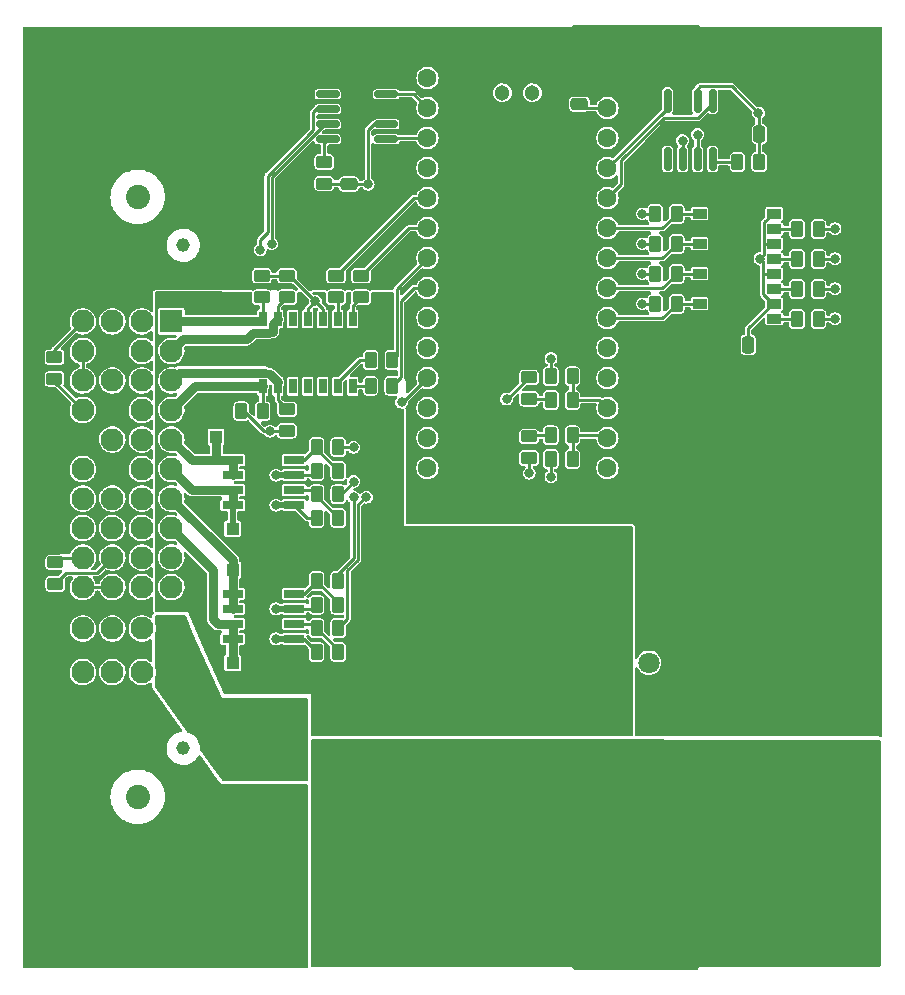
<source format=gbr>
%TF.GenerationSoftware,KiCad,Pcbnew,6.0.11+dfsg-1*%
%TF.CreationDate,2023-10-22T17:13:00+02:00*%
%TF.ProjectId,JoeMBMS_V3.0,4a6f654d-424d-4535-9f56-332e302e6b69,rev?*%
%TF.SameCoordinates,Original*%
%TF.FileFunction,Copper,L1,Top*%
%TF.FilePolarity,Positive*%
%FSLAX46Y46*%
G04 Gerber Fmt 4.6, Leading zero omitted, Abs format (unit mm)*
G04 Created by KiCad (PCBNEW 6.0.11+dfsg-1) date 2023-10-22 17:13:00*
%MOMM*%
%LPD*%
G01*
G04 APERTURE LIST*
G04 Aperture macros list*
%AMRoundRect*
0 Rectangle with rounded corners*
0 $1 Rounding radius*
0 $2 $3 $4 $5 $6 $7 $8 $9 X,Y pos of 4 corners*
0 Add a 4 corners polygon primitive as box body*
4,1,4,$2,$3,$4,$5,$6,$7,$8,$9,$2,$3,0*
0 Add four circle primitives for the rounded corners*
1,1,$1+$1,$2,$3*
1,1,$1+$1,$4,$5*
1,1,$1+$1,$6,$7*
1,1,$1+$1,$8,$9*
0 Add four rect primitives between the rounded corners*
20,1,$1+$1,$2,$3,$4,$5,0*
20,1,$1+$1,$4,$5,$6,$7,0*
20,1,$1+$1,$6,$7,$8,$9,0*
20,1,$1+$1,$8,$9,$2,$3,0*%
G04 Aperture macros list end*
%TA.AperFunction,SMDPad,CuDef*%
%ADD10RoundRect,0.250000X-0.550000X1.412500X-0.550000X-1.412500X0.550000X-1.412500X0.550000X1.412500X0*%
%TD*%
%TA.AperFunction,SMDPad,CuDef*%
%ADD11RoundRect,0.249998X0.262502X0.450002X-0.262502X0.450002X-0.262502X-0.450002X0.262502X-0.450002X0*%
%TD*%
%TA.AperFunction,SMDPad,CuDef*%
%ADD12R,1.193800X0.812800*%
%TD*%
%TA.AperFunction,ComponentPad*%
%ADD13R,1.800000X1.800000*%
%TD*%
%TA.AperFunction,ComponentPad*%
%ADD14C,1.800000*%
%TD*%
%TA.AperFunction,SMDPad,CuDef*%
%ADD15R,2.200000X1.200000*%
%TD*%
%TA.AperFunction,SMDPad,CuDef*%
%ADD16R,6.400000X5.800000*%
%TD*%
%TA.AperFunction,SMDPad,CuDef*%
%ADD17R,1.780000X0.720000*%
%TD*%
%TA.AperFunction,SMDPad,CuDef*%
%ADD18RoundRect,0.249998X0.450002X-0.262502X0.450002X0.262502X-0.450002X0.262502X-0.450002X-0.262502X0*%
%TD*%
%TA.AperFunction,SMDPad,CuDef*%
%ADD19RoundRect,0.250000X0.475000X-0.250000X0.475000X0.250000X-0.475000X0.250000X-0.475000X-0.250000X0*%
%TD*%
%TA.AperFunction,SMDPad,CuDef*%
%ADD20RoundRect,0.250000X0.250000X0.475000X-0.250000X0.475000X-0.250000X-0.475000X0.250000X-0.475000X0*%
%TD*%
%TA.AperFunction,SMDPad,CuDef*%
%ADD21RoundRect,0.249998X-0.450002X0.262502X-0.450002X-0.262502X0.450002X-0.262502X0.450002X0.262502X0*%
%TD*%
%TA.AperFunction,ComponentPad*%
%ADD22R,1.950000X1.950000*%
%TD*%
%TA.AperFunction,ComponentPad*%
%ADD23C,1.950000*%
%TD*%
%TA.AperFunction,ComponentPad*%
%ADD24C,1.150000*%
%TD*%
%TA.AperFunction,ComponentPad*%
%ADD25C,2.050000*%
%TD*%
%TA.AperFunction,SMDPad,CuDef*%
%ADD26RoundRect,0.249998X-0.262502X-0.450002X0.262502X-0.450002X0.262502X0.450002X-0.262502X0.450002X0*%
%TD*%
%TA.AperFunction,SMDPad,CuDef*%
%ADD27R,0.650000X1.310000*%
%TD*%
%TA.AperFunction,SMDPad,CuDef*%
%ADD28R,2.900000X1.025000*%
%TD*%
%TA.AperFunction,SMDPad,CuDef*%
%ADD29RoundRect,0.250000X0.450000X-0.262500X0.450000X0.262500X-0.450000X0.262500X-0.450000X-0.262500X0*%
%TD*%
%TA.AperFunction,SMDPad,CuDef*%
%ADD30RoundRect,0.150000X-0.150000X0.825000X-0.150000X-0.825000X0.150000X-0.825000X0.150000X0.825000X0*%
%TD*%
%TA.AperFunction,ComponentPad*%
%ADD31C,1.600000*%
%TD*%
%TA.AperFunction,ComponentPad*%
%ADD32C,1.304000*%
%TD*%
%TA.AperFunction,SMDPad,CuDef*%
%ADD33R,1.100000X1.100000*%
%TD*%
%TA.AperFunction,SMDPad,CuDef*%
%ADD34RoundRect,0.250000X0.262500X0.450000X-0.262500X0.450000X-0.262500X-0.450000X0.262500X-0.450000X0*%
%TD*%
%TA.AperFunction,SMDPad,CuDef*%
%ADD35RoundRect,0.150000X0.825000X0.150000X-0.825000X0.150000X-0.825000X-0.150000X0.825000X-0.150000X0*%
%TD*%
%TA.AperFunction,SMDPad,CuDef*%
%ADD36RoundRect,0.250000X-0.262500X-0.450000X0.262500X-0.450000X0.262500X0.450000X-0.262500X0.450000X0*%
%TD*%
%TA.AperFunction,ViaPad*%
%ADD37C,0.800000*%
%TD*%
%TA.AperFunction,Conductor*%
%ADD38C,0.800000*%
%TD*%
%TA.AperFunction,Conductor*%
%ADD39C,0.250000*%
%TD*%
%TA.AperFunction,Conductor*%
%ADD40C,0.500000*%
%TD*%
G04 APERTURE END LIST*
D10*
%TO.P,C5,1*%
%TO.N,+12V*%
X132750000Y-107962500D03*
%TO.P,C5,2*%
%TO.N,GND*%
X132750000Y-113037500D03*
%TD*%
D11*
%TO.P,R6,1*%
%TO.N,Teensy_IN2*%
X155496700Y-73611300D03*
%TO.P,R6,2*%
%TO.N,GND*%
X153671700Y-73611300D03*
%TD*%
%TO.P,R18,1*%
%TO.N,Teensy_ASEN2*%
X146662500Y-86750000D03*
%TO.P,R18,2*%
%TO.N,J1_ASEN2*%
X144837500Y-86750000D03*
%TD*%
D12*
%TO.P,U4,1,1*%
%TO.N,Net-(R2-Pad2)*%
X163734199Y-74881300D03*
%TO.P,U4,2,2*%
%TO.N,GND*%
X163734199Y-73611300D03*
%TO.P,U4,3,3*%
%TO.N,Net-(R3-Pad2)*%
X163734199Y-72341300D03*
%TO.P,U4,4,4*%
%TO.N,GND*%
X163734199Y-71071300D03*
%TO.P,U4,5,5*%
%TO.N,Net-(R4-Pad2)*%
X163734199Y-69801300D03*
%TO.P,U4,6,6*%
%TO.N,GND*%
X163734199Y-68531300D03*
%TO.P,U4,7,7*%
%TO.N,Net-(R5-Pad2)*%
X163734199Y-67261300D03*
%TO.P,U4,8,8*%
%TO.N,GND*%
X163734199Y-65991300D03*
%TO.P,U4,9,9*%
%TO.N,Teensy_IN4*%
X157434201Y-65991300D03*
%TO.P,U4,10,10*%
%TO.N,+5V*%
X157434201Y-67261300D03*
%TO.P,U4,11,11*%
%TO.N,Teensy_IN3*%
X157434201Y-68531300D03*
%TO.P,U4,12,12*%
%TO.N,+5V*%
X157434201Y-69801300D03*
%TO.P,U4,13,13*%
%TO.N,Teensy_IN1*%
X157434201Y-71071300D03*
%TO.P,U4,14,14*%
%TO.N,+5V*%
X157434201Y-72341300D03*
%TO.P,U4,15,15*%
%TO.N,Teensy_IN2*%
X157434201Y-73611300D03*
%TO.P,U4,16,16*%
%TO.N,+5V*%
X157434201Y-74881300D03*
%TD*%
D13*
%TO.P,U3,1,IN*%
%TO.N,+12V*%
X150600000Y-104000000D03*
D14*
%TO.P,U3,2,GND*%
%TO.N,GND*%
X153140000Y-104000000D03*
%TO.P,U3,3,OUT*%
%TO.N,+5V*%
X155680000Y-104000000D03*
%TD*%
D11*
%TO.P,R7,1*%
%TO.N,Teensy_IN1*%
X155496700Y-71071300D03*
%TO.P,R7,2*%
%TO.N,GND*%
X153671700Y-71071300D03*
%TD*%
D15*
%TO.P,Q3,1,G*%
%TO.N,GND*%
X126700000Y-112780000D03*
D16*
%TO.P,Q3,2,D*%
%TO.N,J1_12V*%
X120400000Y-110500000D03*
D15*
%TO.P,Q3,3,S*%
%TO.N,+12V*%
X126700000Y-108220000D03*
%TD*%
D11*
%TO.P,R9,1*%
%TO.N,Teensy_IN4*%
X155496700Y-65991300D03*
%TO.P,R9,2*%
%TO.N,GND*%
X153671700Y-65991300D03*
%TD*%
%TO.P,R10,1*%
%TO.N,Net-(Q2-Pad2)*%
X126825000Y-103080000D03*
%TO.P,R10,2*%
%TO.N,GND*%
X125000000Y-103080000D03*
%TD*%
%TO.P,R3,1*%
%TO.N,J1_IN1*%
X167496700Y-72341300D03*
%TO.P,R3,2*%
%TO.N,Net-(R3-Pad2)*%
X165671700Y-72341300D03*
%TD*%
D17*
%TO.P,Q2,1,S1*%
%TO.N,GND*%
X123110000Y-101985000D03*
%TO.P,Q2,2,G1*%
%TO.N,Net-(Q2-Pad2)*%
X123110000Y-100715000D03*
%TO.P,Q2,3,S2*%
%TO.N,GND*%
X123110000Y-99445000D03*
%TO.P,Q2,4,G2*%
%TO.N,Net-(Q2-Pad4)*%
X123110000Y-98175000D03*
%TO.P,Q2,5,D2*%
%TO.N,J1_OUT5*%
X117890000Y-98175000D03*
%TO.P,Q2,6,D2*%
X117890000Y-99445000D03*
%TO.P,Q2,7,D1*%
%TO.N,J1_OUT6*%
X117890000Y-100715000D03*
%TO.P,Q2,8,D1*%
X117890000Y-101985000D03*
%TD*%
D11*
%TO.P,R2,1*%
%TO.N,J1_IN2*%
X167496700Y-74881300D03*
%TO.P,R2,2*%
%TO.N,Net-(R2-Pad2)*%
X165671700Y-74881300D03*
%TD*%
D18*
%TO.P,R24,1*%
%TO.N,J1_CAN2_T2*%
X102800000Y-79962500D03*
%TO.P,R24,2*%
%TO.N,J1_CAN2_L*%
X102800000Y-78137500D03*
%TD*%
D10*
%TO.P,C8,1*%
%TO.N,+12V*%
X140500000Y-107962500D03*
%TO.P,C8,2*%
%TO.N,GND*%
X140500000Y-113037500D03*
%TD*%
D19*
%TO.P,C2,1*%
%TO.N,GND*%
X147250000Y-56700000D03*
%TO.P,C2,2*%
%TO.N,+5V*%
X147250000Y-54800000D03*
%TD*%
D11*
%TO.P,R5,1*%
%TO.N,J1_IN4*%
X167496700Y-67261300D03*
%TO.P,R5,2*%
%TO.N,Net-(R5-Pad2)*%
X165671700Y-67261300D03*
%TD*%
D20*
%TO.P,C3,1*%
%TO.N,GND*%
X161534200Y-77086300D03*
%TO.P,C3,2*%
%TO.N,+5V*%
X159634200Y-77086300D03*
%TD*%
D11*
%TO.P,R11,1*%
%TO.N,Teensy_OUT6*%
X126825000Y-101080000D03*
%TO.P,R11,2*%
%TO.N,Net-(Q2-Pad2)*%
X125000000Y-101080000D03*
%TD*%
%TO.P,R13,1*%
%TO.N,Teensy_OUT5*%
X126825000Y-97080000D03*
%TO.P,R13,2*%
%TO.N,Net-(Q2-Pad4)*%
X125000000Y-97080000D03*
%TD*%
%TO.P,R8,1*%
%TO.N,Teensy_IN3*%
X155496700Y-68531300D03*
%TO.P,R8,2*%
%TO.N,GND*%
X153671700Y-68531300D03*
%TD*%
D18*
%TO.P,R20,1*%
%TO.N,GND*%
X143000000Y-86662500D03*
%TO.P,R20,2*%
%TO.N,Net-(R19-Pad1)*%
X143000000Y-84837500D03*
%TD*%
D11*
%TO.P,R12,1*%
%TO.N,Net-(Q2-Pad4)*%
X126825000Y-99080000D03*
%TO.P,R12,2*%
%TO.N,GND*%
X125000000Y-99080000D03*
%TD*%
D21*
%TO.P,R23,1*%
%TO.N,GND*%
X143000000Y-79837500D03*
%TO.P,R23,2*%
%TO.N,Net-(R22-Pad1)*%
X143000000Y-81662500D03*
%TD*%
D18*
%TO.P,R1,1*%
%TO.N,GND*%
X125645000Y-63432500D03*
%TO.P,R1,2*%
%TO.N,Net-(R1-Pad2)*%
X125645000Y-61607500D03*
%TD*%
D10*
%TO.P,C7,1*%
%TO.N,+5V*%
X162500000Y-107962500D03*
%TO.P,C7,2*%
%TO.N,GND*%
X162500000Y-113037500D03*
%TD*%
D22*
%TO.P,J1,A1,A1*%
%TO.N,J1_OUT3*%
X112700000Y-75100000D03*
D23*
%TO.P,J1,A2,A2*%
%TO.N,Teensy_Serial_BMS_RX*%
X110200000Y-75100000D03*
%TO.P,J1,A3,A3*%
%TO.N,GND*%
X107700000Y-75100000D03*
%TO.P,J1,A4,A4*%
%TO.N,J1_CAN2_L*%
X105200000Y-75100000D03*
%TO.P,J1,B1,B1*%
%TO.N,J1_OUT4*%
X112700000Y-77600000D03*
%TO.P,J1,B2,B2*%
%TO.N,Teensy_Serial_BMS_TX*%
X110200000Y-77600000D03*
%TO.P,J1,B3,B3*%
%TO.N,+5V*%
X107700000Y-77600000D03*
%TO.P,J1,B4,B4*%
%TO.N,J1_CAN2_H*%
X105200000Y-77600000D03*
%TO.P,J1,C1,C1*%
%TO.N,J1_OUT2*%
X112700000Y-80100000D03*
%TO.P,J1,C2,C2*%
%TO.N,Teensy_Serial_RX*%
X110200000Y-80100000D03*
%TO.P,J1,C3,C3*%
%TO.N,GND*%
X107700000Y-80100000D03*
%TO.P,J1,C4,C4*%
%TO.N,J1_CAN2_H*%
X105200000Y-80100000D03*
%TO.P,J1,D1,D1*%
%TO.N,J1_OUT1*%
X112700000Y-82600000D03*
%TO.P,J1,D2,D2*%
%TO.N,Teensy_Serial_TX*%
X110200000Y-82600000D03*
%TO.P,J1,D3,D3*%
%TO.N,+5V*%
X107700000Y-82600000D03*
%TO.P,J1,D4,D4*%
%TO.N,J1_CAN2_T2*%
X105200000Y-82600000D03*
%TO.P,J1,E1,E1*%
%TO.N,J1_OUT8*%
X112700000Y-85100000D03*
%TO.P,J1,E2,E2*%
%TO.N,J1_ASEN1*%
X110200000Y-85100000D03*
%TO.P,J1,E3,E3*%
%TO.N,GND*%
X107700000Y-85100000D03*
%TO.P,J1,E4,E4*%
%TO.N,+5V*%
X105200000Y-85100000D03*
%TO.P,J1,F1,F1*%
%TO.N,J1_OUT7*%
X112700000Y-87600000D03*
%TO.P,J1,F2,F2*%
%TO.N,J1_ASEN2*%
X110200000Y-87600000D03*
%TO.P,J1,F3,F3*%
%TO.N,+5V*%
X107700000Y-87600000D03*
%TO.P,J1,F4,F4*%
%TO.N,Teensy_D-*%
X105200000Y-87600000D03*
%TO.P,J1,G1,G1*%
%TO.N,J1_OUT5*%
X112700000Y-90100000D03*
%TO.P,J1,G2,G2*%
%TO.N,J1_IN4*%
X110200000Y-90100000D03*
%TO.P,J1,G3,G3*%
%TO.N,unconnected-(J1-PadG3)*%
X107700000Y-90100000D03*
%TO.P,J1,G4,G4*%
%TO.N,Teensy_D+*%
X105200000Y-90100000D03*
%TO.P,J1,H1,H1*%
%TO.N,J1_OUT6*%
X112700000Y-92600000D03*
%TO.P,J1,H2,H2*%
%TO.N,J1_IN3*%
X110200000Y-92600000D03*
%TO.P,J1,H3,H3*%
%TO.N,unconnected-(J1-PadH3)*%
X107700000Y-92600000D03*
%TO.P,J1,H4,H4*%
%TO.N,GND*%
X105200000Y-92600000D03*
%TO.P,J1,J1,J1*%
%TO.N,unconnected-(J1-PadJ1)*%
X112700000Y-95100000D03*
%TO.P,J1,J2,J2*%
%TO.N,J1_IN1*%
X110200000Y-95100000D03*
%TO.P,J1,J3,J3*%
%TO.N,J1_CAN1_T2*%
X107700000Y-95100000D03*
%TO.P,J1,J4,J4*%
%TO.N,J1_CAN1_L*%
X105200000Y-95100000D03*
%TO.P,J1,K1,K1*%
%TO.N,unconnected-(J1-PadK1)*%
X112700000Y-97600000D03*
%TO.P,J1,K2,K2*%
%TO.N,J1_IN2*%
X110200000Y-97600000D03*
%TO.P,J1,K3,K3*%
%TO.N,J1_CAN1_H*%
X107700000Y-97600000D03*
%TO.P,J1,K4,K4*%
X105200000Y-97600000D03*
%TO.P,J1,L1,L1*%
%TO.N,J1_12V*%
X112700000Y-101100000D03*
%TO.P,J1,L2,L2*%
%TO.N,unconnected-(J1-PadL2)*%
X110200000Y-101100000D03*
%TO.P,J1,L3,L3*%
%TO.N,unconnected-(J1-PadL3)*%
X107700000Y-101100000D03*
%TO.P,J1,L4,L4*%
%TO.N,GND*%
X105200000Y-101100000D03*
%TO.P,J1,M1,M1*%
%TO.N,J1_12V*%
X112700000Y-104800000D03*
%TO.P,J1,M2,M2*%
%TO.N,unconnected-(J1-PadM2)*%
X110200000Y-104800000D03*
%TO.P,J1,M3,M3*%
%TO.N,unconnected-(J1-PadM3)*%
X107700000Y-104800000D03*
%TO.P,J1,M4,M4*%
%TO.N,GND*%
X105200000Y-104800000D03*
D24*
%TO.P,J1,MH1*%
%TO.N,N/C*%
X113700000Y-68650000D03*
%TO.P,J1,MH2*%
X113700000Y-111250000D03*
D25*
%TO.P,J1,MH3*%
X109850000Y-64550000D03*
%TO.P,J1,MH4*%
X109850000Y-115350000D03*
%TD*%
D11*
%TO.P,R4,1*%
%TO.N,J1_IN3*%
X167496700Y-69801300D03*
%TO.P,R4,2*%
%TO.N,Net-(R4-Pad2)*%
X165671700Y-69801300D03*
%TD*%
%TO.P,R21,1*%
%TO.N,Teensy_ASEN1*%
X146662500Y-79750000D03*
%TO.P,R21,2*%
%TO.N,J1_ASEN1*%
X144837500Y-79750000D03*
%TD*%
D26*
%TO.P,R22,1*%
%TO.N,Net-(R22-Pad1)*%
X144837500Y-81750000D03*
%TO.P,R22,2*%
%TO.N,Teensy_ASEN1*%
X146662500Y-81750000D03*
%TD*%
D11*
%TO.P,R15,1*%
%TO.N,Teensy_OUT7*%
X126825000Y-89750000D03*
%TO.P,R15,2*%
%TO.N,Net-(Q1-Pad2)*%
X125000000Y-89750000D03*
%TD*%
D17*
%TO.P,Q1,1,S1*%
%TO.N,GND*%
X123110000Y-90655000D03*
%TO.P,Q1,2,G1*%
%TO.N,Net-(Q1-Pad2)*%
X123110000Y-89385000D03*
%TO.P,Q1,3,S2*%
%TO.N,GND*%
X123110000Y-88115000D03*
%TO.P,Q1,4,G2*%
%TO.N,Net-(Q1-Pad4)*%
X123110000Y-86845000D03*
%TO.P,Q1,5,D2*%
%TO.N,J1_OUT8*%
X117890000Y-86845000D03*
%TO.P,Q1,6,D2*%
X117890000Y-88115000D03*
%TO.P,Q1,7,D1*%
%TO.N,J1_OUT7*%
X117890000Y-89385000D03*
%TO.P,Q1,8,D1*%
X117890000Y-90655000D03*
%TD*%
D11*
%TO.P,R14,1*%
%TO.N,Net-(Q1-Pad2)*%
X126825000Y-91750000D03*
%TO.P,R14,2*%
%TO.N,GND*%
X125000000Y-91750000D03*
%TD*%
%TO.P,R17,1*%
%TO.N,Teensy_OUT8*%
X126825000Y-85750000D03*
%TO.P,R17,2*%
%TO.N,Net-(Q1-Pad4)*%
X125000000Y-85750000D03*
%TD*%
%TO.P,R16,1*%
%TO.N,Net-(Q1-Pad4)*%
X126825000Y-87750000D03*
%TO.P,R16,2*%
%TO.N,GND*%
X125000000Y-87750000D03*
%TD*%
D27*
%TO.P,S1,1,OUT0*%
%TO.N,J1_OUT1*%
X120440000Y-80595000D03*
%TO.P,S1,2,OUT1*%
%TO.N,J1_OUT2*%
X121710000Y-80595000D03*
%TO.P,S1,3,NC*%
%TO.N,unconnected-(S1-Pad3)*%
X122980000Y-80595000D03*
%TO.P,S1,4,DSEL1*%
%TO.N,unconnected-(S1-Pad4)*%
X124250000Y-80595000D03*
%TO.P,S1,5,DSEL0*%
%TO.N,unconnected-(S1-Pad5)*%
X125520000Y-80595000D03*
%TO.P,S1,6,IN1*%
%TO.N,Net-(R27-Pad2)*%
X126790000Y-80595000D03*
%TO.P,S1,7,IN0*%
%TO.N,Net-(R28-Pad2)*%
X128060000Y-80595000D03*
%TO.P,S1,8,IN2*%
%TO.N,Net-(R30-Pad1)*%
X128060000Y-74905000D03*
%TO.P,S1,9,IN3*%
%TO.N,Net-(R29-Pad1)*%
X126790000Y-74905000D03*
%TO.P,S1,10,DEN*%
%TO.N,GND*%
X125520000Y-74905000D03*
%TO.P,S1,11,GND*%
X124250000Y-74905000D03*
%TO.P,S1,12,IS*%
%TO.N,unconnected-(S1-Pad12)*%
X122980000Y-74905000D03*
%TO.P,S1,13,OUT3*%
%TO.N,J1_OUT4*%
X121710000Y-74905000D03*
%TO.P,S1,14,OUT2*%
%TO.N,J1_OUT3*%
X120440000Y-74905000D03*
D28*
%TO.P,S1,15,Vs*%
%TO.N,+12V*%
X125900000Y-78462500D03*
X122600000Y-77037500D03*
X125900000Y-77037500D03*
X122600000Y-78462500D03*
%TD*%
D19*
%TO.P,C1,1*%
%TO.N,GND*%
X127745000Y-63470000D03*
%TO.P,C1,2*%
%TO.N,+5V*%
X127745000Y-61570000D03*
%TD*%
D26*
%TO.P,R19,1*%
%TO.N,Net-(R19-Pad1)*%
X144837500Y-84750000D03*
%TO.P,R19,2*%
%TO.N,Teensy_ASEN2*%
X146662500Y-84750000D03*
%TD*%
D29*
%TO.P,R25,1*%
%TO.N,J1_CAN1_T2*%
X102870000Y-97330900D03*
%TO.P,R25,2*%
%TO.N,J1_CAN1_L*%
X102870000Y-95505900D03*
%TD*%
D30*
%TO.P,U5,1,D*%
%TO.N,Teensy_CAN1_TX*%
X158521400Y-56402200D03*
%TO.P,U5,2,GND*%
%TO.N,GND*%
X157251400Y-56402200D03*
%TO.P,U5,3,VCC*%
%TO.N,+5V*%
X155981400Y-56402200D03*
%TO.P,U5,4,R*%
%TO.N,Teensy_CAN1_RX*%
X154711400Y-56402200D03*
%TO.P,U5,5,Vref*%
%TO.N,unconnected-(U5-Pad5)*%
X154711400Y-61352200D03*
%TO.P,U5,6,CANL*%
%TO.N,J1_CAN1_L*%
X155981400Y-61352200D03*
%TO.P,U5,7,CANH*%
%TO.N,J1_CAN1_H*%
X157251400Y-61352200D03*
%TO.P,U5,8,Rs*%
%TO.N,Net-(R26-Pad2)*%
X158521400Y-61352200D03*
%TD*%
D31*
%TO.P,U1,1,GND*%
%TO.N,GND*%
X134380000Y-54495000D03*
%TO.P,U1,2,0_RX1_CRX2_CS1*%
%TO.N,Teensy_CAN2_RX*%
X134380000Y-57035000D03*
%TO.P,U1,3,1_TX1_CTX2_MISO1*%
%TO.N,Teensy_CAN2_TX*%
X134380000Y-59575000D03*
%TO.P,U1,4,2_OUT2*%
%TO.N,unconnected-(U1-Pad4)*%
X134380000Y-62115000D03*
%TO.P,U1,5,3_LRCLK2*%
%TO.N,Teensy_OUT4*%
X134380000Y-64655000D03*
%TO.P,U1,6,4_BCLK2*%
%TO.N,Teensy_OUT3*%
X134380000Y-67195000D03*
%TO.P,U1,7,5_IN2*%
%TO.N,Teensy_OUT2*%
X134380000Y-69735000D03*
%TO.P,U1,8,6_OUT1D*%
%TO.N,Teensy_OUT1*%
X134380000Y-72275000D03*
%TO.P,U1,9,7_RX2_OUT1A*%
%TO.N,Teensy_Serial_BMS_RX*%
X134380000Y-74815000D03*
%TO.P,U1,10,8_TX2_IN1*%
%TO.N,Teensy_Serial_BMS_TX*%
X134380000Y-77355000D03*
%TO.P,U1,11,9_OUT1C*%
%TO.N,Teensy_OUT8*%
X134380000Y-79895000D03*
%TO.P,U1,12,10_CS_MQSR*%
%TO.N,Teensy_OUT7*%
X134380000Y-82435000D03*
%TO.P,U1,13,11_MOSI_CTX1*%
%TO.N,Teensy_OUT5*%
X134380000Y-84975000D03*
%TO.P,U1,14,12_MISO_MQSL*%
%TO.N,Teensy_OUT6*%
X134380000Y-87515000D03*
%TO.P,U1,20,13_SCK_CRX1_LED*%
%TO.N,unconnected-(U1-Pad20)*%
X149620000Y-87515000D03*
%TO.P,U1,21,14_A0_TX3_SPDIF_OUT*%
%TO.N,Teensy_ASEN2*%
X149620000Y-84975000D03*
%TO.P,U1,22,15_A1_RX3_SPDIF_IN*%
%TO.N,Teensy_ASEN1*%
X149620000Y-82435000D03*
%TO.P,U1,23,16_A2_RX4_SCL1*%
%TO.N,Teensy_Serial_RX*%
X149620000Y-79895000D03*
%TO.P,U1,24,17_A3_TX4_SDA1*%
%TO.N,Teensy_Serial_TX*%
X149620000Y-77355000D03*
%TO.P,U1,25,18_A4_SDA0*%
%TO.N,Teensy_IN2*%
X149620000Y-74815000D03*
%TO.P,U1,26,19_A5_SCL0*%
%TO.N,Teensy_IN1*%
X149620000Y-72275000D03*
%TO.P,U1,27,20_A6_TX5_LRCLK1*%
%TO.N,Teensy_IN3*%
X149620000Y-69735000D03*
%TO.P,U1,28,21_A7_RX5_BCLK1*%
%TO.N,Teensy_IN4*%
X149620000Y-67195000D03*
%TO.P,U1,29,22_A8_CTX1*%
%TO.N,Teensy_CAN1_TX*%
X149620000Y-64655000D03*
%TO.P,U1,30,23_A9_CRX1_MCLK1*%
%TO.N,Teensy_CAN1_RX*%
X149620000Y-62115000D03*
%TO.P,U1,31,3V3*%
%TO.N,unconnected-(U1-Pad31)*%
X149620000Y-59575000D03*
%TO.P,U1,32,GND*%
%TO.N,GND*%
X149620000Y-57035000D03*
%TO.P,U1,33,VIN*%
%TO.N,+5V*%
X149620000Y-54495000D03*
D32*
%TO.P,U1,53,D-*%
%TO.N,Teensy_D-*%
X143268000Y-55737000D03*
%TO.P,U1,54,D+*%
%TO.N,Teensy_D+*%
X140728000Y-55737000D03*
%TD*%
D29*
%TO.P,R30,1*%
%TO.N,Net-(R30-Pad1)*%
X128770000Y-73052500D03*
%TO.P,R30,2*%
%TO.N,Teensy_OUT3*%
X128770000Y-71227500D03*
%TD*%
D33*
%TO.P,D1,1,K*%
%TO.N,+12V*%
X120687500Y-104020000D03*
%TO.P,D1,2,A*%
%TO.N,J1_OUT6*%
X117887500Y-104020000D03*
%TD*%
D29*
%TO.P,R32,1*%
%TO.N,GND*%
X122490000Y-84362500D03*
%TO.P,R32,2*%
%TO.N,J1_OUT2*%
X122490000Y-82537500D03*
%TD*%
D33*
%TO.P,D3,1,K*%
%TO.N,+12V*%
X120687500Y-92650000D03*
%TO.P,D3,2,A*%
%TO.N,J1_OUT7*%
X117887500Y-92650000D03*
%TD*%
D34*
%TO.P,R26,1*%
%TO.N,GND*%
X162456500Y-61620400D03*
%TO.P,R26,2*%
%TO.N,Net-(R26-Pad2)*%
X160631500Y-61620400D03*
%TD*%
D20*
%TO.P,C4,1*%
%TO.N,GND*%
X162494000Y-59232800D03*
%TO.P,C4,2*%
%TO.N,+5V*%
X160594000Y-59232800D03*
%TD*%
D29*
%TO.P,R29,1*%
%TO.N,Net-(R29-Pad1)*%
X126640000Y-73052500D03*
%TO.P,R29,2*%
%TO.N,Teensy_OUT4*%
X126640000Y-71227500D03*
%TD*%
D35*
%TO.P,U2,1,D*%
%TO.N,Teensy_CAN2_TX*%
X130895000Y-59675000D03*
%TO.P,U2,2,GND*%
%TO.N,GND*%
X130895000Y-58405000D03*
%TO.P,U2,3,VCC*%
%TO.N,+5V*%
X130895000Y-57135000D03*
%TO.P,U2,4,R*%
%TO.N,Teensy_CAN2_RX*%
X130895000Y-55865000D03*
%TO.P,U2,5,Vref*%
%TO.N,unconnected-(U2-Pad5)*%
X125945000Y-55865000D03*
%TO.P,U2,6,CANL*%
%TO.N,J1_CAN2_L*%
X125945000Y-57135000D03*
%TO.P,U2,7,CANH*%
%TO.N,J1_CAN2_H*%
X125945000Y-58405000D03*
%TO.P,U2,8,Rs*%
%TO.N,Net-(R1-Pad2)*%
X125945000Y-59675000D03*
%TD*%
D36*
%TO.P,R31,1*%
%TO.N,GND*%
X118607500Y-82720000D03*
%TO.P,R31,2*%
%TO.N,J1_OUT1*%
X120432500Y-82720000D03*
%TD*%
D29*
%TO.P,R33,1*%
%TO.N,J1_OUT3*%
X120340000Y-73052500D03*
%TO.P,R33,2*%
%TO.N,GND*%
X120340000Y-71227500D03*
%TD*%
D33*
%TO.P,D4,1,K*%
%TO.N,+12V*%
X119290000Y-84890000D03*
%TO.P,D4,2,A*%
%TO.N,J1_OUT8*%
X116490000Y-84890000D03*
%TD*%
D29*
%TO.P,R34,1*%
%TO.N,J1_OUT4*%
X122490000Y-73052500D03*
%TO.P,R34,2*%
%TO.N,GND*%
X122490000Y-71227500D03*
%TD*%
D33*
%TO.P,D2,1,K*%
%TO.N,+12V*%
X120707500Y-96150000D03*
%TO.P,D2,2,A*%
%TO.N,J1_OUT5*%
X117907500Y-96150000D03*
%TD*%
D34*
%TO.P,R28,1*%
%TO.N,Teensy_OUT1*%
X131392500Y-80540000D03*
%TO.P,R28,2*%
%TO.N,Net-(R28-Pad2)*%
X129567500Y-80540000D03*
%TD*%
%TO.P,R27,1*%
%TO.N,Teensy_OUT2*%
X131402500Y-78390000D03*
%TO.P,R27,2*%
%TO.N,Net-(R27-Pad2)*%
X129577500Y-78390000D03*
%TD*%
D37*
%TO.N,GND*%
X162500000Y-115750000D03*
X143000000Y-87950000D03*
X121550000Y-88115000D03*
X132750000Y-115750000D03*
X129370000Y-63490000D03*
X141090000Y-81670000D03*
X152584200Y-71071300D03*
X152584200Y-73611300D03*
X140500000Y-115750000D03*
X152584200Y-65991300D03*
X121050000Y-84390000D03*
X121550000Y-90655000D03*
X162534200Y-69786300D03*
X162407600Y-57454800D03*
X124900000Y-73400000D03*
X152584200Y-68531300D03*
X121550000Y-99445000D03*
X121550000Y-101985000D03*
%TO.N,Teensy_OUT8*%
X132190000Y-81940000D03*
X128130000Y-85750000D03*
%TO.N,Teensy_OUT7*%
X128130000Y-88660000D03*
%TO.N,Teensy_OUT5*%
X128130000Y-89980000D03*
%TO.N,Teensy_OUT6*%
X129210000Y-89980000D03*
%TO.N,J1_IN4*%
X168884200Y-67261300D03*
%TO.N,J1_IN3*%
X168884200Y-69801300D03*
%TO.N,J1_IN2*%
X168884200Y-74881300D03*
%TO.N,J1_IN1*%
X168884200Y-72341300D03*
%TO.N,J1_ASEN2*%
X144837500Y-88250000D03*
%TO.N,J1_ASEN1*%
X144837500Y-78250000D03*
%TO.N,J1_CAN2_L*%
X120210000Y-69050000D03*
%TO.N,J1_CAN2_H*%
X121200000Y-68540000D03*
%TO.N,J1_CAN1_L*%
X155981400Y-59791600D03*
%TO.N,J1_CAN1_H*%
X157251400Y-59283600D03*
%TD*%
D38*
%TO.N,J1_OUT4*%
X121710000Y-74905000D02*
X121265000Y-75350000D01*
X121265000Y-75350000D02*
X121265000Y-76025000D01*
X119615000Y-76060000D02*
X120950000Y-76060000D01*
X112700000Y-77600000D02*
X113690000Y-76610000D01*
X113690000Y-76610000D02*
X119065000Y-76610000D01*
X119065000Y-76610000D02*
X119615000Y-76060000D01*
%TO.N,J1_OUT2*%
X112700000Y-80100000D02*
X113360000Y-79440000D01*
X113360000Y-79440000D02*
X120650000Y-79440000D01*
D39*
X113210001Y-79589999D02*
X112700000Y-80100000D01*
D38*
%TO.N,J1_OUT6*%
X116250000Y-97250000D02*
X116250000Y-96150000D01*
X116250000Y-96150000D02*
X112700000Y-92600000D01*
D39*
%TO.N,GND*%
X125520000Y-74020000D02*
X124900000Y-73400000D01*
X124250000Y-74905000D02*
X124250000Y-74050000D01*
X162769200Y-71071300D02*
X162769200Y-70021300D01*
X125000000Y-91750000D02*
X124205000Y-91750000D01*
X163734199Y-65991300D02*
X163595897Y-65991300D01*
X129370000Y-63490000D02*
X129370000Y-58860000D01*
D40*
X123110000Y-90655000D02*
X121550000Y-90655000D01*
D39*
X129825000Y-58405000D02*
X130895000Y-58405000D01*
X162420900Y-57468100D02*
X162407600Y-57454800D01*
X162912298Y-68506301D02*
X162887299Y-68531300D01*
X141167500Y-81670000D02*
X143000000Y-79837500D01*
X121050000Y-84390000D02*
X120520000Y-84390000D01*
X163734199Y-68531300D02*
X162887299Y-68531300D01*
X163734199Y-73611300D02*
X163595897Y-73611300D01*
X163734199Y-71071300D02*
X162769200Y-71071300D01*
X162887299Y-69433201D02*
X162534200Y-69786300D01*
X163595897Y-73611300D02*
X162769200Y-72784603D01*
X149620000Y-57030000D02*
X147580000Y-57030000D01*
X122727500Y-71227500D02*
X124900000Y-73400000D01*
X124635000Y-88115000D02*
X125000000Y-87750000D01*
X147580000Y-57030000D02*
X147250000Y-56700000D01*
X152584200Y-73611300D02*
X153671700Y-73611300D01*
X162769200Y-70021300D02*
X162534200Y-69786300D01*
X157251400Y-55397400D02*
X157251400Y-56402200D01*
X122490000Y-71227500D02*
X122727500Y-71227500D01*
X157446600Y-55202200D02*
X157251400Y-55397400D01*
X162912298Y-66674899D02*
X162912298Y-67847701D01*
X127745000Y-63470000D02*
X129350000Y-63470000D01*
X123905000Y-101985000D02*
X125000000Y-103080000D01*
X125520000Y-74905000D02*
X125520000Y-74020000D01*
X152584200Y-71071300D02*
X153671700Y-71071300D01*
X160155000Y-55202200D02*
X157446600Y-55202200D01*
X124250000Y-74050000D02*
X124900000Y-73400000D01*
X162912298Y-67847701D02*
X162912298Y-68506301D01*
X143000000Y-87950000D02*
X143000000Y-86662500D01*
D40*
X123110000Y-101985000D02*
X121550000Y-101985000D01*
X123110000Y-88115000D02*
X121550000Y-88115000D01*
D39*
X141090000Y-81670000D02*
X141167500Y-81670000D01*
X124635000Y-99445000D02*
X125000000Y-99080000D01*
X120340000Y-71227500D02*
X122490000Y-71227500D01*
X163595897Y-65991300D02*
X162912298Y-66674899D01*
X162407600Y-57454800D02*
X160155000Y-55202200D01*
X152584200Y-68531300D02*
X153671700Y-68531300D01*
X121050000Y-84390000D02*
X122462500Y-84390000D01*
X123110000Y-101985000D02*
X123905000Y-101985000D01*
X162458400Y-61601650D02*
X162458400Y-59302350D01*
X162769200Y-72784603D02*
X162769200Y-71071300D01*
X122462500Y-84390000D02*
X122490000Y-84362500D01*
D40*
X123110000Y-99445000D02*
X121550000Y-99445000D01*
D39*
X120520000Y-84390000D02*
X118850000Y-82720000D01*
X161534200Y-75672997D02*
X161534200Y-77086300D01*
X123110000Y-88115000D02*
X124635000Y-88115000D01*
X123110000Y-99445000D02*
X124635000Y-99445000D01*
X162420900Y-59264850D02*
X162420900Y-57468100D01*
X127707500Y-63432500D02*
X127745000Y-63470000D01*
X129350000Y-63470000D02*
X129370000Y-63490000D01*
X162458400Y-59302350D02*
X162420900Y-59264850D01*
X125645000Y-63432500D02*
X127707500Y-63432500D01*
X129370000Y-58860000D02*
X129825000Y-58405000D01*
X152584200Y-65991300D02*
X153671700Y-65991300D01*
X124205000Y-91750000D02*
X123110000Y-90655000D01*
X162887299Y-68531300D02*
X162887299Y-69433201D01*
X163595897Y-73611300D02*
X161534200Y-75672997D01*
X118850000Y-82720000D02*
X118607500Y-82720000D01*
%TO.N,Net-(R1-Pad2)*%
X125645000Y-61607500D02*
X125645000Y-59975000D01*
X125645000Y-59975000D02*
X125945000Y-59675000D01*
%TO.N,Net-(R2-Pad2)*%
X163734199Y-74881300D02*
X165671700Y-74881300D01*
%TO.N,Net-(R3-Pad2)*%
X163734199Y-72341300D02*
X165671700Y-72341300D01*
%TO.N,Net-(R4-Pad2)*%
X163734199Y-69801300D02*
X165671700Y-69801300D01*
%TO.N,Net-(R5-Pad2)*%
X163734199Y-67261300D02*
X165671700Y-67261300D01*
%TO.N,Teensy_IN2*%
X154281700Y-74826300D02*
X155496700Y-73611300D01*
X149704200Y-74826300D02*
X154281700Y-74826300D01*
X155496700Y-73611300D02*
X157434201Y-73611300D01*
%TO.N,Teensy_IN1*%
X155496700Y-71071300D02*
X157434201Y-71071300D01*
X154281700Y-72286300D02*
X155496700Y-71071300D01*
X149704200Y-72286300D02*
X154281700Y-72286300D01*
%TO.N,Teensy_IN3*%
X154281700Y-69746300D02*
X155496700Y-68531300D01*
X149704200Y-69746300D02*
X154281700Y-69746300D01*
X155496700Y-68531300D02*
X157434201Y-68531300D01*
%TO.N,Teensy_IN4*%
X149704200Y-67206300D02*
X154281700Y-67206300D01*
X155496700Y-65991300D02*
X157434201Y-65991300D01*
X154281700Y-67206300D02*
X155496700Y-65991300D01*
%TO.N,Teensy_OUT8*%
X132335000Y-81940000D02*
X134380000Y-79895000D01*
X132190000Y-81940000D02*
X132335000Y-81940000D01*
X126825000Y-85750000D02*
X128130000Y-85750000D01*
%TO.N,Teensy_OUT7*%
X126825000Y-89750000D02*
X127040000Y-89750000D01*
X127040000Y-89750000D02*
X128130000Y-88660000D01*
%TO.N,Teensy_OUT5*%
X128130000Y-95170000D02*
X126825000Y-96475000D01*
X128130000Y-89980000D02*
X128130000Y-95170000D01*
X126825000Y-96475000D02*
X126825000Y-97080000D01*
%TO.N,Teensy_OUT6*%
X129210000Y-89980000D02*
X129120000Y-89980000D01*
X128480000Y-90620000D02*
X128480000Y-95314974D01*
X128480000Y-95314974D02*
X127609600Y-96185375D01*
X127609600Y-100311200D02*
X126840800Y-101080000D01*
X126840800Y-101080000D02*
X126825000Y-101080000D01*
X129120000Y-89980000D02*
X128480000Y-90620000D01*
X127609600Y-96185375D02*
X127609600Y-100311200D01*
%TO.N,Teensy_ASEN2*%
X149400000Y-84750000D02*
X149620000Y-84970000D01*
X146662500Y-86750000D02*
X146662500Y-84750000D01*
X146662500Y-84750000D02*
X149400000Y-84750000D01*
%TO.N,Net-(R19-Pad1)*%
X144837500Y-84750000D02*
X143087500Y-84750000D01*
X143087500Y-84750000D02*
X143000000Y-84837500D01*
%TO.N,Teensy_ASEN1*%
X146662500Y-81750000D02*
X148940000Y-81750000D01*
X148940000Y-81750000D02*
X149620000Y-82430000D01*
X146662500Y-79750000D02*
X146662500Y-81750000D01*
%TO.N,Net-(R22-Pad1)*%
X144750000Y-81662500D02*
X144837500Y-81750000D01*
X143000000Y-81662500D02*
X144750000Y-81662500D01*
%TO.N,Teensy_OUT1*%
X133225000Y-72275000D02*
X134380000Y-72275000D01*
X131392500Y-80540000D02*
X132140000Y-79792500D01*
X132140000Y-73360000D02*
X133225000Y-72275000D01*
X132140000Y-79792500D02*
X132140000Y-73360000D01*
%TO.N,Teensy_OUT4*%
X133212500Y-64655000D02*
X134380000Y-64655000D01*
X126640000Y-71227500D02*
X133212500Y-64655000D01*
%TO.N,Teensy_OUT2*%
X131790000Y-78002500D02*
X131790000Y-72325000D01*
X131402500Y-78390000D02*
X131790000Y-78002500D01*
X131790000Y-72325000D02*
X134380000Y-69735000D01*
%TO.N,Teensy_OUT3*%
X128770000Y-71227500D02*
X132802500Y-67195000D01*
X132802500Y-67195000D02*
X134380000Y-67195000D01*
%TO.N,J1_IN4*%
X167496700Y-67261300D02*
X168884200Y-67261300D01*
%TO.N,J1_IN3*%
X167496700Y-69801300D02*
X168884200Y-69801300D01*
%TO.N,J1_IN2*%
X167496700Y-74881300D02*
X168884200Y-74881300D01*
%TO.N,J1_OUT8*%
X116490000Y-86800000D02*
X116535000Y-86845000D01*
D38*
X116490000Y-84890000D02*
X116490000Y-86800000D01*
X114445000Y-86845000D02*
X112700000Y-85100000D01*
X114445000Y-86845000D02*
X116535000Y-86845000D01*
X117890000Y-86845000D02*
X117890000Y-88115000D01*
X116535000Y-86845000D02*
X117890000Y-86845000D01*
D39*
%TO.N,J1_IN1*%
X167496700Y-72341300D02*
X168884200Y-72341300D01*
D38*
%TO.N,J1_OUT7*%
X117890000Y-89385000D02*
X114485000Y-89385000D01*
D40*
X117887500Y-92650000D02*
X117887500Y-90657500D01*
D38*
X117890000Y-90655000D02*
X117890000Y-89385000D01*
X114485000Y-89385000D02*
X112700000Y-87600000D01*
D39*
X117887500Y-90657500D02*
X117890000Y-90655000D01*
D38*
%TO.N,J1_OUT6*%
X116635000Y-100715000D02*
X116250000Y-100330000D01*
X116250000Y-97250000D02*
X116250000Y-100330000D01*
D39*
X117887500Y-101987500D02*
X117890000Y-101985000D01*
D38*
X117887500Y-104020000D02*
X117887500Y-101987500D01*
X117890000Y-100715000D02*
X116635000Y-100715000D01*
X117890000Y-101985000D02*
X117890000Y-100715000D01*
%TO.N,J1_OUT5*%
X117890000Y-95290000D02*
X117890000Y-98175000D01*
X117890000Y-99445000D02*
X117890000Y-98175000D01*
X117370000Y-94770000D02*
X117890000Y-95290000D01*
X117370000Y-94770000D02*
X112710000Y-90110000D01*
D39*
%TO.N,J1_ASEN2*%
X144837500Y-86750000D02*
X144837500Y-88250000D01*
D40*
%TO.N,J1_OUT4*%
X121710000Y-74905000D02*
X121710000Y-75245002D01*
D39*
X121710000Y-73832500D02*
X121710000Y-74905000D01*
X122490000Y-73052500D02*
X121710000Y-73832500D01*
%TO.N,J1_ASEN1*%
X144837500Y-79750000D02*
X144837500Y-78250000D01*
%TO.N,J1_OUT3*%
X120245000Y-75100000D02*
X120440000Y-74905000D01*
D38*
X112700000Y-75100000D02*
X120245000Y-75100000D01*
D39*
X120440000Y-74905000D02*
X120440000Y-73152500D01*
X120440000Y-73152500D02*
X120340000Y-73052500D01*
D40*
%TO.N,J1_OUT2*%
X121710000Y-80595000D02*
X121710000Y-80254998D01*
X112805010Y-79994990D02*
X112700000Y-80100000D01*
D39*
X121710000Y-81757500D02*
X121710000Y-80595000D01*
D38*
X121710000Y-80254998D02*
X121045001Y-79589999D01*
D39*
X122490000Y-82537500D02*
X121710000Y-81757500D01*
%TO.N,J1_OUT1*%
X120420000Y-80615000D02*
X120440000Y-80595000D01*
X120420000Y-82537500D02*
X120420000Y-80615000D01*
D38*
X120440000Y-80595000D02*
X114705000Y-80595000D01*
X114705000Y-80595000D02*
X112700000Y-82600000D01*
D39*
%TO.N,Net-(Q1-Pad4)*%
X123905000Y-86845000D02*
X125000000Y-85750000D01*
X125000000Y-85750000D02*
X125000000Y-85925000D01*
X125000000Y-85925000D02*
X126825000Y-87750000D01*
X123110000Y-86845000D02*
X123905000Y-86845000D01*
%TO.N,Net-(Q1-Pad2)*%
X125000000Y-89750000D02*
X125000000Y-89925000D01*
X123110000Y-89385000D02*
X124635000Y-89385000D01*
X124635000Y-89385000D02*
X125000000Y-89750000D01*
X125000000Y-89925000D02*
X126825000Y-91750000D01*
%TO.N,Net-(Q2-Pad4)*%
X123905000Y-98175000D02*
X125000000Y-97080000D01*
X126825000Y-98905000D02*
X125000000Y-97080000D01*
X123110000Y-98175000D02*
X123905000Y-98175000D01*
X126825000Y-99080000D02*
X126825000Y-98905000D01*
%TO.N,Net-(Q2-Pad2)*%
X124635000Y-100715000D02*
X125000000Y-101080000D01*
X126825000Y-103080000D02*
X126825000Y-102905000D01*
X123110000Y-100715000D02*
X124635000Y-100715000D01*
X126825000Y-102905000D02*
X125000000Y-101080000D01*
%TO.N,+5V*%
X147250000Y-54800000D02*
X149310000Y-54800000D01*
X149310000Y-54800000D02*
X149620000Y-54490000D01*
%TO.N,Teensy_CAN2_RX*%
X130895000Y-55865000D02*
X133210000Y-55865000D01*
X133210000Y-55865000D02*
X134380000Y-57035000D01*
%TO.N,Teensy_CAN2_TX*%
X130995000Y-59575000D02*
X134380000Y-59575000D01*
X130895000Y-59675000D02*
X130995000Y-59575000D01*
%TO.N,Teensy_CAN1_RX*%
X154711400Y-57023600D02*
X149620000Y-62115000D01*
X154711400Y-56402200D02*
X154711400Y-57023600D01*
%TO.N,Teensy_CAN1_TX*%
X150793587Y-63481413D02*
X149620000Y-64655000D01*
X158521400Y-56637530D02*
X157297730Y-57861200D01*
X157297730Y-57861200D02*
X154368774Y-57861200D01*
X158521400Y-56402200D02*
X158521400Y-56637530D01*
X154368774Y-57861200D02*
X150793587Y-61436387D01*
X150793587Y-61436387D02*
X150793587Y-63481413D01*
%TO.N,J1_CAN2_L*%
X124714000Y-58905696D02*
X124714000Y-57404000D01*
X120850000Y-62769696D02*
X124714000Y-58905696D01*
X120210000Y-68204000D02*
X120850000Y-67564000D01*
X124714000Y-57404000D02*
X124983000Y-57135000D01*
X124983000Y-57135000D02*
X125945000Y-57135000D01*
X120850000Y-67564000D02*
X120850000Y-62769696D01*
X102800000Y-77500000D02*
X102800000Y-78137500D01*
X105200000Y-75100000D02*
X102800000Y-77500000D01*
X120210000Y-69050000D02*
X120210000Y-68204000D01*
%TO.N,J1_CAN2_H*%
X121200000Y-68540000D02*
X121200000Y-62914670D01*
X105200000Y-80100000D02*
X105200000Y-77600000D01*
X121200000Y-62914670D02*
X125709670Y-58405000D01*
X125709670Y-58405000D02*
X125945000Y-58405000D01*
%TO.N,J1_CAN2_T2*%
X102800000Y-80200000D02*
X102800000Y-79962500D01*
X105200000Y-82600000D02*
X102800000Y-80200000D01*
%TO.N,J1_CAN1_T2*%
X103800900Y-96400000D02*
X102870000Y-97330900D01*
X106400000Y-96400000D02*
X103800900Y-96400000D01*
X107700000Y-95100000D02*
X106400000Y-96400000D01*
%TO.N,J1_CAN1_L*%
X103275900Y-95100000D02*
X102870000Y-95505900D01*
X155981400Y-61352200D02*
X155981400Y-59791600D01*
X105200000Y-95100000D02*
X103275900Y-95100000D01*
%TO.N,Net-(R26-Pad2)*%
X160631500Y-61620400D02*
X158789600Y-61620400D01*
X158789600Y-61620400D02*
X158521400Y-61352200D01*
%TO.N,J1_CAN1_H*%
X157251400Y-61352200D02*
X157251400Y-59283600D01*
X107700000Y-97600000D02*
X105200000Y-97600000D01*
%TO.N,Net-(R27-Pad2)*%
X126790000Y-80595000D02*
X126790000Y-80265000D01*
X128665000Y-78390000D02*
X126790000Y-80265000D01*
X129577500Y-78390000D02*
X128665000Y-78390000D01*
%TO.N,Net-(R28-Pad2)*%
X128115000Y-80540000D02*
X128060000Y-80595000D01*
X129567500Y-80540000D02*
X128115000Y-80540000D01*
%TO.N,Net-(R29-Pad1)*%
X126790000Y-74905000D02*
X126790000Y-73202500D01*
X126790000Y-73202500D02*
X126640000Y-73052500D01*
%TO.N,Net-(R30-Pad1)*%
X128060000Y-74905000D02*
X128060000Y-73762500D01*
X128060000Y-73762500D02*
X128770000Y-73052500D01*
%TD*%
%TA.AperFunction,Conductor*%
%TO.N,+12V*%
G36*
X114593030Y-72557803D02*
G01*
X119382383Y-72569153D01*
X119450456Y-72589317D01*
X119496821Y-72643082D01*
X119506532Y-72714865D01*
X119500275Y-72754365D01*
X119500274Y-72754376D01*
X119499500Y-72759265D01*
X119499501Y-73345734D01*
X119513983Y-73437175D01*
X119570141Y-73547391D01*
X119657609Y-73634859D01*
X119767825Y-73691017D01*
X119859265Y-73705500D01*
X120048500Y-73705500D01*
X120116621Y-73725502D01*
X120163114Y-73779158D01*
X120174500Y-73831500D01*
X120174500Y-73991506D01*
X120154498Y-74059627D01*
X120100842Y-74106120D01*
X120073076Y-74115086D01*
X120072351Y-74115230D01*
X120072350Y-74115231D01*
X120060179Y-74117651D01*
X120013705Y-74148705D01*
X119982651Y-74195179D01*
X119980230Y-74207353D01*
X119975708Y-74230087D01*
X119974500Y-74236159D01*
X119974500Y-74433500D01*
X119954498Y-74501621D01*
X119900842Y-74548114D01*
X119848500Y-74559500D01*
X113941499Y-74559500D01*
X113873378Y-74539498D01*
X113826885Y-74485842D01*
X113815499Y-74433500D01*
X113815499Y-74111160D01*
X113807349Y-74070179D01*
X113776295Y-74023705D01*
X113729821Y-73992651D01*
X113704837Y-73987682D01*
X113694911Y-73985707D01*
X113694908Y-73985707D01*
X113688841Y-73984500D01*
X112700400Y-73984500D01*
X111711160Y-73984501D01*
X111670179Y-73992651D01*
X111623705Y-74023705D01*
X111592651Y-74070179D01*
X111590230Y-74082353D01*
X111585708Y-74105087D01*
X111584500Y-74111159D01*
X111584501Y-76088840D01*
X111592651Y-76129821D01*
X111623705Y-76176295D01*
X111670179Y-76207349D01*
X111695163Y-76212318D01*
X111705089Y-76214293D01*
X111705092Y-76214293D01*
X111711159Y-76215500D01*
X111743394Y-76215500D01*
X113015930Y-76215499D01*
X113084050Y-76235501D01*
X113130543Y-76289157D01*
X113140647Y-76359431D01*
X113111154Y-76424011D01*
X113105024Y-76430594D01*
X113058783Y-76476835D01*
X112996471Y-76510861D01*
X112945108Y-76511319D01*
X112848990Y-76492201D01*
X112817101Y-76485858D01*
X112811326Y-76485782D01*
X112811322Y-76485782D01*
X112708605Y-76484437D01*
X112612104Y-76483174D01*
X112606407Y-76484153D01*
X112606406Y-76484153D01*
X112448313Y-76511319D01*
X112410050Y-76517894D01*
X112217707Y-76588853D01*
X112041517Y-76693675D01*
X111887378Y-76828851D01*
X111883811Y-76833376D01*
X111883806Y-76833381D01*
X111764033Y-76985313D01*
X111760455Y-76989852D01*
X111757764Y-76994968D01*
X111757762Y-76994970D01*
X111675566Y-77151199D01*
X111664997Y-77171288D01*
X111604202Y-77367081D01*
X111580105Y-77570675D01*
X111593513Y-77775250D01*
X111643979Y-77973957D01*
X111646396Y-77979199D01*
X111646396Y-77979200D01*
X111712099Y-78121720D01*
X111729810Y-78160139D01*
X111848133Y-78327563D01*
X111994986Y-78470620D01*
X112165449Y-78584520D01*
X112170752Y-78586798D01*
X112170755Y-78586800D01*
X112330658Y-78655500D01*
X112353815Y-78665449D01*
X112427559Y-78682136D01*
X112548137Y-78709420D01*
X112548142Y-78709421D01*
X112553774Y-78710695D01*
X112559545Y-78710922D01*
X112559547Y-78710922D01*
X112621339Y-78713350D01*
X112758631Y-78718744D01*
X112860078Y-78704035D01*
X112955810Y-78690155D01*
X112955815Y-78690154D01*
X112961524Y-78689326D01*
X112966988Y-78687471D01*
X112966993Y-78687470D01*
X113150187Y-78625284D01*
X113150192Y-78625282D01*
X113155659Y-78623426D01*
X113221059Y-78586800D01*
X113329495Y-78526073D01*
X113329499Y-78526070D01*
X113334533Y-78523251D01*
X113338970Y-78519561D01*
X113338974Y-78519558D01*
X113487719Y-78395848D01*
X113492157Y-78392157D01*
X113549805Y-78322843D01*
X113619558Y-78238974D01*
X113619561Y-78238970D01*
X113623251Y-78234533D01*
X113626070Y-78229499D01*
X113626073Y-78229495D01*
X113720603Y-78060700D01*
X113720603Y-78060699D01*
X113723426Y-78055659D01*
X113725282Y-78050192D01*
X113725284Y-78050187D01*
X113787470Y-77866993D01*
X113787471Y-77866988D01*
X113789326Y-77861524D01*
X113790154Y-77855815D01*
X113790155Y-77855810D01*
X113810362Y-77716441D01*
X113818744Y-77658631D01*
X113820279Y-77600000D01*
X113801520Y-77395845D01*
X113792311Y-77363192D01*
X113793071Y-77292204D01*
X113824485Y-77239898D01*
X113876978Y-77187405D01*
X113939290Y-77153379D01*
X113966073Y-77150500D01*
X119050233Y-77150500D01*
X119055510Y-77150611D01*
X119116344Y-77153161D01*
X119157851Y-77143426D01*
X119169502Y-77141267D01*
X119194738Y-77137810D01*
X119203207Y-77136650D01*
X119203208Y-77136650D01*
X119211718Y-77135484D01*
X119225080Y-77129702D01*
X119246344Y-77122670D01*
X119260519Y-77119345D01*
X119268042Y-77115209D01*
X119268045Y-77115208D01*
X119297861Y-77098816D01*
X119308521Y-77093594D01*
X119339745Y-77080082D01*
X119339748Y-77080080D01*
X119347626Y-77076671D01*
X119354297Y-77071269D01*
X119354302Y-77071266D01*
X119358943Y-77067508D01*
X119377529Y-77055019D01*
X119384502Y-77051185D01*
X119384508Y-77051181D01*
X119390290Y-77048002D01*
X119398259Y-77041124D01*
X119422258Y-77017125D01*
X119432059Y-77008299D01*
X119456038Y-76988882D01*
X119456040Y-76988880D01*
X119462712Y-76983477D01*
X119467685Y-76976479D01*
X119467690Y-76976474D01*
X119473303Y-76968575D01*
X119486914Y-76952469D01*
X119801978Y-76637405D01*
X119864290Y-76603379D01*
X119891073Y-76600500D01*
X120987099Y-76600500D01*
X120991344Y-76599918D01*
X120991351Y-76599918D01*
X121051427Y-76591688D01*
X121096718Y-76585484D01*
X121129265Y-76571400D01*
X121188532Y-76561374D01*
X121299257Y-76569505D01*
X121444424Y-76540235D01*
X121484343Y-76519895D01*
X121568720Y-76476903D01*
X121568723Y-76476901D01*
X121576371Y-76473004D01*
X121595294Y-76455604D01*
X121679051Y-76378585D01*
X121685378Y-76372767D01*
X121737219Y-76289157D01*
X121758888Y-76254208D01*
X121758889Y-76254207D01*
X121763414Y-76246908D01*
X121772539Y-76215499D01*
X121802888Y-76111037D01*
X121802888Y-76111036D01*
X121804729Y-76104700D01*
X121805500Y-76094201D01*
X121805500Y-75826499D01*
X121825502Y-75758378D01*
X121879158Y-75711885D01*
X121931500Y-75700499D01*
X122048840Y-75700499D01*
X122089821Y-75692349D01*
X122136295Y-75661295D01*
X122167349Y-75614821D01*
X122172318Y-75589837D01*
X122174293Y-75579911D01*
X122174293Y-75579908D01*
X122175500Y-75573841D01*
X122175500Y-75220934D01*
X122187858Y-75173833D01*
X122185319Y-75172828D01*
X122192408Y-75154922D01*
X122239833Y-75035139D01*
X122255313Y-74887863D01*
X122244901Y-74826300D01*
X122232049Y-74750313D01*
X122232048Y-74750310D01*
X122230617Y-74741849D01*
X122221610Y-74722707D01*
X122187491Y-74650202D01*
X122175499Y-74596554D01*
X122175499Y-74236160D01*
X122175499Y-74236159D01*
X122514500Y-74236159D01*
X122514501Y-75573840D01*
X122522651Y-75614821D01*
X122553705Y-75661295D01*
X122600179Y-75692349D01*
X122625163Y-75697318D01*
X122635089Y-75699293D01*
X122635092Y-75699293D01*
X122641159Y-75700500D01*
X122979863Y-75700500D01*
X123318840Y-75700499D01*
X123359821Y-75692349D01*
X123406295Y-75661295D01*
X123437349Y-75614821D01*
X123442318Y-75589837D01*
X123444293Y-75579911D01*
X123444293Y-75579908D01*
X123445500Y-75573841D01*
X123445499Y-74236160D01*
X123437349Y-74195179D01*
X123406295Y-74148705D01*
X123359821Y-74117651D01*
X123334837Y-74112682D01*
X123324911Y-74110707D01*
X123324908Y-74110707D01*
X123318841Y-74109500D01*
X122980137Y-74109500D01*
X122641160Y-74109501D01*
X122600179Y-74117651D01*
X122553705Y-74148705D01*
X122522651Y-74195179D01*
X122520230Y-74207353D01*
X122515708Y-74230087D01*
X122514500Y-74236159D01*
X122175499Y-74236159D01*
X122167349Y-74195179D01*
X122136295Y-74148705D01*
X122089821Y-74117651D01*
X122077648Y-74115230D01*
X122066183Y-74110481D01*
X122066818Y-74108947D01*
X122016645Y-74082703D01*
X121981512Y-74021009D01*
X121985310Y-73950114D01*
X122015039Y-73902935D01*
X122175569Y-73742405D01*
X122237881Y-73708379D01*
X122264664Y-73705500D01*
X122904998Y-73705499D01*
X122970734Y-73705499D01*
X122996280Y-73701453D01*
X123052383Y-73692568D01*
X123052384Y-73692568D01*
X123062175Y-73691017D01*
X123172391Y-73634859D01*
X123259859Y-73547391D01*
X123316017Y-73437175D01*
X123330500Y-73345735D01*
X123330499Y-72759266D01*
X123324993Y-72724501D01*
X123334093Y-72654090D01*
X123379815Y-72599776D01*
X123449741Y-72578791D01*
X123651905Y-72579270D01*
X123719978Y-72599434D01*
X123740701Y-72616175D01*
X124330640Y-73206114D01*
X124364666Y-73268426D01*
X124366467Y-73311654D01*
X124354836Y-73400000D01*
X124364049Y-73469974D01*
X124366467Y-73488344D01*
X124355528Y-73558493D01*
X124330640Y-73593886D01*
X124089531Y-73834995D01*
X124070436Y-73850666D01*
X124068902Y-73851691D01*
X124068901Y-73851692D01*
X124058585Y-73858585D01*
X124051693Y-73868900D01*
X124051691Y-73868902D01*
X124014433Y-73924664D01*
X124006797Y-73936093D01*
X123999905Y-73946407D01*
X123997484Y-73958576D01*
X123997484Y-73958577D01*
X123986207Y-74015268D01*
X123953299Y-74078177D01*
X123887205Y-74114265D01*
X123870179Y-74117651D01*
X123823705Y-74148705D01*
X123792651Y-74195179D01*
X123790230Y-74207353D01*
X123785708Y-74230087D01*
X123784500Y-74236159D01*
X123784501Y-75573840D01*
X123792651Y-75614821D01*
X123823705Y-75661295D01*
X123870179Y-75692349D01*
X123895163Y-75697318D01*
X123905089Y-75699293D01*
X123905092Y-75699293D01*
X123911159Y-75700500D01*
X124249863Y-75700500D01*
X124588840Y-75700499D01*
X124629821Y-75692349D01*
X124676295Y-75661295D01*
X124707349Y-75614821D01*
X124712318Y-75589837D01*
X124714293Y-75579911D01*
X124714293Y-75579908D01*
X124715500Y-75573841D01*
X124715499Y-74236160D01*
X124707349Y-74195179D01*
X124676295Y-74148705D01*
X124679124Y-74146815D01*
X124654890Y-74102436D01*
X124659955Y-74031621D01*
X124688916Y-73986558D01*
X124706114Y-73969360D01*
X124768426Y-73935334D01*
X124811654Y-73933533D01*
X124900000Y-73945164D01*
X124988345Y-73933533D01*
X125058492Y-73944472D01*
X125093865Y-73969339D01*
X125096065Y-73971539D01*
X125130103Y-74033842D01*
X125125055Y-74104659D01*
X125099048Y-74145135D01*
X125093705Y-74148705D01*
X125062651Y-74195179D01*
X125060230Y-74207353D01*
X125055708Y-74230087D01*
X125054500Y-74236159D01*
X125054501Y-75573840D01*
X125062651Y-75614821D01*
X125093705Y-75661295D01*
X125140179Y-75692349D01*
X125165163Y-75697318D01*
X125175089Y-75699293D01*
X125175092Y-75699293D01*
X125181159Y-75700500D01*
X125519863Y-75700500D01*
X125858840Y-75700499D01*
X125899821Y-75692349D01*
X125946295Y-75661295D01*
X125977349Y-75614821D01*
X125982318Y-75589837D01*
X125984293Y-75579911D01*
X125984293Y-75579908D01*
X125985500Y-75573841D01*
X125985499Y-74236160D01*
X125977349Y-74195179D01*
X125946295Y-74148705D01*
X125899821Y-74117651D01*
X125887648Y-74115230D01*
X125876183Y-74110481D01*
X125876757Y-74109094D01*
X125826090Y-74082589D01*
X125790005Y-74016501D01*
X125785033Y-73991506D01*
X125770095Y-73916407D01*
X125746271Y-73880752D01*
X125739797Y-73871062D01*
X125718309Y-73838902D01*
X125718307Y-73838900D01*
X125711415Y-73828585D01*
X125701099Y-73821692D01*
X125701098Y-73821691D01*
X125699564Y-73820666D01*
X125680468Y-73804995D01*
X125469359Y-73593885D01*
X125435334Y-73531573D01*
X125433533Y-73488343D01*
X125435952Y-73469974D01*
X125445164Y-73400000D01*
X125426588Y-73258901D01*
X125372126Y-73127418D01*
X125285489Y-73014511D01*
X125172582Y-72927874D01*
X125041099Y-72873412D01*
X124900000Y-72854836D01*
X124811655Y-72866467D01*
X124741507Y-72855528D01*
X124706114Y-72830640D01*
X124672469Y-72796995D01*
X124638443Y-72734683D01*
X124643508Y-72663868D01*
X124686055Y-72607032D01*
X124752575Y-72582221D01*
X124761859Y-72581900D01*
X125260517Y-72583082D01*
X125680019Y-72584076D01*
X125748092Y-72604240D01*
X125794457Y-72658005D01*
X125804169Y-72729787D01*
X125799500Y-72759265D01*
X125799501Y-73345734D01*
X125813983Y-73437175D01*
X125870141Y-73547391D01*
X125957609Y-73634859D01*
X126067825Y-73691017D01*
X126159265Y-73705500D01*
X126398500Y-73705500D01*
X126466621Y-73725502D01*
X126513114Y-73779158D01*
X126524500Y-73831500D01*
X126524500Y-73991506D01*
X126504498Y-74059627D01*
X126450842Y-74106120D01*
X126423076Y-74115086D01*
X126422351Y-74115230D01*
X126422350Y-74115231D01*
X126410179Y-74117651D01*
X126363705Y-74148705D01*
X126332651Y-74195179D01*
X126330230Y-74207353D01*
X126325708Y-74230087D01*
X126324500Y-74236159D01*
X126324501Y-75573840D01*
X126332651Y-75614821D01*
X126363705Y-75661295D01*
X126410179Y-75692349D01*
X126435163Y-75697318D01*
X126445089Y-75699293D01*
X126445092Y-75699293D01*
X126451159Y-75700500D01*
X126789863Y-75700500D01*
X127128840Y-75700499D01*
X127169821Y-75692349D01*
X127216295Y-75661295D01*
X127247349Y-75614821D01*
X127252318Y-75589837D01*
X127254293Y-75579911D01*
X127254293Y-75579908D01*
X127255500Y-75573841D01*
X127255499Y-74236160D01*
X127247349Y-74195179D01*
X127216295Y-74148705D01*
X127169821Y-74117651D01*
X127156920Y-74115085D01*
X127155481Y-74114332D01*
X127146183Y-74110481D01*
X127146528Y-74109649D01*
X127094010Y-74082179D01*
X127058878Y-74020484D01*
X127055500Y-73991506D01*
X127055500Y-73823446D01*
X127075502Y-73755325D01*
X127129158Y-73708832D01*
X127161790Y-73698997D01*
X127202382Y-73692568D01*
X127212175Y-73691017D01*
X127322391Y-73634859D01*
X127409859Y-73547391D01*
X127466017Y-73437175D01*
X127480500Y-73345735D01*
X127480499Y-72759266D01*
X127476551Y-72734339D01*
X127485651Y-72663928D01*
X127531373Y-72609614D01*
X127601298Y-72588629D01*
X127699308Y-72588861D01*
X127809220Y-72589121D01*
X127877292Y-72609285D01*
X127923658Y-72663050D01*
X127933370Y-72734832D01*
X127931611Y-72745939D01*
X127930275Y-72754375D01*
X127929500Y-72759265D01*
X127929501Y-73345734D01*
X127930276Y-73350625D01*
X127930276Y-73350629D01*
X127942946Y-73430630D01*
X127933846Y-73501041D01*
X127907592Y-73539434D01*
X127899531Y-73547495D01*
X127880436Y-73563166D01*
X127878906Y-73564188D01*
X127878904Y-73564190D01*
X127868585Y-73571085D01*
X127853774Y-73593252D01*
X127809905Y-73658907D01*
X127807485Y-73671075D01*
X127807484Y-73671076D01*
X127800064Y-73708379D01*
X127789298Y-73762500D01*
X127791719Y-73774669D01*
X127792079Y-73776479D01*
X127794500Y-73801062D01*
X127794500Y-73991506D01*
X127774498Y-74059627D01*
X127720842Y-74106120D01*
X127693076Y-74115086D01*
X127692351Y-74115230D01*
X127692350Y-74115231D01*
X127680179Y-74117651D01*
X127633705Y-74148705D01*
X127602651Y-74195179D01*
X127600230Y-74207353D01*
X127595708Y-74230087D01*
X127594500Y-74236159D01*
X127594501Y-75573840D01*
X127602651Y-75614821D01*
X127633705Y-75661295D01*
X127680179Y-75692349D01*
X127705163Y-75697318D01*
X127715089Y-75699293D01*
X127715092Y-75699293D01*
X127721159Y-75700500D01*
X128059863Y-75700500D01*
X128398840Y-75700499D01*
X128439821Y-75692349D01*
X128486295Y-75661295D01*
X128517349Y-75614821D01*
X128522318Y-75589837D01*
X128524293Y-75579911D01*
X128524293Y-75579908D01*
X128525500Y-75573841D01*
X128525499Y-74236160D01*
X128517349Y-74195179D01*
X128486295Y-74148705D01*
X128439821Y-74117651D01*
X128426920Y-74115085D01*
X128425481Y-74114332D01*
X128416183Y-74110481D01*
X128416528Y-74109649D01*
X128364010Y-74082179D01*
X128328878Y-74020484D01*
X128325500Y-73991506D01*
X128325500Y-73924664D01*
X128345502Y-73856543D01*
X128362405Y-73835569D01*
X128455569Y-73742405D01*
X128517881Y-73708379D01*
X128544664Y-73705500D01*
X129184998Y-73705499D01*
X129250734Y-73705499D01*
X129276280Y-73701453D01*
X129332383Y-73692568D01*
X129332384Y-73692568D01*
X129342175Y-73691017D01*
X129452391Y-73634859D01*
X129539859Y-73547391D01*
X129596017Y-73437175D01*
X129610500Y-73345735D01*
X129610499Y-72759266D01*
X129607351Y-72739387D01*
X129616452Y-72668976D01*
X129662174Y-72614662D01*
X129732099Y-72593678D01*
X129859729Y-72593980D01*
X131398801Y-72597627D01*
X131466872Y-72617791D01*
X131513237Y-72671556D01*
X131524500Y-72723627D01*
X131524500Y-77423500D01*
X131504498Y-77491621D01*
X131450842Y-77538114D01*
X131398500Y-77549500D01*
X131124977Y-77549501D01*
X131109266Y-77549501D01*
X131104372Y-77550276D01*
X131104373Y-77550276D01*
X131027617Y-77562432D01*
X131027616Y-77562432D01*
X131017825Y-77563983D01*
X130907609Y-77620141D01*
X130820141Y-77707609D01*
X130763983Y-77817825D01*
X130749500Y-77909265D01*
X130749501Y-78870734D01*
X130750276Y-78875625D01*
X130750276Y-78875627D01*
X130757351Y-78920297D01*
X130763983Y-78962175D01*
X130768484Y-78971008D01*
X130768484Y-78971009D01*
X130774721Y-78983250D01*
X130820141Y-79072391D01*
X130907609Y-79159859D01*
X131017825Y-79216017D01*
X131109265Y-79230500D01*
X131402470Y-79230500D01*
X131695734Y-79230499D01*
X131700626Y-79229724D01*
X131700629Y-79229724D01*
X131728791Y-79225264D01*
X131799202Y-79234364D01*
X131853516Y-79280087D01*
X131874500Y-79349713D01*
X131874500Y-79581870D01*
X131854498Y-79649991D01*
X131800842Y-79696484D01*
X131728789Y-79706319D01*
X131716200Y-79704325D01*
X131685735Y-79699500D01*
X131392530Y-79699500D01*
X131099266Y-79699501D01*
X131094372Y-79700276D01*
X131094373Y-79700276D01*
X131017617Y-79712432D01*
X131017616Y-79712432D01*
X131007825Y-79713983D01*
X130998992Y-79718484D01*
X130998991Y-79718484D01*
X130964190Y-79736216D01*
X130897609Y-79770141D01*
X130810141Y-79857609D01*
X130753983Y-79967825D01*
X130739500Y-80059265D01*
X130739501Y-81020734D01*
X130753983Y-81112175D01*
X130810141Y-81222391D01*
X130897609Y-81309859D01*
X131007825Y-81366017D01*
X131099265Y-81380500D01*
X131104218Y-81380500D01*
X131455505Y-81380499D01*
X131682533Y-81380499D01*
X131750654Y-81400501D01*
X131797147Y-81454157D01*
X131807251Y-81524430D01*
X131782495Y-81583202D01*
X131717874Y-81667418D01*
X131663412Y-81798901D01*
X131644836Y-81940000D01*
X131663412Y-82081099D01*
X131717874Y-82212582D01*
X131804511Y-82325489D01*
X131917418Y-82412126D01*
X132048901Y-82466588D01*
X132190000Y-82485164D01*
X132257555Y-82476270D01*
X132327702Y-82487209D01*
X132380801Y-82534337D01*
X132400000Y-82601192D01*
X132400000Y-92400000D01*
X151674000Y-92400000D01*
X151742121Y-92420002D01*
X151788614Y-92473658D01*
X151800000Y-92526000D01*
X151800000Y-110110000D01*
X151779998Y-110178121D01*
X151726342Y-110224614D01*
X151674000Y-110236000D01*
X124626000Y-110236000D01*
X124557879Y-110215998D01*
X124511386Y-110162342D01*
X124500000Y-110110000D01*
X124500000Y-106680000D01*
X117281330Y-106680000D01*
X117213209Y-106659998D01*
X117166509Y-106605887D01*
X115650314Y-103250694D01*
X115649662Y-103249225D01*
X114107249Y-99716602D01*
X114107248Y-99716601D01*
X114100000Y-99700000D01*
X111426000Y-99700000D01*
X111357879Y-99679998D01*
X111311386Y-99626342D01*
X111300000Y-99574000D01*
X111300000Y-97796992D01*
X111301304Y-97778912D01*
X111302255Y-97772353D01*
X111318744Y-97658631D01*
X111320279Y-97600000D01*
X111317584Y-97570675D01*
X111580105Y-97570675D01*
X111593513Y-97775250D01*
X111643979Y-97973957D01*
X111729810Y-98160139D01*
X111733143Y-98164855D01*
X111840775Y-98317151D01*
X111848133Y-98327563D01*
X111994986Y-98470620D01*
X112165449Y-98584520D01*
X112170752Y-98586798D01*
X112170755Y-98586800D01*
X112319267Y-98650606D01*
X112353815Y-98665449D01*
X112427559Y-98682136D01*
X112548137Y-98709420D01*
X112548142Y-98709421D01*
X112553774Y-98710695D01*
X112559545Y-98710922D01*
X112559547Y-98710922D01*
X112621339Y-98713350D01*
X112758631Y-98718744D01*
X112860077Y-98704035D01*
X112955810Y-98690155D01*
X112955815Y-98690154D01*
X112961524Y-98689326D01*
X112966988Y-98687471D01*
X112966993Y-98687470D01*
X113150187Y-98625284D01*
X113150192Y-98625282D01*
X113155659Y-98623426D01*
X113160700Y-98620603D01*
X113329495Y-98526073D01*
X113329499Y-98526070D01*
X113334533Y-98523251D01*
X113338970Y-98519561D01*
X113338974Y-98519558D01*
X113487719Y-98395848D01*
X113492157Y-98392157D01*
X113587043Y-98278069D01*
X113619558Y-98238974D01*
X113619561Y-98238970D01*
X113623251Y-98234533D01*
X113626070Y-98229499D01*
X113626073Y-98229495D01*
X113720603Y-98060700D01*
X113720603Y-98060699D01*
X113723426Y-98055659D01*
X113725282Y-98050192D01*
X113725284Y-98050187D01*
X113787470Y-97866993D01*
X113787471Y-97866988D01*
X113789326Y-97861524D01*
X113790154Y-97855815D01*
X113790155Y-97855810D01*
X113812881Y-97699068D01*
X113818744Y-97658631D01*
X113820279Y-97600000D01*
X113801520Y-97395845D01*
X113790713Y-97357525D01*
X113747441Y-97204093D01*
X113747439Y-97204088D01*
X113745871Y-97198528D01*
X113655195Y-97014656D01*
X113532530Y-96850387D01*
X113415981Y-96742650D01*
X113386223Y-96715142D01*
X113386220Y-96715140D01*
X113381983Y-96711223D01*
X113208596Y-96601824D01*
X113018176Y-96525854D01*
X113012516Y-96524728D01*
X113012512Y-96524727D01*
X112822769Y-96486985D01*
X112822764Y-96486985D01*
X112817101Y-96485858D01*
X112811326Y-96485782D01*
X112811322Y-96485782D01*
X112708605Y-96484437D01*
X112612104Y-96483174D01*
X112606407Y-96484153D01*
X112606406Y-96484153D01*
X112520068Y-96498989D01*
X112410050Y-96517894D01*
X112217707Y-96588853D01*
X112041517Y-96693675D01*
X111887378Y-96828851D01*
X111883811Y-96833376D01*
X111883806Y-96833381D01*
X111846507Y-96880695D01*
X111760455Y-96989852D01*
X111664997Y-97171288D01*
X111604202Y-97367081D01*
X111580105Y-97570675D01*
X111317584Y-97570675D01*
X111301520Y-97395845D01*
X111301550Y-97395842D01*
X111300000Y-97378968D01*
X111300000Y-95296992D01*
X111301304Y-95278912D01*
X111318744Y-95158631D01*
X111320279Y-95100000D01*
X111317584Y-95070675D01*
X111580105Y-95070675D01*
X111593513Y-95275250D01*
X111643979Y-95473957D01*
X111646396Y-95479199D01*
X111646396Y-95479200D01*
X111662581Y-95514308D01*
X111729810Y-95660139D01*
X111733143Y-95664855D01*
X111839324Y-95815098D01*
X111848133Y-95827563D01*
X111994986Y-95970620D01*
X112165449Y-96084520D01*
X112170752Y-96086798D01*
X112170755Y-96086800D01*
X112346078Y-96162125D01*
X112353815Y-96165449D01*
X112427559Y-96182136D01*
X112548137Y-96209420D01*
X112548142Y-96209421D01*
X112553774Y-96210695D01*
X112559545Y-96210922D01*
X112559547Y-96210922D01*
X112621339Y-96213350D01*
X112758631Y-96218744D01*
X112860078Y-96204035D01*
X112955810Y-96190155D01*
X112955815Y-96190154D01*
X112961524Y-96189326D01*
X112966988Y-96187471D01*
X112966993Y-96187470D01*
X113150187Y-96125284D01*
X113150192Y-96125282D01*
X113155659Y-96123426D01*
X113160700Y-96120603D01*
X113329495Y-96026073D01*
X113329499Y-96026070D01*
X113334533Y-96023251D01*
X113338970Y-96019561D01*
X113338974Y-96019558D01*
X113487719Y-95895848D01*
X113492157Y-95892157D01*
X113542523Y-95831598D01*
X113619558Y-95738974D01*
X113619561Y-95738970D01*
X113623251Y-95734533D01*
X113626070Y-95729499D01*
X113626073Y-95729495D01*
X113720603Y-95560700D01*
X113720603Y-95560699D01*
X113723426Y-95555659D01*
X113725282Y-95550192D01*
X113725284Y-95550187D01*
X113787470Y-95366993D01*
X113787471Y-95366988D01*
X113789326Y-95361524D01*
X113790154Y-95355815D01*
X113790155Y-95355810D01*
X113818211Y-95162305D01*
X113818744Y-95158631D01*
X113820279Y-95100000D01*
X113801520Y-94895845D01*
X113763699Y-94761742D01*
X113764459Y-94690750D01*
X113803480Y-94631438D01*
X113868373Y-94602639D01*
X113938535Y-94613495D01*
X113974063Y-94638446D01*
X115672595Y-96336977D01*
X115706620Y-96399289D01*
X115709500Y-96426072D01*
X115709500Y-100315233D01*
X115709389Y-100320510D01*
X115706839Y-100381344D01*
X115716574Y-100422851D01*
X115718733Y-100434502D01*
X115724516Y-100476718D01*
X115730297Y-100490077D01*
X115737330Y-100511344D01*
X115740655Y-100525519D01*
X115744791Y-100533042D01*
X115744792Y-100533045D01*
X115761184Y-100562861D01*
X115766406Y-100573521D01*
X115779918Y-100604745D01*
X115779920Y-100604748D01*
X115783329Y-100612626D01*
X115788731Y-100619297D01*
X115788734Y-100619302D01*
X115792492Y-100623943D01*
X115804981Y-100642529D01*
X115808815Y-100649502D01*
X115808819Y-100649508D01*
X115811998Y-100655290D01*
X115818876Y-100663259D01*
X115842875Y-100687258D01*
X115851700Y-100697058D01*
X115854291Y-100700257D01*
X115871118Y-100721038D01*
X115871120Y-100721040D01*
X115876523Y-100727712D01*
X115883522Y-100732686D01*
X115883523Y-100732687D01*
X115891423Y-100738301D01*
X115907528Y-100751911D01*
X116242366Y-101086748D01*
X116246019Y-101090558D01*
X116287233Y-101135378D01*
X116317166Y-101153937D01*
X116323448Y-101157832D01*
X116333231Y-101164556D01*
X116367172Y-101190318D01*
X116375158Y-101193480D01*
X116380709Y-101195678D01*
X116400718Y-101205742D01*
X116413092Y-101213414D01*
X116449318Y-101223938D01*
X116454006Y-101225300D01*
X116465241Y-101229146D01*
X116496871Y-101241670D01*
X116496872Y-101241670D01*
X116504860Y-101244833D01*
X116519334Y-101246354D01*
X116541326Y-101250669D01*
X116548964Y-101252889D01*
X116548972Y-101252890D01*
X116555300Y-101254729D01*
X116561877Y-101255212D01*
X116563492Y-101255331D01*
X116563503Y-101255331D01*
X116565799Y-101255500D01*
X116599740Y-101255500D01*
X116612910Y-101256190D01*
X116652137Y-101260313D01*
X116660609Y-101258880D01*
X116660610Y-101258880D01*
X116670157Y-101257265D01*
X116691171Y-101255500D01*
X116890595Y-101255500D01*
X116958716Y-101275502D01*
X117005209Y-101329158D01*
X117015313Y-101399432D01*
X116985819Y-101464012D01*
X116946456Y-101492397D01*
X116945179Y-101492651D01*
X116898705Y-101523705D01*
X116867651Y-101570179D01*
X116862814Y-101594500D01*
X116860708Y-101605087D01*
X116859500Y-101611159D01*
X116859501Y-102358840D01*
X116867651Y-102399821D01*
X116898705Y-102446295D01*
X116945179Y-102477349D01*
X116970163Y-102482318D01*
X116980089Y-102484293D01*
X116980092Y-102484293D01*
X116986159Y-102485500D01*
X117221000Y-102485500D01*
X117289121Y-102505502D01*
X117335614Y-102559158D01*
X117347000Y-102611500D01*
X117347000Y-103229439D01*
X117326998Y-103297560D01*
X117281369Y-103335691D01*
X117282679Y-103337651D01*
X117236205Y-103368705D01*
X117205151Y-103415179D01*
X117202730Y-103427353D01*
X117198208Y-103450087D01*
X117197000Y-103456159D01*
X117197001Y-104583840D01*
X117205151Y-104624821D01*
X117236205Y-104671295D01*
X117282679Y-104702349D01*
X117307663Y-104707318D01*
X117317589Y-104709293D01*
X117317592Y-104709293D01*
X117323659Y-104710500D01*
X117887272Y-104710500D01*
X118451340Y-104710499D01*
X118492321Y-104702349D01*
X118538795Y-104671295D01*
X118569849Y-104624821D01*
X118574818Y-104599837D01*
X118576793Y-104589911D01*
X118576793Y-104589908D01*
X118578000Y-104583841D01*
X118577999Y-103456160D01*
X118569849Y-103415179D01*
X118538795Y-103368705D01*
X118492321Y-103337651D01*
X118493473Y-103335927D01*
X118450503Y-103301303D01*
X118428000Y-103229439D01*
X118428000Y-102611499D01*
X118448002Y-102543378D01*
X118501658Y-102496885D01*
X118554000Y-102485499D01*
X118793840Y-102485499D01*
X118834821Y-102477349D01*
X118881295Y-102446295D01*
X118912349Y-102399821D01*
X118918183Y-102370489D01*
X118919293Y-102364911D01*
X118919293Y-102364908D01*
X118920500Y-102358841D01*
X118920499Y-101985000D01*
X121004836Y-101985000D01*
X121023412Y-102126099D01*
X121077874Y-102257582D01*
X121164511Y-102370489D01*
X121277418Y-102457126D01*
X121408901Y-102511588D01*
X121550000Y-102530164D01*
X121558188Y-102529086D01*
X121682911Y-102512666D01*
X121691099Y-102511588D01*
X121822582Y-102457126D01*
X121895028Y-102401536D01*
X121961247Y-102375937D01*
X121971730Y-102375500D01*
X122004052Y-102375500D01*
X122072173Y-102395502D01*
X122108815Y-102431495D01*
X122111812Y-102435980D01*
X122111814Y-102435982D01*
X122118705Y-102446295D01*
X122165179Y-102477349D01*
X122190163Y-102482318D01*
X122200089Y-102484293D01*
X122200092Y-102484293D01*
X122206159Y-102485500D01*
X122471272Y-102485500D01*
X123977835Y-102485499D01*
X124045956Y-102505501D01*
X124066930Y-102522404D01*
X124310095Y-102765569D01*
X124344121Y-102827881D01*
X124347000Y-102854664D01*
X124347001Y-103560736D01*
X124361483Y-103652177D01*
X124417640Y-103762392D01*
X124505108Y-103849860D01*
X124615323Y-103906017D01*
X124706763Y-103920500D01*
X124999970Y-103920500D01*
X125293236Y-103920499D01*
X125351806Y-103911223D01*
X125374885Y-103907568D01*
X125374886Y-103907568D01*
X125384677Y-103906017D01*
X125494892Y-103849860D01*
X125582360Y-103762392D01*
X125638517Y-103652177D01*
X125653000Y-103560737D01*
X125652999Y-102599264D01*
X125638517Y-102507823D01*
X125627143Y-102485499D01*
X125586860Y-102406440D01*
X125582360Y-102397608D01*
X125494892Y-102310140D01*
X125384677Y-102253983D01*
X125293237Y-102239500D01*
X125000030Y-102239500D01*
X124706764Y-102239501D01*
X124621871Y-102252946D01*
X124551460Y-102243846D01*
X124513066Y-102217592D01*
X124177404Y-101881930D01*
X124143378Y-101819618D01*
X124140499Y-101792835D01*
X124140499Y-101743300D01*
X124160501Y-101675179D01*
X124214157Y-101628686D01*
X124284431Y-101618582D01*
X124349011Y-101648076D01*
X124378766Y-101686097D01*
X124417640Y-101762392D01*
X124505108Y-101849860D01*
X124615323Y-101906017D01*
X124706763Y-101920500D01*
X124999970Y-101920500D01*
X125293236Y-101920499D01*
X125378129Y-101907054D01*
X125448540Y-101916154D01*
X125486934Y-101942408D01*
X126135095Y-102590569D01*
X126169121Y-102652881D01*
X126172000Y-102679664D01*
X126172001Y-103560736D01*
X126186483Y-103652177D01*
X126242640Y-103762392D01*
X126330108Y-103849860D01*
X126440323Y-103906017D01*
X126531763Y-103920500D01*
X126824970Y-103920500D01*
X127118236Y-103920499D01*
X127176806Y-103911223D01*
X127199885Y-103907568D01*
X127199886Y-103907568D01*
X127209677Y-103906017D01*
X127319892Y-103849860D01*
X127407360Y-103762392D01*
X127463517Y-103652177D01*
X127478000Y-103560737D01*
X127477999Y-102599264D01*
X127463517Y-102507823D01*
X127452143Y-102485499D01*
X127411860Y-102406440D01*
X127407360Y-102397608D01*
X127319892Y-102310140D01*
X127209677Y-102253983D01*
X127118237Y-102239500D01*
X127067681Y-102239500D01*
X126587165Y-102239501D01*
X126519044Y-102219499D01*
X126498070Y-102202596D01*
X126430078Y-102134604D01*
X126396052Y-102072292D01*
X126401117Y-102001477D01*
X126443664Y-101944641D01*
X126510184Y-101919830D01*
X126527937Y-101919894D01*
X126531763Y-101920500D01*
X126824733Y-101920500D01*
X127118236Y-101920499D01*
X127145671Y-101916154D01*
X127199885Y-101907568D01*
X127199886Y-101907568D01*
X127209677Y-101906017D01*
X127319892Y-101849860D01*
X127407360Y-101762392D01*
X127463517Y-101652177D01*
X127478000Y-101560737D01*
X127477999Y-100870464D01*
X127498001Y-100802343D01*
X127514904Y-100781369D01*
X127770066Y-100526207D01*
X127789161Y-100510536D01*
X127790698Y-100509509D01*
X127790699Y-100509508D01*
X127801015Y-100502615D01*
X127859695Y-100414793D01*
X127863114Y-100397608D01*
X127875100Y-100337347D01*
X127877880Y-100323371D01*
X127880301Y-100311200D01*
X127877521Y-100297223D01*
X127875100Y-100272642D01*
X127875100Y-96347538D01*
X127895102Y-96279417D01*
X127912005Y-96258443D01*
X128640469Y-95529979D01*
X128659564Y-95514308D01*
X128661098Y-95513283D01*
X128661099Y-95513282D01*
X128671415Y-95506389D01*
X128696665Y-95468599D01*
X128723201Y-95428885D01*
X128723201Y-95428884D01*
X128730095Y-95418567D01*
X128741442Y-95361524D01*
X128750702Y-95314974D01*
X128747921Y-95300992D01*
X128745500Y-95276412D01*
X128745500Y-90782164D01*
X128765502Y-90714043D01*
X128782405Y-90693069D01*
X128939462Y-90536012D01*
X129001774Y-90501986D01*
X129061166Y-90503400D01*
X129061275Y-90503429D01*
X129068901Y-90506588D01*
X129077085Y-90507665D01*
X129077087Y-90507666D01*
X129201812Y-90524086D01*
X129210000Y-90525164D01*
X129218188Y-90524086D01*
X129342911Y-90507666D01*
X129351099Y-90506588D01*
X129482582Y-90452126D01*
X129595489Y-90365489D01*
X129682126Y-90252582D01*
X129736588Y-90121099D01*
X129755164Y-89980000D01*
X129742448Y-89883414D01*
X129737666Y-89847089D01*
X129736588Y-89838901D01*
X129682126Y-89707418D01*
X129595489Y-89594511D01*
X129482582Y-89507874D01*
X129351099Y-89453412D01*
X129210000Y-89434836D01*
X129068901Y-89453412D01*
X128937418Y-89507874D01*
X128824511Y-89594511D01*
X128819485Y-89601061D01*
X128769962Y-89665600D01*
X128712624Y-89707467D01*
X128641753Y-89711689D01*
X128579850Y-89676925D01*
X128570038Y-89665600D01*
X128520515Y-89601061D01*
X128515489Y-89594511D01*
X128402582Y-89507874D01*
X128271099Y-89453412D01*
X128206611Y-89444922D01*
X128141684Y-89416200D01*
X128102592Y-89356934D01*
X128101747Y-89285943D01*
X128139417Y-89225764D01*
X128206611Y-89195078D01*
X128262911Y-89187666D01*
X128271099Y-89186588D01*
X128402582Y-89132126D01*
X128515489Y-89045489D01*
X128602126Y-88932582D01*
X128656588Y-88801099D01*
X128675164Y-88660000D01*
X128656588Y-88518901D01*
X128602126Y-88387418D01*
X128515489Y-88274511D01*
X128402582Y-88187874D01*
X128271099Y-88133412D01*
X128130000Y-88114836D01*
X127988901Y-88133412D01*
X127857418Y-88187874D01*
X127744511Y-88274511D01*
X127739485Y-88281061D01*
X127701967Y-88329955D01*
X127644629Y-88371822D01*
X127573758Y-88376044D01*
X127511855Y-88341280D01*
X127478574Y-88278567D01*
X127477717Y-88240633D01*
X127476837Y-88240564D01*
X127477225Y-88235627D01*
X127478000Y-88230737D01*
X127477999Y-87269264D01*
X127463517Y-87177823D01*
X127458297Y-87167577D01*
X127411860Y-87076440D01*
X127407360Y-87067608D01*
X127319892Y-86980140D01*
X127209677Y-86923983D01*
X127118237Y-86909500D01*
X126825030Y-86909500D01*
X126531764Y-86909501D01*
X126446871Y-86922946D01*
X126376460Y-86913846D01*
X126338066Y-86887592D01*
X125689905Y-86239431D01*
X125655879Y-86177119D01*
X125653000Y-86150336D01*
X125652999Y-85274218D01*
X125652999Y-85269264D01*
X125652999Y-85269263D01*
X126172000Y-85269263D01*
X126172001Y-86230736D01*
X126172776Y-86235627D01*
X126172776Y-86235629D01*
X126184240Y-86308012D01*
X126186483Y-86322177D01*
X126190984Y-86331010D01*
X126190984Y-86331011D01*
X126198472Y-86345707D01*
X126242640Y-86432392D01*
X126330108Y-86519860D01*
X126440323Y-86576017D01*
X126531763Y-86590500D01*
X126824970Y-86590500D01*
X127118236Y-86590499D01*
X127143782Y-86586453D01*
X127199885Y-86577568D01*
X127199886Y-86577568D01*
X127209677Y-86576017D01*
X127319892Y-86519860D01*
X127407360Y-86432392D01*
X127463517Y-86322177D01*
X127465234Y-86311340D01*
X127466951Y-86300495D01*
X127478000Y-86230737D01*
X127478000Y-86159349D01*
X127498002Y-86091228D01*
X127551658Y-86044735D01*
X127621932Y-86034631D01*
X127686512Y-86064125D01*
X127703962Y-86082645D01*
X127744511Y-86135489D01*
X127857418Y-86222126D01*
X127988901Y-86276588D01*
X127997089Y-86277666D01*
X128059450Y-86285876D01*
X128130000Y-86295164D01*
X128138188Y-86294086D01*
X128262911Y-86277666D01*
X128271099Y-86276588D01*
X128402582Y-86222126D01*
X128515489Y-86135489D01*
X128602126Y-86022582D01*
X128656588Y-85891099D01*
X128675164Y-85750000D01*
X128656588Y-85608901D01*
X128602126Y-85477418D01*
X128515489Y-85364511D01*
X128402582Y-85277874D01*
X128271099Y-85223412D01*
X128130000Y-85204836D01*
X127988901Y-85223412D01*
X127857418Y-85277874D01*
X127744511Y-85364511D01*
X127703959Y-85417359D01*
X127646624Y-85459224D01*
X127575753Y-85463446D01*
X127513850Y-85428682D01*
X127480569Y-85365969D01*
X127477999Y-85340653D01*
X127477999Y-85269264D01*
X127470737Y-85223412D01*
X127465068Y-85187615D01*
X127465068Y-85187614D01*
X127463517Y-85177823D01*
X127451849Y-85154922D01*
X127411860Y-85076440D01*
X127407360Y-85067608D01*
X127319892Y-84980140D01*
X127209677Y-84923983D01*
X127118237Y-84909500D01*
X126825030Y-84909500D01*
X126531764Y-84909501D01*
X126526870Y-84910276D01*
X126526871Y-84910276D01*
X126450115Y-84922432D01*
X126450114Y-84922432D01*
X126440323Y-84923983D01*
X126431490Y-84928484D01*
X126431489Y-84928484D01*
X126418379Y-84935164D01*
X126330108Y-84980140D01*
X126242640Y-85067608D01*
X126186483Y-85177823D01*
X126172000Y-85269263D01*
X125652999Y-85269263D01*
X125645737Y-85223412D01*
X125640068Y-85187615D01*
X125640068Y-85187614D01*
X125638517Y-85177823D01*
X125626849Y-85154922D01*
X125586860Y-85076440D01*
X125582360Y-85067608D01*
X125494892Y-84980140D01*
X125384677Y-84923983D01*
X125293237Y-84909500D01*
X125000030Y-84909500D01*
X124706764Y-84909501D01*
X124701870Y-84910276D01*
X124701871Y-84910276D01*
X124625115Y-84922432D01*
X124625114Y-84922432D01*
X124615323Y-84923983D01*
X124606490Y-84928484D01*
X124606489Y-84928484D01*
X124593379Y-84935164D01*
X124505108Y-84980140D01*
X124417640Y-85067608D01*
X124361483Y-85177823D01*
X124347000Y-85269263D01*
X124347000Y-85274216D01*
X124347001Y-85975335D01*
X124326999Y-86043456D01*
X124310096Y-86064430D01*
X124066931Y-86307595D01*
X124004619Y-86341621D01*
X123977836Y-86344500D01*
X122471456Y-86344501D01*
X122206160Y-86344501D01*
X122165179Y-86352651D01*
X122118705Y-86383705D01*
X122087651Y-86430179D01*
X122085230Y-86442353D01*
X122080708Y-86465087D01*
X122079500Y-86471159D01*
X122079501Y-87218840D01*
X122087651Y-87259821D01*
X122118705Y-87306295D01*
X122165179Y-87337349D01*
X122190163Y-87342318D01*
X122200089Y-87344293D01*
X122200092Y-87344293D01*
X122206159Y-87345500D01*
X123109634Y-87345500D01*
X124013840Y-87345499D01*
X124054821Y-87337349D01*
X124101295Y-87306295D01*
X124116236Y-87283935D01*
X124170714Y-87238409D01*
X124241157Y-87229562D01*
X124305200Y-87260204D01*
X124342511Y-87320606D01*
X124347000Y-87353939D01*
X124347001Y-87540842D01*
X124347001Y-87606062D01*
X124326999Y-87674182D01*
X124273344Y-87720675D01*
X124203070Y-87730780D01*
X124138489Y-87701287D01*
X124116238Y-87676067D01*
X124108188Y-87664020D01*
X124108186Y-87664018D01*
X124101295Y-87653705D01*
X124054821Y-87622651D01*
X124029837Y-87617682D01*
X124019911Y-87615707D01*
X124019908Y-87615707D01*
X124013841Y-87614500D01*
X123110366Y-87614500D01*
X122206160Y-87614501D01*
X122165179Y-87622651D01*
X122118705Y-87653705D01*
X122111814Y-87664018D01*
X122111812Y-87664020D01*
X122108815Y-87668505D01*
X122054337Y-87714031D01*
X122004052Y-87724500D01*
X121971730Y-87724500D01*
X121903609Y-87704498D01*
X121895037Y-87698471D01*
X121822582Y-87642874D01*
X121691099Y-87588412D01*
X121550000Y-87569836D01*
X121408901Y-87588412D01*
X121277418Y-87642874D01*
X121164511Y-87729511D01*
X121077874Y-87842418D01*
X121023412Y-87973901D01*
X121004836Y-88115000D01*
X121023412Y-88256099D01*
X121077874Y-88387582D01*
X121164511Y-88500489D01*
X121277418Y-88587126D01*
X121408901Y-88641588D01*
X121417089Y-88642666D01*
X121447260Y-88646638D01*
X121550000Y-88660164D01*
X121558188Y-88659086D01*
X121682911Y-88642666D01*
X121691099Y-88641588D01*
X121822582Y-88587126D01*
X121895028Y-88531536D01*
X121961247Y-88505937D01*
X121971730Y-88505500D01*
X122004052Y-88505500D01*
X122072173Y-88525502D01*
X122108815Y-88561495D01*
X122111812Y-88565980D01*
X122111814Y-88565982D01*
X122118705Y-88576295D01*
X122165179Y-88607349D01*
X122190163Y-88612318D01*
X122200089Y-88614293D01*
X122200092Y-88614293D01*
X122206159Y-88615500D01*
X123109634Y-88615500D01*
X124013840Y-88615499D01*
X124054821Y-88607349D01*
X124101295Y-88576295D01*
X124132349Y-88529821D01*
X124140500Y-88488841D01*
X124141435Y-88489027D01*
X124165954Y-88428313D01*
X124223911Y-88387306D01*
X124264761Y-88380500D01*
X124317656Y-88380500D01*
X124385777Y-88400502D01*
X124415875Y-88428929D01*
X124417640Y-88432392D01*
X124505108Y-88519860D01*
X124615323Y-88576017D01*
X124706763Y-88590500D01*
X124999970Y-88590500D01*
X125293236Y-88590499D01*
X125330988Y-88584520D01*
X125374885Y-88577568D01*
X125374886Y-88577568D01*
X125384677Y-88576017D01*
X125494892Y-88519860D01*
X125582360Y-88432392D01*
X125638517Y-88322177D01*
X125653000Y-88230737D01*
X125652999Y-87269264D01*
X125652495Y-87266085D01*
X125666992Y-87197078D01*
X125716835Y-87146518D01*
X125786099Y-87130932D01*
X125852795Y-87155267D01*
X125867103Y-87167577D01*
X126135095Y-87435569D01*
X126169121Y-87497881D01*
X126172000Y-87524664D01*
X126172001Y-87899265D01*
X126172001Y-88230736D01*
X126186483Y-88322177D01*
X126242640Y-88432392D01*
X126330108Y-88519860D01*
X126440323Y-88576017D01*
X126531763Y-88590500D01*
X126824970Y-88590500D01*
X127118236Y-88590499D01*
X127155988Y-88584520D01*
X127199885Y-88577568D01*
X127199886Y-88577568D01*
X127209677Y-88576017D01*
X127319892Y-88519860D01*
X127383786Y-88455966D01*
X127446098Y-88421940D01*
X127516913Y-88427005D01*
X127573749Y-88469552D01*
X127598560Y-88536072D01*
X127597803Y-88561505D01*
X127584836Y-88660000D01*
X127591946Y-88714002D01*
X127596467Y-88748344D01*
X127585528Y-88818493D01*
X127560640Y-88853886D01*
X127460472Y-88954054D01*
X127398160Y-88988080D01*
X127327345Y-88983015D01*
X127314175Y-88977226D01*
X127218513Y-88928485D01*
X127218512Y-88928485D01*
X127209677Y-88923983D01*
X127118237Y-88909500D01*
X126825030Y-88909500D01*
X126531764Y-88909501D01*
X126526870Y-88910276D01*
X126526871Y-88910276D01*
X126450115Y-88922432D01*
X126450114Y-88922432D01*
X126440323Y-88923983D01*
X126330108Y-88980140D01*
X126242640Y-89067608D01*
X126186483Y-89177823D01*
X126172000Y-89269263D01*
X126172001Y-90230736D01*
X126174652Y-90247477D01*
X126182763Y-90298686D01*
X126186483Y-90322177D01*
X126242640Y-90432392D01*
X126330108Y-90519860D01*
X126440323Y-90576017D01*
X126531763Y-90590500D01*
X126824970Y-90590500D01*
X127118236Y-90590499D01*
X127143782Y-90586453D01*
X127199885Y-90577568D01*
X127199886Y-90577568D01*
X127209677Y-90576017D01*
X127319892Y-90519860D01*
X127407360Y-90432392D01*
X127463517Y-90322177D01*
X127464070Y-90318688D01*
X127502141Y-90263009D01*
X127567538Y-90235371D01*
X127637495Y-90247477D01*
X127681864Y-90283846D01*
X127744511Y-90365489D01*
X127751061Y-90370515D01*
X127815204Y-90419734D01*
X127857071Y-90477072D01*
X127864500Y-90519696D01*
X127864500Y-95007836D01*
X127844498Y-95075957D01*
X127827595Y-95096931D01*
X126721930Y-96202596D01*
X126659618Y-96236622D01*
X126632835Y-96239501D01*
X126531764Y-96239501D01*
X126526870Y-96240276D01*
X126526871Y-96240276D01*
X126450115Y-96252432D01*
X126450114Y-96252432D01*
X126440323Y-96253983D01*
X126330108Y-96310140D01*
X126242640Y-96397608D01*
X126186483Y-96507823D01*
X126172000Y-96599263D01*
X126172001Y-97560736D01*
X126172505Y-97563915D01*
X126158008Y-97632922D01*
X126108165Y-97683482D01*
X126038901Y-97699068D01*
X125972205Y-97674733D01*
X125957897Y-97662423D01*
X125689905Y-97394431D01*
X125655879Y-97332119D01*
X125653000Y-97305336D01*
X125652999Y-96604218D01*
X125652999Y-96599264D01*
X125638517Y-96507823D01*
X125582360Y-96397608D01*
X125494892Y-96310140D01*
X125384677Y-96253983D01*
X125293237Y-96239500D01*
X125000030Y-96239500D01*
X124706764Y-96239501D01*
X124701870Y-96240276D01*
X124701871Y-96240276D01*
X124625115Y-96252432D01*
X124625114Y-96252432D01*
X124615323Y-96253983D01*
X124505108Y-96310140D01*
X124417640Y-96397608D01*
X124361483Y-96507823D01*
X124347000Y-96599263D01*
X124347000Y-96604216D01*
X124347001Y-97305335D01*
X124326999Y-97373456D01*
X124310096Y-97394430D01*
X124066931Y-97637595D01*
X124004619Y-97671621D01*
X123977836Y-97674500D01*
X122471456Y-97674501D01*
X122206160Y-97674501D01*
X122165179Y-97682651D01*
X122118705Y-97713705D01*
X122087651Y-97760179D01*
X122083925Y-97778912D01*
X122080708Y-97795087D01*
X122079500Y-97801159D01*
X122079501Y-98548840D01*
X122087651Y-98589821D01*
X122118705Y-98636295D01*
X122165179Y-98667349D01*
X122190163Y-98672318D01*
X122200089Y-98674293D01*
X122200092Y-98674293D01*
X122206159Y-98675500D01*
X123109634Y-98675500D01*
X124013840Y-98675499D01*
X124054821Y-98667349D01*
X124101295Y-98636295D01*
X124111781Y-98620603D01*
X124116236Y-98613935D01*
X124170714Y-98568409D01*
X124241157Y-98559562D01*
X124305200Y-98590204D01*
X124342511Y-98650606D01*
X124347000Y-98683939D01*
X124347001Y-98886622D01*
X124347001Y-98936062D01*
X124326999Y-99004182D01*
X124273344Y-99050675D01*
X124203070Y-99060780D01*
X124138489Y-99031287D01*
X124116238Y-99006067D01*
X124108188Y-98994020D01*
X124108186Y-98994018D01*
X124101295Y-98983705D01*
X124054821Y-98952651D01*
X124029837Y-98947682D01*
X124019911Y-98945707D01*
X124019908Y-98945707D01*
X124013841Y-98944500D01*
X123110366Y-98944500D01*
X122206160Y-98944501D01*
X122165179Y-98952651D01*
X122118705Y-98983705D01*
X122111814Y-98994018D01*
X122111812Y-98994020D01*
X122108815Y-98998505D01*
X122054337Y-99044031D01*
X122004052Y-99054500D01*
X121971730Y-99054500D01*
X121903609Y-99034498D01*
X121895037Y-99028471D01*
X121822582Y-98972874D01*
X121691099Y-98918412D01*
X121550000Y-98899836D01*
X121408901Y-98918412D01*
X121277418Y-98972874D01*
X121164511Y-99059511D01*
X121077874Y-99172418D01*
X121023412Y-99303901D01*
X121004836Y-99445000D01*
X121023412Y-99586099D01*
X121077874Y-99717582D01*
X121164511Y-99830489D01*
X121277418Y-99917126D01*
X121408901Y-99971588D01*
X121417089Y-99972666D01*
X121462618Y-99978660D01*
X121550000Y-99990164D01*
X121558188Y-99989086D01*
X121682911Y-99972666D01*
X121691099Y-99971588D01*
X121822582Y-99917126D01*
X121895028Y-99861536D01*
X121961247Y-99835937D01*
X121971730Y-99835500D01*
X122004052Y-99835500D01*
X122072173Y-99855502D01*
X122108815Y-99891495D01*
X122111812Y-99895980D01*
X122111814Y-99895982D01*
X122118705Y-99906295D01*
X122165179Y-99937349D01*
X122190163Y-99942318D01*
X122200089Y-99944293D01*
X122200092Y-99944293D01*
X122206159Y-99945500D01*
X123109634Y-99945500D01*
X124013840Y-99945499D01*
X124054821Y-99937349D01*
X124101295Y-99906295D01*
X124132349Y-99859821D01*
X124140500Y-99818841D01*
X124141435Y-99819027D01*
X124165954Y-99758313D01*
X124223911Y-99717306D01*
X124264761Y-99710500D01*
X124317656Y-99710500D01*
X124385777Y-99730502D01*
X124415875Y-99758929D01*
X124417640Y-99762392D01*
X124505108Y-99849860D01*
X124615323Y-99906017D01*
X124625115Y-99907568D01*
X124634172Y-99909003D01*
X124706763Y-99920500D01*
X124999970Y-99920500D01*
X125293236Y-99920499D01*
X125318782Y-99916453D01*
X125374885Y-99907568D01*
X125374886Y-99907568D01*
X125384677Y-99906017D01*
X125494892Y-99849860D01*
X125582360Y-99762392D01*
X125638517Y-99652177D01*
X125653000Y-99560737D01*
X125652999Y-98599264D01*
X125644022Y-98542582D01*
X125640068Y-98517615D01*
X125640068Y-98517614D01*
X125638517Y-98507823D01*
X125582360Y-98397608D01*
X125494892Y-98310140D01*
X125384677Y-98253983D01*
X125373389Y-98252195D01*
X125365828Y-98250997D01*
X125293237Y-98239500D01*
X125000030Y-98239500D01*
X124706764Y-98239501D01*
X124701870Y-98240276D01*
X124701871Y-98240276D01*
X124625115Y-98252432D01*
X124625114Y-98252432D01*
X124615323Y-98253983D01*
X124505108Y-98310140D01*
X124417640Y-98397608D01*
X124413140Y-98406440D01*
X124378767Y-98473901D01*
X124330019Y-98525516D01*
X124261104Y-98542582D01*
X124193902Y-98519681D01*
X124149750Y-98464084D01*
X124140500Y-98416698D01*
X124140500Y-98367164D01*
X124160502Y-98299043D01*
X124177405Y-98278069D01*
X124513066Y-97942408D01*
X124575378Y-97908382D01*
X124621871Y-97907054D01*
X124676880Y-97915767D01*
X124701875Y-97919726D01*
X124701878Y-97919726D01*
X124706763Y-97920500D01*
X124999970Y-97920500D01*
X125293236Y-97920499D01*
X125378129Y-97907054D01*
X125448540Y-97916154D01*
X125486934Y-97942408D01*
X126135095Y-98590569D01*
X126169121Y-98652881D01*
X126172000Y-98679664D01*
X126172001Y-99560736D01*
X126186483Y-99652177D01*
X126242640Y-99762392D01*
X126330108Y-99849860D01*
X126440323Y-99906017D01*
X126450115Y-99907568D01*
X126459172Y-99909003D01*
X126531763Y-99920500D01*
X126824970Y-99920500D01*
X127118236Y-99920499D01*
X127123128Y-99919724D01*
X127123131Y-99919724D01*
X127198391Y-99907805D01*
X127268802Y-99916905D01*
X127323115Y-99962628D01*
X127344100Y-100032254D01*
X127344100Y-100127746D01*
X127324098Y-100195867D01*
X127270442Y-100242360D01*
X127198389Y-100252195D01*
X127183795Y-100249884D01*
X127118237Y-100239500D01*
X126825030Y-100239500D01*
X126531764Y-100239501D01*
X126526870Y-100240276D01*
X126526871Y-100240276D01*
X126450115Y-100252432D01*
X126450114Y-100252432D01*
X126440323Y-100253983D01*
X126330108Y-100310140D01*
X126242640Y-100397608D01*
X126186483Y-100507823D01*
X126172000Y-100599263D01*
X126172001Y-101560736D01*
X126172505Y-101563915D01*
X126158008Y-101632922D01*
X126108165Y-101683482D01*
X126038901Y-101699068D01*
X125972205Y-101674733D01*
X125957897Y-101662423D01*
X125689905Y-101394431D01*
X125655879Y-101332119D01*
X125653000Y-101305336D01*
X125652999Y-100604218D01*
X125652999Y-100599264D01*
X125648922Y-100573521D01*
X125640068Y-100517615D01*
X125640068Y-100517614D01*
X125638517Y-100507823D01*
X125582360Y-100397608D01*
X125494892Y-100310140D01*
X125384677Y-100253983D01*
X125373389Y-100252195D01*
X125365828Y-100250997D01*
X125293237Y-100239500D01*
X125000030Y-100239500D01*
X124706764Y-100239501D01*
X124701870Y-100240276D01*
X124701871Y-100240276D01*
X124625115Y-100252432D01*
X124625114Y-100252432D01*
X124615323Y-100253983D01*
X124505108Y-100310140D01*
X124417640Y-100397608D01*
X124416416Y-100400010D01*
X124363368Y-100440915D01*
X124317656Y-100449500D01*
X124264760Y-100449500D01*
X124196639Y-100429498D01*
X124150146Y-100375842D01*
X124140783Y-100341103D01*
X124140499Y-100341160D01*
X124139656Y-100336921D01*
X124132349Y-100300179D01*
X124101295Y-100253705D01*
X124054821Y-100222651D01*
X124029837Y-100217682D01*
X124019911Y-100215707D01*
X124019908Y-100215707D01*
X124013841Y-100214500D01*
X123110366Y-100214500D01*
X122206160Y-100214501D01*
X122165179Y-100222651D01*
X122118705Y-100253705D01*
X122087651Y-100300179D01*
X122084134Y-100317862D01*
X122080708Y-100335088D01*
X122079500Y-100341159D01*
X122079501Y-101088840D01*
X122087651Y-101129821D01*
X122118705Y-101176295D01*
X122165179Y-101207349D01*
X122190163Y-101212318D01*
X122200089Y-101214293D01*
X122200092Y-101214293D01*
X122206159Y-101215500D01*
X123109634Y-101215500D01*
X124013840Y-101215499D01*
X124054821Y-101207349D01*
X124101295Y-101176295D01*
X124108186Y-101165982D01*
X124108189Y-101165979D01*
X124116235Y-101153937D01*
X124170711Y-101108409D01*
X124241154Y-101099560D01*
X124305199Y-101130201D01*
X124342510Y-101190603D01*
X124347000Y-101223938D01*
X124347001Y-101476062D01*
X124326999Y-101544182D01*
X124273344Y-101590675D01*
X124203070Y-101600780D01*
X124138489Y-101571287D01*
X124116238Y-101546067D01*
X124108188Y-101534020D01*
X124108186Y-101534018D01*
X124101295Y-101523705D01*
X124054821Y-101492651D01*
X124029837Y-101487682D01*
X124019911Y-101485707D01*
X124019908Y-101485707D01*
X124013841Y-101484500D01*
X123110366Y-101484500D01*
X122206160Y-101484501D01*
X122165179Y-101492651D01*
X122118705Y-101523705D01*
X122111814Y-101534018D01*
X122111812Y-101534020D01*
X122108815Y-101538505D01*
X122054337Y-101584031D01*
X122004052Y-101594500D01*
X121971730Y-101594500D01*
X121903609Y-101574498D01*
X121895037Y-101568471D01*
X121822582Y-101512874D01*
X121691099Y-101458412D01*
X121550000Y-101439836D01*
X121408901Y-101458412D01*
X121277418Y-101512874D01*
X121164511Y-101599511D01*
X121077874Y-101712418D01*
X121023412Y-101843901D01*
X121004836Y-101985000D01*
X118920499Y-101985000D01*
X118920499Y-101611160D01*
X118912349Y-101570179D01*
X118881295Y-101523705D01*
X118834821Y-101492651D01*
X118809837Y-101487682D01*
X118799911Y-101485707D01*
X118799908Y-101485707D01*
X118793841Y-101484500D01*
X118556500Y-101484500D01*
X118488379Y-101464498D01*
X118441886Y-101410842D01*
X118430500Y-101358500D01*
X118430500Y-101341499D01*
X118450502Y-101273378D01*
X118504158Y-101226885D01*
X118556500Y-101215499D01*
X118793840Y-101215499D01*
X118834821Y-101207349D01*
X118881295Y-101176295D01*
X118912349Y-101129821D01*
X118917318Y-101104837D01*
X118919293Y-101094911D01*
X118919293Y-101094908D01*
X118920500Y-101088841D01*
X118920499Y-100341160D01*
X118912349Y-100300179D01*
X118881295Y-100253705D01*
X118834821Y-100222651D01*
X118809837Y-100217682D01*
X118799911Y-100215707D01*
X118799908Y-100215707D01*
X118793841Y-100214500D01*
X118122662Y-100214500D01*
X118087510Y-100209497D01*
X118064623Y-100202848D01*
X118004788Y-100164634D01*
X117975111Y-100100137D01*
X117985015Y-100029835D01*
X118031355Y-99976047D01*
X118058342Y-99962859D01*
X118060999Y-99961934D01*
X118069424Y-99960235D01*
X118077079Y-99956334D01*
X118085193Y-99953509D01*
X118085968Y-99955735D01*
X118128594Y-99945499D01*
X118793840Y-99945499D01*
X118834821Y-99937349D01*
X118881295Y-99906295D01*
X118912349Y-99859821D01*
X118918183Y-99830489D01*
X118919293Y-99824911D01*
X118919293Y-99824908D01*
X118920500Y-99818841D01*
X118920499Y-99071160D01*
X118912349Y-99030179D01*
X118881295Y-98983705D01*
X118834821Y-98952651D01*
X118809837Y-98947682D01*
X118799911Y-98945707D01*
X118799908Y-98945707D01*
X118793841Y-98944500D01*
X118556500Y-98944500D01*
X118488379Y-98924498D01*
X118441886Y-98870842D01*
X118430500Y-98818500D01*
X118430500Y-98801499D01*
X118450502Y-98733378D01*
X118504158Y-98686885D01*
X118556500Y-98675499D01*
X118793840Y-98675499D01*
X118834821Y-98667349D01*
X118881295Y-98636295D01*
X118912349Y-98589821D01*
X118918368Y-98559562D01*
X118919293Y-98554911D01*
X118919293Y-98554908D01*
X118920500Y-98548841D01*
X118920499Y-97801160D01*
X118912349Y-97760179D01*
X118881295Y-97713705D01*
X118834821Y-97682651D01*
X118809837Y-97677682D01*
X118799911Y-97675707D01*
X118799908Y-97675707D01*
X118793841Y-97674500D01*
X118556500Y-97674500D01*
X118488379Y-97654498D01*
X118441886Y-97600842D01*
X118430500Y-97548500D01*
X118430500Y-96947810D01*
X118450502Y-96879689D01*
X118505532Y-96833699D01*
X118512321Y-96832349D01*
X118523251Y-96825046D01*
X118548482Y-96808186D01*
X118558795Y-96801295D01*
X118589849Y-96754821D01*
X118594818Y-96729837D01*
X118596793Y-96719911D01*
X118596793Y-96719908D01*
X118598000Y-96713841D01*
X118597999Y-95586160D01*
X118589849Y-95545179D01*
X118558795Y-95498705D01*
X118512321Y-95467651D01*
X118505396Y-95466274D01*
X118453001Y-95424051D01*
X118430500Y-95352190D01*
X118430500Y-95304767D01*
X118430611Y-95299490D01*
X118432801Y-95247241D01*
X118433161Y-95238656D01*
X118423426Y-95197149D01*
X118421266Y-95185492D01*
X118416650Y-95151793D01*
X118416650Y-95151792D01*
X118415484Y-95143282D01*
X118409702Y-95129920D01*
X118402670Y-95108656D01*
X118399345Y-95094481D01*
X118389428Y-95076441D01*
X118378816Y-95057139D01*
X118373594Y-95046479D01*
X118360082Y-95015255D01*
X118360080Y-95015252D01*
X118356671Y-95007374D01*
X118351269Y-95000703D01*
X118351266Y-95000698D01*
X118347508Y-94996057D01*
X118335019Y-94977471D01*
X118331185Y-94970498D01*
X118331181Y-94970492D01*
X118328002Y-94964710D01*
X118321124Y-94956741D01*
X118297125Y-94932742D01*
X118288299Y-94922941D01*
X118268882Y-94898962D01*
X118268880Y-94898960D01*
X118263477Y-94892288D01*
X118256479Y-94887315D01*
X118256474Y-94887310D01*
X118248575Y-94881697D01*
X118232469Y-94868086D01*
X115838041Y-92473658D01*
X113825960Y-90461578D01*
X113791934Y-90399266D01*
X113790359Y-90354403D01*
X113810416Y-90216067D01*
X113818744Y-90158631D01*
X113820279Y-90100000D01*
X113801520Y-89895845D01*
X113798691Y-89885812D01*
X113763699Y-89761741D01*
X113764459Y-89690749D01*
X113803480Y-89631437D01*
X113868373Y-89602638D01*
X113938535Y-89613494D01*
X113974063Y-89638445D01*
X114092354Y-89756736D01*
X114096007Y-89760545D01*
X114137233Y-89805378D01*
X114167166Y-89823937D01*
X114173448Y-89827832D01*
X114183231Y-89834556D01*
X114217172Y-89860318D01*
X114225158Y-89863480D01*
X114230709Y-89865678D01*
X114250718Y-89875742D01*
X114263092Y-89883414D01*
X114286730Y-89890281D01*
X114304006Y-89895300D01*
X114315241Y-89899146D01*
X114346871Y-89911670D01*
X114346872Y-89911670D01*
X114354860Y-89914833D01*
X114369334Y-89916354D01*
X114391326Y-89920669D01*
X114398964Y-89922889D01*
X114398972Y-89922890D01*
X114405300Y-89924729D01*
X114411877Y-89925212D01*
X114413492Y-89925331D01*
X114413503Y-89925331D01*
X114415799Y-89925500D01*
X114449740Y-89925500D01*
X114462910Y-89926190D01*
X114502137Y-89930313D01*
X114510609Y-89928880D01*
X114510610Y-89928880D01*
X114520157Y-89927265D01*
X114541171Y-89925500D01*
X116890595Y-89925500D01*
X116958716Y-89945502D01*
X117005209Y-89999158D01*
X117015313Y-90069432D01*
X116985819Y-90134012D01*
X116946456Y-90162397D01*
X116945179Y-90162651D01*
X116898705Y-90193705D01*
X116867651Y-90240179D01*
X116862814Y-90264500D01*
X116860708Y-90275087D01*
X116859500Y-90281159D01*
X116859501Y-91028840D01*
X116867651Y-91069821D01*
X116898705Y-91116295D01*
X116945179Y-91147349D01*
X116970163Y-91152318D01*
X116980089Y-91154293D01*
X116980092Y-91154293D01*
X116986159Y-91155500D01*
X117371000Y-91155500D01*
X117439121Y-91175502D01*
X117485614Y-91229158D01*
X117497000Y-91281500D01*
X117497000Y-91833501D01*
X117476998Y-91901622D01*
X117423342Y-91948115D01*
X117371000Y-91959501D01*
X117323660Y-91959501D01*
X117282679Y-91967651D01*
X117236205Y-91998705D01*
X117205151Y-92045179D01*
X117202730Y-92057353D01*
X117198208Y-92080087D01*
X117197000Y-92086159D01*
X117197001Y-93213840D01*
X117205151Y-93254821D01*
X117236205Y-93301295D01*
X117282679Y-93332349D01*
X117307663Y-93337318D01*
X117317589Y-93339293D01*
X117317592Y-93339293D01*
X117323659Y-93340500D01*
X117887272Y-93340500D01*
X118451340Y-93340499D01*
X118492321Y-93332349D01*
X118538795Y-93301295D01*
X118569849Y-93254821D01*
X118574818Y-93229837D01*
X118576793Y-93219911D01*
X118576793Y-93219908D01*
X118578000Y-93213841D01*
X118577999Y-92086160D01*
X118569849Y-92045179D01*
X118538795Y-91998705D01*
X118492321Y-91967651D01*
X118467337Y-91962682D01*
X118457411Y-91960707D01*
X118457408Y-91960707D01*
X118451341Y-91959500D01*
X118404000Y-91959500D01*
X118335879Y-91939498D01*
X118289386Y-91885842D01*
X118278000Y-91833500D01*
X118278000Y-91281499D01*
X118298002Y-91213378D01*
X118351658Y-91166885D01*
X118404000Y-91155499D01*
X118793840Y-91155499D01*
X118834821Y-91147349D01*
X118881295Y-91116295D01*
X118912349Y-91069821D01*
X118918183Y-91040489D01*
X118919293Y-91034911D01*
X118919293Y-91034908D01*
X118920500Y-91028841D01*
X118920499Y-90655000D01*
X121004836Y-90655000D01*
X121023412Y-90796099D01*
X121077874Y-90927582D01*
X121164511Y-91040489D01*
X121277418Y-91127126D01*
X121408901Y-91181588D01*
X121550000Y-91200164D01*
X121558188Y-91199086D01*
X121573441Y-91197078D01*
X121691099Y-91181588D01*
X121822582Y-91127126D01*
X121895028Y-91071536D01*
X121961247Y-91045937D01*
X121971730Y-91045500D01*
X122004052Y-91045500D01*
X122072173Y-91065502D01*
X122108815Y-91101495D01*
X122111812Y-91105980D01*
X122111814Y-91105982D01*
X122118705Y-91116295D01*
X122165179Y-91147349D01*
X122190163Y-91152318D01*
X122200089Y-91154293D01*
X122200092Y-91154293D01*
X122206159Y-91155500D01*
X122315218Y-91155500D01*
X123182835Y-91155499D01*
X123250956Y-91175501D01*
X123271930Y-91192404D01*
X123989995Y-91910469D01*
X124005666Y-91929564D01*
X124006691Y-91931098D01*
X124013585Y-91941415D01*
X124023901Y-91948308D01*
X124063170Y-91974546D01*
X124101407Y-92000095D01*
X124118213Y-92003438D01*
X124205000Y-92020702D01*
X124217171Y-92018281D01*
X124221001Y-92018281D01*
X124289122Y-92038283D01*
X124335615Y-92091939D01*
X124347001Y-92144281D01*
X124347001Y-92230736D01*
X124361483Y-92322177D01*
X124417640Y-92432392D01*
X124505108Y-92519860D01*
X124615323Y-92576017D01*
X124706763Y-92590500D01*
X124999970Y-92590500D01*
X125293236Y-92590499D01*
X125318782Y-92586453D01*
X125374885Y-92577568D01*
X125374886Y-92577568D01*
X125384677Y-92576017D01*
X125395162Y-92570675D01*
X125486060Y-92524360D01*
X125494892Y-92519860D01*
X125582360Y-92432392D01*
X125638517Y-92322177D01*
X125653000Y-92230737D01*
X125652999Y-91269264D01*
X125652495Y-91266085D01*
X125666992Y-91197078D01*
X125716835Y-91146518D01*
X125786099Y-91130932D01*
X125852795Y-91155267D01*
X125867103Y-91167577D01*
X126135095Y-91435569D01*
X126169121Y-91497881D01*
X126172000Y-91524664D01*
X126172001Y-92230736D01*
X126186483Y-92322177D01*
X126242640Y-92432392D01*
X126330108Y-92519860D01*
X126440323Y-92576017D01*
X126531763Y-92590500D01*
X126824970Y-92590500D01*
X127118236Y-92590499D01*
X127143782Y-92586453D01*
X127199885Y-92577568D01*
X127199886Y-92577568D01*
X127209677Y-92576017D01*
X127220162Y-92570675D01*
X127311060Y-92524360D01*
X127319892Y-92519860D01*
X127407360Y-92432392D01*
X127463517Y-92322177D01*
X127478000Y-92230737D01*
X127477999Y-91269264D01*
X127465826Y-91192404D01*
X127465068Y-91187615D01*
X127465068Y-91187614D01*
X127463517Y-91177823D01*
X127458297Y-91167577D01*
X127411860Y-91076440D01*
X127407360Y-91067608D01*
X127319892Y-90980140D01*
X127209677Y-90923983D01*
X127118237Y-90909500D01*
X126825030Y-90909500D01*
X126531764Y-90909501D01*
X126446871Y-90922946D01*
X126376460Y-90913846D01*
X126338066Y-90887592D01*
X125689905Y-90239431D01*
X125655879Y-90177119D01*
X125653000Y-90150336D01*
X125652999Y-89274218D01*
X125652999Y-89269264D01*
X125638517Y-89177823D01*
X125582360Y-89067608D01*
X125494892Y-88980140D01*
X125384677Y-88923983D01*
X125293237Y-88909500D01*
X125000030Y-88909500D01*
X124706764Y-88909501D01*
X124701870Y-88910276D01*
X124701871Y-88910276D01*
X124625115Y-88922432D01*
X124625114Y-88922432D01*
X124615323Y-88923983D01*
X124505108Y-88980140D01*
X124417640Y-89067608D01*
X124416416Y-89070010D01*
X124363368Y-89110915D01*
X124317656Y-89119500D01*
X124264760Y-89119500D01*
X124196639Y-89099498D01*
X124150146Y-89045842D01*
X124140783Y-89011103D01*
X124140499Y-89011160D01*
X124139656Y-89006921D01*
X124132349Y-88970179D01*
X124101295Y-88923705D01*
X124054821Y-88892651D01*
X124029837Y-88887682D01*
X124019911Y-88885707D01*
X124019908Y-88885707D01*
X124013841Y-88884500D01*
X123110366Y-88884500D01*
X122206160Y-88884501D01*
X122165179Y-88892651D01*
X122118705Y-88923705D01*
X122087651Y-88970179D01*
X122082682Y-88995163D01*
X122080708Y-89005088D01*
X122079500Y-89011159D01*
X122079501Y-89758840D01*
X122087651Y-89799821D01*
X122118705Y-89846295D01*
X122165179Y-89877349D01*
X122190163Y-89882318D01*
X122200089Y-89884293D01*
X122200092Y-89884293D01*
X122206159Y-89885500D01*
X123109634Y-89885500D01*
X124013840Y-89885499D01*
X124054821Y-89877349D01*
X124101295Y-89846295D01*
X124108186Y-89835982D01*
X124108189Y-89835979D01*
X124116235Y-89823937D01*
X124170711Y-89778409D01*
X124241154Y-89769560D01*
X124305199Y-89800201D01*
X124342510Y-89860603D01*
X124347000Y-89893938D01*
X124347001Y-90146062D01*
X124326999Y-90214182D01*
X124273344Y-90260675D01*
X124203070Y-90270780D01*
X124138489Y-90241287D01*
X124116238Y-90216067D01*
X124108188Y-90204020D01*
X124108186Y-90204018D01*
X124101295Y-90193705D01*
X124054821Y-90162651D01*
X124029837Y-90157682D01*
X124019911Y-90155707D01*
X124019908Y-90155707D01*
X124013841Y-90154500D01*
X123110366Y-90154500D01*
X122206160Y-90154501D01*
X122165179Y-90162651D01*
X122118705Y-90193705D01*
X122111814Y-90204018D01*
X122111812Y-90204020D01*
X122108815Y-90208505D01*
X122054337Y-90254031D01*
X122004052Y-90264500D01*
X121971730Y-90264500D01*
X121903609Y-90244498D01*
X121895037Y-90238471D01*
X121822582Y-90182874D01*
X121691099Y-90128412D01*
X121550000Y-90109836D01*
X121408901Y-90128412D01*
X121277418Y-90182874D01*
X121164511Y-90269511D01*
X121077874Y-90382418D01*
X121023412Y-90513901D01*
X121004836Y-90655000D01*
X118920499Y-90655000D01*
X118920499Y-90281160D01*
X118912349Y-90240179D01*
X118881295Y-90193705D01*
X118834821Y-90162651D01*
X118809837Y-90157682D01*
X118799911Y-90155707D01*
X118799908Y-90155707D01*
X118793841Y-90154500D01*
X118556500Y-90154500D01*
X118488379Y-90134498D01*
X118441886Y-90080842D01*
X118430500Y-90028500D01*
X118430500Y-90011499D01*
X118450502Y-89943378D01*
X118504158Y-89896885D01*
X118556500Y-89885499D01*
X118793840Y-89885499D01*
X118834821Y-89877349D01*
X118881295Y-89846295D01*
X118912349Y-89799821D01*
X118918368Y-89769560D01*
X118919293Y-89764911D01*
X118919293Y-89764908D01*
X118920500Y-89758841D01*
X118920499Y-89011160D01*
X118912349Y-88970179D01*
X118881295Y-88923705D01*
X118834821Y-88892651D01*
X118809837Y-88887682D01*
X118799911Y-88885707D01*
X118799908Y-88885707D01*
X118793841Y-88884500D01*
X118122662Y-88884500D01*
X118087510Y-88879497D01*
X118064623Y-88872848D01*
X118004788Y-88834634D01*
X117975111Y-88770137D01*
X117985015Y-88699835D01*
X118031355Y-88646047D01*
X118058342Y-88632859D01*
X118060999Y-88631934D01*
X118069424Y-88630235D01*
X118077079Y-88626334D01*
X118085193Y-88623509D01*
X118085968Y-88625735D01*
X118128594Y-88615499D01*
X118793840Y-88615499D01*
X118834821Y-88607349D01*
X118881295Y-88576295D01*
X118912349Y-88529821D01*
X118918183Y-88500489D01*
X118919293Y-88494911D01*
X118919293Y-88494908D01*
X118920500Y-88488841D01*
X118920499Y-87741160D01*
X118912349Y-87700179D01*
X118881295Y-87653705D01*
X118834821Y-87622651D01*
X118809837Y-87617682D01*
X118799911Y-87615707D01*
X118799908Y-87615707D01*
X118793841Y-87614500D01*
X118556500Y-87614500D01*
X118488379Y-87594498D01*
X118441886Y-87540842D01*
X118430500Y-87488500D01*
X118430500Y-87471499D01*
X118450502Y-87403378D01*
X118504158Y-87356885D01*
X118556500Y-87345499D01*
X118793840Y-87345499D01*
X118834821Y-87337349D01*
X118881295Y-87306295D01*
X118912349Y-87259821D01*
X118918368Y-87229562D01*
X118919293Y-87224911D01*
X118919293Y-87224908D01*
X118920500Y-87218841D01*
X118920499Y-86471160D01*
X118912349Y-86430179D01*
X118881295Y-86383705D01*
X118834821Y-86352651D01*
X118809837Y-86347682D01*
X118799911Y-86345707D01*
X118799908Y-86345707D01*
X118793841Y-86344500D01*
X118122662Y-86344500D01*
X118087510Y-86339497D01*
X118060915Y-86331771D01*
X118053408Y-86329331D01*
X118003433Y-86311340D01*
X117994871Y-86310711D01*
X117986462Y-86308924D01*
X117986506Y-86308717D01*
X117982586Y-86308012D01*
X117982537Y-86308282D01*
X117976040Y-86307113D01*
X117969700Y-86305271D01*
X117962472Y-86304740D01*
X117961508Y-86304669D01*
X117961497Y-86304669D01*
X117959201Y-86304500D01*
X117914908Y-86304500D01*
X117905681Y-86304162D01*
X117855743Y-86300495D01*
X117847325Y-86302192D01*
X117844899Y-86302345D01*
X117823305Y-86304500D01*
X117156500Y-86304500D01*
X117088379Y-86284498D01*
X117041886Y-86230842D01*
X117030500Y-86178500D01*
X117030500Y-85680561D01*
X117050502Y-85612440D01*
X117096131Y-85574309D01*
X117094821Y-85572349D01*
X117130982Y-85548186D01*
X117141295Y-85541295D01*
X117172349Y-85494821D01*
X117178961Y-85461578D01*
X117179293Y-85459911D01*
X117179293Y-85459908D01*
X117180500Y-85453841D01*
X117180499Y-84326160D01*
X117172349Y-84285179D01*
X117141295Y-84238705D01*
X117094821Y-84207651D01*
X117069837Y-84202682D01*
X117059911Y-84200707D01*
X117059908Y-84200707D01*
X117053841Y-84199500D01*
X116490228Y-84199500D01*
X115926160Y-84199501D01*
X115885179Y-84207651D01*
X115838705Y-84238705D01*
X115807651Y-84285179D01*
X115805230Y-84297353D01*
X115800708Y-84320087D01*
X115799500Y-84326159D01*
X115799501Y-85453840D01*
X115807651Y-85494821D01*
X115838705Y-85541295D01*
X115849018Y-85548186D01*
X115885179Y-85572349D01*
X115884027Y-85574073D01*
X115926997Y-85608697D01*
X115949500Y-85680561D01*
X115949500Y-86178500D01*
X115929498Y-86246621D01*
X115875842Y-86293114D01*
X115823500Y-86304500D01*
X114721072Y-86304500D01*
X114652951Y-86284498D01*
X114631977Y-86267595D01*
X113825960Y-85461578D01*
X113791934Y-85399266D01*
X113790359Y-85354403D01*
X113809351Y-85223412D01*
X113818744Y-85158631D01*
X113820279Y-85100000D01*
X113801520Y-84895845D01*
X113793408Y-84867081D01*
X113747441Y-84704093D01*
X113747439Y-84704088D01*
X113745871Y-84698528D01*
X113655195Y-84514656D01*
X113532530Y-84350387D01*
X113429492Y-84255140D01*
X113386223Y-84215142D01*
X113386220Y-84215140D01*
X113381983Y-84211223D01*
X113208596Y-84101824D01*
X113018176Y-84025854D01*
X113012516Y-84024728D01*
X113012512Y-84024727D01*
X112822769Y-83986985D01*
X112822764Y-83986985D01*
X112817101Y-83985858D01*
X112811326Y-83985782D01*
X112811322Y-83985782D01*
X112708605Y-83984437D01*
X112612104Y-83983174D01*
X112606407Y-83984153D01*
X112606406Y-83984153D01*
X112449832Y-84011058D01*
X112410050Y-84017894D01*
X112217707Y-84088853D01*
X112212746Y-84091805D01*
X112212745Y-84091805D01*
X112169694Y-84117418D01*
X112041517Y-84193675D01*
X111887378Y-84328851D01*
X111883811Y-84333376D01*
X111883806Y-84333381D01*
X111789646Y-84452823D01*
X111760455Y-84489852D01*
X111757764Y-84494968D01*
X111757762Y-84494970D01*
X111669577Y-84662582D01*
X111664997Y-84671288D01*
X111604202Y-84867081D01*
X111580105Y-85070675D01*
X111593513Y-85275250D01*
X111594935Y-85280849D01*
X111641310Y-85463446D01*
X111643979Y-85473957D01*
X111646396Y-85479199D01*
X111646396Y-85479200D01*
X111665141Y-85519860D01*
X111729810Y-85660139D01*
X111848133Y-85827563D01*
X111994986Y-85970620D01*
X111999790Y-85973830D01*
X112072752Y-86022582D01*
X112165449Y-86084520D01*
X112170752Y-86086798D01*
X112170755Y-86086800D01*
X112339617Y-86159349D01*
X112353815Y-86165449D01*
X112427559Y-86182136D01*
X112548137Y-86209420D01*
X112548142Y-86209421D01*
X112553774Y-86210695D01*
X112559545Y-86210922D01*
X112559547Y-86210922D01*
X112621339Y-86213350D01*
X112758631Y-86218744D01*
X112885293Y-86200379D01*
X112954402Y-86190359D01*
X113024688Y-86200379D01*
X113061574Y-86225957D01*
X113156268Y-86320651D01*
X113190291Y-86382959D01*
X113185227Y-86453775D01*
X113142681Y-86510611D01*
X113076160Y-86535422D01*
X113029511Y-86528181D01*
X113029080Y-86529635D01*
X113023538Y-86527993D01*
X113018176Y-86525854D01*
X113012516Y-86524728D01*
X113012512Y-86524727D01*
X112822769Y-86486985D01*
X112822764Y-86486985D01*
X112817101Y-86485858D01*
X112811326Y-86485782D01*
X112811322Y-86485782D01*
X112708605Y-86484437D01*
X112612104Y-86483174D01*
X112606407Y-86484153D01*
X112606406Y-86484153D01*
X112415747Y-86516915D01*
X112410050Y-86517894D01*
X112217707Y-86588853D01*
X112212746Y-86591805D01*
X112212745Y-86591805D01*
X112152909Y-86627404D01*
X112041517Y-86693675D01*
X111887378Y-86828851D01*
X111883811Y-86833376D01*
X111883806Y-86833381D01*
X111764033Y-86985313D01*
X111760455Y-86989852D01*
X111757764Y-86994968D01*
X111757762Y-86994970D01*
X111679406Y-87143901D01*
X111664997Y-87171288D01*
X111604202Y-87367081D01*
X111580105Y-87570675D01*
X111593513Y-87775250D01*
X111643979Y-87973957D01*
X111729810Y-88160139D01*
X111733143Y-88164855D01*
X111844327Y-88322177D01*
X111848133Y-88327563D01*
X111994986Y-88470620D01*
X111999790Y-88473830D01*
X112055826Y-88511272D01*
X112165449Y-88584520D01*
X112170752Y-88586798D01*
X112170755Y-88586800D01*
X112314738Y-88648660D01*
X112353815Y-88665449D01*
X112427559Y-88682136D01*
X112548137Y-88709420D01*
X112548142Y-88709421D01*
X112553774Y-88710695D01*
X112559545Y-88710922D01*
X112559547Y-88710922D01*
X112621339Y-88713350D01*
X112758631Y-88718744D01*
X112885293Y-88700379D01*
X112954402Y-88690359D01*
X113024688Y-88700379D01*
X113061574Y-88725957D01*
X113156268Y-88820651D01*
X113190291Y-88882959D01*
X113185227Y-88953775D01*
X113142681Y-89010611D01*
X113076160Y-89035422D01*
X113029511Y-89028181D01*
X113029080Y-89029635D01*
X113023538Y-89027993D01*
X113018176Y-89025854D01*
X113012516Y-89024728D01*
X113012512Y-89024727D01*
X112822769Y-88986985D01*
X112822764Y-88986985D01*
X112817101Y-88985858D01*
X112811326Y-88985782D01*
X112811322Y-88985782D01*
X112708605Y-88984437D01*
X112612104Y-88983174D01*
X112606407Y-88984153D01*
X112606406Y-88984153D01*
X112415747Y-89016915D01*
X112410050Y-89017894D01*
X112217707Y-89088853D01*
X112212746Y-89091805D01*
X112212745Y-89091805D01*
X112058741Y-89183428D01*
X112041517Y-89193675D01*
X111887378Y-89328851D01*
X111883811Y-89333376D01*
X111883806Y-89333381D01*
X111764033Y-89485313D01*
X111760455Y-89489852D01*
X111757764Y-89494968D01*
X111757762Y-89494970D01*
X111667689Y-89666171D01*
X111664997Y-89671288D01*
X111663284Y-89676805D01*
X111625325Y-89799055D01*
X111604202Y-89867081D01*
X111580105Y-90070675D01*
X111593513Y-90275250D01*
X111643979Y-90473957D01*
X111646396Y-90479199D01*
X111646396Y-90479200D01*
X111657552Y-90503400D01*
X111729810Y-90660139D01*
X111733143Y-90664855D01*
X111825897Y-90796099D01*
X111848133Y-90827563D01*
X111852275Y-90831598D01*
X111942974Y-90919952D01*
X111994986Y-90970620D01*
X112165449Y-91084520D01*
X112170752Y-91086798D01*
X112170755Y-91086800D01*
X112264616Y-91127126D01*
X112353815Y-91165449D01*
X112411174Y-91178428D01*
X112548137Y-91209420D01*
X112548142Y-91209421D01*
X112553774Y-91210695D01*
X112559545Y-91210922D01*
X112559547Y-91210922D01*
X112621339Y-91213350D01*
X112758631Y-91218744D01*
X112885293Y-91200379D01*
X112954402Y-91190359D01*
X113024688Y-91200379D01*
X113061577Y-91225960D01*
X113156265Y-91320648D01*
X113190291Y-91382960D01*
X113185226Y-91453775D01*
X113142679Y-91510611D01*
X113076159Y-91535422D01*
X113029512Y-91528178D01*
X113029080Y-91529635D01*
X113023538Y-91527993D01*
X113018176Y-91525854D01*
X113012516Y-91524728D01*
X113012512Y-91524727D01*
X112822769Y-91486985D01*
X112822764Y-91486985D01*
X112817101Y-91485858D01*
X112811326Y-91485782D01*
X112811322Y-91485782D01*
X112708605Y-91484437D01*
X112612104Y-91483174D01*
X112606407Y-91484153D01*
X112606406Y-91484153D01*
X112415747Y-91516915D01*
X112410050Y-91517894D01*
X112217707Y-91588853D01*
X112041517Y-91693675D01*
X111887378Y-91828851D01*
X111883811Y-91833376D01*
X111883806Y-91833381D01*
X111777957Y-91967651D01*
X111760455Y-91989852D01*
X111757764Y-91994968D01*
X111757762Y-91994970D01*
X111701115Y-92102639D01*
X111664997Y-92171288D01*
X111604202Y-92367081D01*
X111580105Y-92570675D01*
X111593513Y-92775250D01*
X111643979Y-92973957D01*
X111729810Y-93160139D01*
X111733143Y-93164855D01*
X111829569Y-93301295D01*
X111848133Y-93327563D01*
X111994986Y-93470620D01*
X112165449Y-93584520D01*
X112170752Y-93586798D01*
X112170755Y-93586800D01*
X112348508Y-93663169D01*
X112353815Y-93665449D01*
X112427559Y-93682136D01*
X112548137Y-93709420D01*
X112548142Y-93709421D01*
X112553774Y-93710695D01*
X112559545Y-93710922D01*
X112559547Y-93710922D01*
X112621339Y-93713350D01*
X112758631Y-93718744D01*
X112885293Y-93700379D01*
X112954402Y-93690359D01*
X113024688Y-93700379D01*
X113061577Y-93725960D01*
X113156265Y-93820648D01*
X113190291Y-93882960D01*
X113185226Y-93953775D01*
X113142679Y-94010611D01*
X113076159Y-94035422D01*
X113029512Y-94028178D01*
X113029080Y-94029635D01*
X113023538Y-94027993D01*
X113018176Y-94025854D01*
X113012516Y-94024728D01*
X113012512Y-94024727D01*
X112822769Y-93986985D01*
X112822764Y-93986985D01*
X112817101Y-93985858D01*
X112811326Y-93985782D01*
X112811322Y-93985782D01*
X112708605Y-93984437D01*
X112612104Y-93983174D01*
X112606407Y-93984153D01*
X112606406Y-93984153D01*
X112415747Y-94016915D01*
X112410050Y-94017894D01*
X112217707Y-94088853D01*
X112041517Y-94193675D01*
X111887378Y-94328851D01*
X111883811Y-94333376D01*
X111883806Y-94333381D01*
X111870400Y-94350387D01*
X111760455Y-94489852D01*
X111664997Y-94671288D01*
X111604202Y-94867081D01*
X111580105Y-95070675D01*
X111317584Y-95070675D01*
X111301520Y-94895845D01*
X111301550Y-94895842D01*
X111300000Y-94878968D01*
X111300000Y-92796992D01*
X111301304Y-92778912D01*
X111318211Y-92662305D01*
X111318744Y-92658631D01*
X111320279Y-92600000D01*
X111301520Y-92395845D01*
X111301550Y-92395842D01*
X111300000Y-92378968D01*
X111300000Y-90296992D01*
X111301304Y-90278912D01*
X111318744Y-90158631D01*
X111320279Y-90100000D01*
X111301520Y-89895845D01*
X111301550Y-89895842D01*
X111300000Y-89878968D01*
X111300000Y-87796992D01*
X111301304Y-87778912D01*
X111309193Y-87724500D01*
X111318744Y-87658631D01*
X111320279Y-87600000D01*
X111301520Y-87395845D01*
X111301550Y-87395842D01*
X111300000Y-87378968D01*
X111300000Y-85296992D01*
X111301304Y-85278912D01*
X111309351Y-85223412D01*
X111318744Y-85158631D01*
X111320279Y-85100000D01*
X111301520Y-84895845D01*
X111301550Y-84895842D01*
X111300000Y-84878968D01*
X111300000Y-82796992D01*
X111301304Y-82778912D01*
X111308451Y-82729619D01*
X111318744Y-82658631D01*
X111320279Y-82600000D01*
X111317584Y-82570675D01*
X111580105Y-82570675D01*
X111588767Y-82702836D01*
X111592188Y-82755026D01*
X111593513Y-82775250D01*
X111643979Y-82973957D01*
X111646396Y-82979199D01*
X111646396Y-82979200D01*
X111679121Y-83050187D01*
X111729810Y-83160139D01*
X111733143Y-83164855D01*
X111829367Y-83301009D01*
X111848133Y-83327563D01*
X111994986Y-83470620D01*
X111999790Y-83473830D01*
X112027359Y-83492251D01*
X112165449Y-83584520D01*
X112170752Y-83586798D01*
X112170755Y-83586800D01*
X112348508Y-83663169D01*
X112353815Y-83665449D01*
X112427559Y-83682136D01*
X112548137Y-83709420D01*
X112548142Y-83709421D01*
X112553774Y-83710695D01*
X112559545Y-83710922D01*
X112559547Y-83710922D01*
X112619642Y-83713283D01*
X112758631Y-83718744D01*
X112860077Y-83704035D01*
X112955810Y-83690155D01*
X112955815Y-83690154D01*
X112961524Y-83689326D01*
X112966988Y-83687471D01*
X112966993Y-83687470D01*
X113150187Y-83625284D01*
X113150192Y-83625282D01*
X113155659Y-83623426D01*
X113223145Y-83585632D01*
X113329495Y-83526073D01*
X113329499Y-83526070D01*
X113334533Y-83523251D01*
X113338970Y-83519561D01*
X113338974Y-83519558D01*
X113487719Y-83395848D01*
X113492157Y-83392157D01*
X113607074Y-83253984D01*
X113619558Y-83238974D01*
X113619561Y-83238970D01*
X113623251Y-83234533D01*
X113626070Y-83229499D01*
X113626073Y-83229495D01*
X113720603Y-83060700D01*
X113720603Y-83060699D01*
X113723426Y-83055659D01*
X113725282Y-83050192D01*
X113725284Y-83050187D01*
X113787470Y-82866993D01*
X113787471Y-82866988D01*
X113789326Y-82861524D01*
X113790154Y-82855815D01*
X113790155Y-82855810D01*
X113808451Y-82729619D01*
X113818744Y-82658631D01*
X113820279Y-82600000D01*
X113801520Y-82395845D01*
X113792311Y-82363192D01*
X113793071Y-82292204D01*
X113824485Y-82239898D01*
X114891977Y-81172405D01*
X114954289Y-81138380D01*
X114981072Y-81135500D01*
X119848501Y-81135500D01*
X119916622Y-81155502D01*
X119963115Y-81209158D01*
X119972357Y-81251644D01*
X119973895Y-81251493D01*
X119974501Y-81257647D01*
X119974501Y-81263840D01*
X119982651Y-81304821D01*
X120013705Y-81351295D01*
X120060179Y-81382349D01*
X120072353Y-81384770D01*
X120076719Y-81386579D01*
X120131999Y-81431128D01*
X120154500Y-81502988D01*
X120154500Y-81769473D01*
X120134498Y-81837594D01*
X120080842Y-81884087D01*
X120066719Y-81888344D01*
X120067051Y-81889367D01*
X120057617Y-81892432D01*
X120047825Y-81893983D01*
X119937609Y-81950141D01*
X119850141Y-82037609D01*
X119793983Y-82147825D01*
X119779500Y-82239265D01*
X119779501Y-82702836D01*
X119779501Y-82969837D01*
X119759499Y-83037958D01*
X119705843Y-83084451D01*
X119635570Y-83094555D01*
X119570989Y-83065062D01*
X119564406Y-83058932D01*
X119297405Y-82791931D01*
X119263379Y-82729619D01*
X119260500Y-82702836D01*
X119260499Y-82244220D01*
X119260499Y-82239266D01*
X119246017Y-82147825D01*
X119189859Y-82037609D01*
X119102391Y-81950141D01*
X118992175Y-81893983D01*
X118900735Y-81879500D01*
X118607530Y-81879500D01*
X118314266Y-81879501D01*
X118309372Y-81880276D01*
X118309373Y-81880276D01*
X118232617Y-81892432D01*
X118232616Y-81892432D01*
X118222825Y-81893983D01*
X118112609Y-81950141D01*
X118025141Y-82037609D01*
X117968983Y-82147825D01*
X117954500Y-82239265D01*
X117954501Y-83200734D01*
X117968983Y-83292175D01*
X118025141Y-83402391D01*
X118112609Y-83489859D01*
X118222825Y-83546017D01*
X118314265Y-83560500D01*
X118607470Y-83560500D01*
X118900734Y-83560499D01*
X118926280Y-83556453D01*
X118982383Y-83547568D01*
X118982384Y-83547568D01*
X118992175Y-83546017D01*
X119001009Y-83541516D01*
X119093554Y-83494362D01*
X119093555Y-83494361D01*
X119100586Y-83490779D01*
X119100588Y-83490778D01*
X119102391Y-83489859D01*
X119102510Y-83490092D01*
X119163326Y-83468392D01*
X119232478Y-83484471D01*
X119259617Y-83505091D01*
X120304995Y-84550469D01*
X120320666Y-84569564D01*
X120321691Y-84571098D01*
X120328585Y-84581415D01*
X120416407Y-84640095D01*
X120428176Y-84642436D01*
X120428576Y-84642516D01*
X120428577Y-84642516D01*
X120484841Y-84653708D01*
X120520000Y-84660702D01*
X120520407Y-84660621D01*
X120580559Y-84678283D01*
X120612400Y-84707577D01*
X120664511Y-84775489D01*
X120777418Y-84862126D01*
X120908901Y-84916588D01*
X121050000Y-84935164D01*
X121058188Y-84934086D01*
X121182911Y-84917666D01*
X121191099Y-84916588D01*
X121322582Y-84862126D01*
X121435489Y-84775489D01*
X121459906Y-84743668D01*
X121517243Y-84701802D01*
X121588114Y-84697581D01*
X121650017Y-84732346D01*
X121672134Y-84763172D01*
X121720141Y-84857391D01*
X121807609Y-84944859D01*
X121917825Y-85001017D01*
X122009265Y-85015500D01*
X122489951Y-85015500D01*
X122970734Y-85015499D01*
X122996280Y-85011453D01*
X123052383Y-85002568D01*
X123052384Y-85002568D01*
X123062175Y-85001017D01*
X123089389Y-84987151D01*
X123163559Y-84949359D01*
X123163558Y-84949359D01*
X123172391Y-84944859D01*
X123259859Y-84857391D01*
X123316017Y-84747175D01*
X123330500Y-84655735D01*
X123330499Y-84069266D01*
X123321280Y-84011058D01*
X123317568Y-83987617D01*
X123317568Y-83987616D01*
X123316017Y-83977825D01*
X123259859Y-83867609D01*
X123172391Y-83780141D01*
X123062175Y-83723983D01*
X122970735Y-83709500D01*
X122490049Y-83709500D01*
X122009266Y-83709501D01*
X122004372Y-83710276D01*
X122004373Y-83710276D01*
X121927617Y-83722432D01*
X121927616Y-83722432D01*
X121917825Y-83723983D01*
X121807609Y-83780141D01*
X121720141Y-83867609D01*
X121663983Y-83977825D01*
X121663311Y-83982071D01*
X121624995Y-84038104D01*
X121559597Y-84065740D01*
X121489641Y-84053632D01*
X121445276Y-84017265D01*
X121435489Y-84004511D01*
X121322582Y-83917874D01*
X121206682Y-83869867D01*
X121198728Y-83866572D01*
X121191099Y-83863412D01*
X121050000Y-83844836D01*
X120908901Y-83863412D01*
X120901272Y-83866572D01*
X120893318Y-83869867D01*
X120777418Y-83917874D01*
X120770867Y-83922901D01*
X120770865Y-83922902D01*
X120728921Y-83955087D01*
X120664740Y-84004335D01*
X120598521Y-84029936D01*
X120528972Y-84015672D01*
X120498942Y-83993468D01*
X120281069Y-83775595D01*
X120247043Y-83713283D01*
X120252108Y-83642468D01*
X120294655Y-83585632D01*
X120361175Y-83560821D01*
X120370164Y-83560500D01*
X120713413Y-83560499D01*
X120725734Y-83560499D01*
X120751280Y-83556453D01*
X120807383Y-83547568D01*
X120807384Y-83547568D01*
X120817175Y-83546017D01*
X120927391Y-83489859D01*
X121014859Y-83402391D01*
X121071017Y-83292175D01*
X121085500Y-83200735D01*
X121085499Y-82239266D01*
X121071017Y-82147825D01*
X121014859Y-82037609D01*
X120927391Y-81950141D01*
X120817175Y-81893983D01*
X120807385Y-81892432D01*
X120807384Y-81892432D01*
X120791788Y-81889962D01*
X120727635Y-81859549D01*
X120690109Y-81799280D01*
X120685500Y-81765513D01*
X120685500Y-81512472D01*
X120705502Y-81444351D01*
X120759158Y-81397858D01*
X120786922Y-81388892D01*
X120794718Y-81387341D01*
X120819821Y-81382349D01*
X120866295Y-81351295D01*
X120897349Y-81304821D01*
X120902719Y-81277823D01*
X120904293Y-81269911D01*
X120904293Y-81269908D01*
X120905500Y-81263841D01*
X120905500Y-80910624D01*
X120919588Y-80853266D01*
X120923497Y-80847766D01*
X120934615Y-80816886D01*
X120970752Y-80716511D01*
X120970752Y-80716509D01*
X120973660Y-80708433D01*
X120982606Y-80586609D01*
X121007542Y-80520138D01*
X121064458Y-80477699D01*
X121135284Y-80472768D01*
X121197362Y-80506743D01*
X121207595Y-80516976D01*
X121241621Y-80579288D01*
X121244500Y-80606071D01*
X121244501Y-80966587D01*
X121244501Y-81263840D01*
X121252651Y-81304821D01*
X121283705Y-81351295D01*
X121330179Y-81382349D01*
X121343075Y-81384914D01*
X121343080Y-81384915D01*
X121344519Y-81385668D01*
X121353817Y-81389519D01*
X121353472Y-81390351D01*
X121405990Y-81417821D01*
X121441122Y-81479516D01*
X121444500Y-81508494D01*
X121444500Y-81718938D01*
X121442079Y-81743518D01*
X121439298Y-81757500D01*
X121457775Y-81850387D01*
X121459905Y-81861093D01*
X121466797Y-81871407D01*
X121466797Y-81871408D01*
X121485222Y-81898983D01*
X121518585Y-81948915D01*
X121528901Y-81955808D01*
X121528902Y-81955809D01*
X121530436Y-81956834D01*
X121549531Y-81972505D01*
X121627592Y-82050566D01*
X121661618Y-82112878D01*
X121662946Y-82159372D01*
X121649500Y-82244265D01*
X121649501Y-82830734D01*
X121650276Y-82835625D01*
X121650276Y-82835627D01*
X121655244Y-82866993D01*
X121663983Y-82922175D01*
X121668484Y-82931008D01*
X121668484Y-82931009D01*
X121688268Y-82969837D01*
X121720141Y-83032391D01*
X121807609Y-83119859D01*
X121917825Y-83176017D01*
X122009265Y-83190500D01*
X122489951Y-83190500D01*
X122970734Y-83190499D01*
X122996280Y-83186453D01*
X123052383Y-83177568D01*
X123052384Y-83177568D01*
X123062175Y-83176017D01*
X123172391Y-83119859D01*
X123259859Y-83032391D01*
X123316017Y-82922175D01*
X123330500Y-82830735D01*
X123330499Y-82244266D01*
X123316017Y-82152825D01*
X123259859Y-82042609D01*
X123172391Y-81955141D01*
X123062175Y-81898983D01*
X122970735Y-81884500D01*
X122905011Y-81884500D01*
X122264665Y-81884501D01*
X122196544Y-81864499D01*
X122175570Y-81847596D01*
X122012405Y-81684431D01*
X121978379Y-81622119D01*
X121975500Y-81595336D01*
X121975500Y-81508494D01*
X121995502Y-81440373D01*
X122049158Y-81393880D01*
X122076924Y-81384914D01*
X122077649Y-81384770D01*
X122077650Y-81384769D01*
X122089821Y-81382349D01*
X122136295Y-81351295D01*
X122167349Y-81304821D01*
X122172719Y-81277823D01*
X122174293Y-81269911D01*
X122174293Y-81269908D01*
X122175500Y-81263841D01*
X122175499Y-80569175D01*
X122193980Y-80507961D01*
X122192704Y-80507344D01*
X122196443Y-80499610D01*
X122201198Y-80492453D01*
X122204657Y-80481809D01*
X122244303Y-80359787D01*
X122244303Y-80359786D01*
X122246959Y-80351612D01*
X122253161Y-80203655D01*
X122219345Y-80059479D01*
X122191084Y-80008073D01*
X122175499Y-79947374D01*
X122175499Y-79926160D01*
X122175499Y-79926159D01*
X122514500Y-79926159D01*
X122514501Y-81263840D01*
X122522651Y-81304821D01*
X122553705Y-81351295D01*
X122600179Y-81382349D01*
X122621446Y-81386579D01*
X122635089Y-81389293D01*
X122635092Y-81389293D01*
X122641159Y-81390500D01*
X122979863Y-81390500D01*
X123318840Y-81390499D01*
X123359821Y-81382349D01*
X123406295Y-81351295D01*
X123437349Y-81304821D01*
X123442719Y-81277823D01*
X123444293Y-81269911D01*
X123444293Y-81269908D01*
X123445500Y-81263841D01*
X123445499Y-79926160D01*
X123445499Y-79926159D01*
X123784500Y-79926159D01*
X123784501Y-81263840D01*
X123792651Y-81304821D01*
X123823705Y-81351295D01*
X123870179Y-81382349D01*
X123891446Y-81386579D01*
X123905089Y-81389293D01*
X123905092Y-81389293D01*
X123911159Y-81390500D01*
X124249863Y-81390500D01*
X124588840Y-81390499D01*
X124629821Y-81382349D01*
X124676295Y-81351295D01*
X124707349Y-81304821D01*
X124712719Y-81277823D01*
X124714293Y-81269911D01*
X124714293Y-81269908D01*
X124715500Y-81263841D01*
X124715499Y-79926160D01*
X124715499Y-79926159D01*
X125054500Y-79926159D01*
X125054501Y-81263840D01*
X125062651Y-81304821D01*
X125093705Y-81351295D01*
X125140179Y-81382349D01*
X125161446Y-81386579D01*
X125175089Y-81389293D01*
X125175092Y-81389293D01*
X125181159Y-81390500D01*
X125519863Y-81390500D01*
X125858840Y-81390499D01*
X125899821Y-81382349D01*
X125946295Y-81351295D01*
X125977349Y-81304821D01*
X125982719Y-81277823D01*
X125984293Y-81269911D01*
X125984293Y-81269908D01*
X125985500Y-81263841D01*
X125985499Y-79926160D01*
X125985499Y-79926159D01*
X126324500Y-79926159D01*
X126324501Y-81263840D01*
X126332651Y-81304821D01*
X126363705Y-81351295D01*
X126410179Y-81382349D01*
X126431446Y-81386579D01*
X126445089Y-81389293D01*
X126445092Y-81389293D01*
X126451159Y-81390500D01*
X126789863Y-81390500D01*
X127128840Y-81390499D01*
X127169821Y-81382349D01*
X127216295Y-81351295D01*
X127247349Y-81304821D01*
X127252719Y-81277823D01*
X127254293Y-81269911D01*
X127254293Y-81269908D01*
X127255500Y-81263841D01*
X127255499Y-80227165D01*
X127275501Y-80159044D01*
X127292404Y-80138070D01*
X127379405Y-80051069D01*
X127441717Y-80017043D01*
X127512532Y-80022108D01*
X127569368Y-80064655D01*
X127594179Y-80131175D01*
X127594500Y-80140164D01*
X127594501Y-80699872D01*
X127594501Y-81263840D01*
X127602651Y-81304821D01*
X127633705Y-81351295D01*
X127680179Y-81382349D01*
X127701446Y-81386579D01*
X127715089Y-81389293D01*
X127715092Y-81389293D01*
X127721159Y-81390500D01*
X128059863Y-81390500D01*
X128398840Y-81390499D01*
X128439821Y-81382349D01*
X128486295Y-81351295D01*
X128517349Y-81304821D01*
X128522719Y-81277823D01*
X128524293Y-81269911D01*
X128524293Y-81269908D01*
X128525500Y-81263841D01*
X128525500Y-80931500D01*
X128545502Y-80863379D01*
X128599158Y-80816886D01*
X128651500Y-80805500D01*
X128788501Y-80805500D01*
X128856622Y-80825502D01*
X128903115Y-80879158D01*
X128914501Y-80931500D01*
X128914501Y-81020734D01*
X128928983Y-81112175D01*
X128985141Y-81222391D01*
X129072609Y-81309859D01*
X129182825Y-81366017D01*
X129274265Y-81380500D01*
X129567470Y-81380500D01*
X129860734Y-81380499D01*
X129903651Y-81373702D01*
X129942383Y-81367568D01*
X129942384Y-81367568D01*
X129952175Y-81366017D01*
X129981069Y-81351295D01*
X130053559Y-81314359D01*
X130053558Y-81314359D01*
X130062391Y-81309859D01*
X130149859Y-81222391D01*
X130206017Y-81112175D01*
X130220500Y-81020735D01*
X130220499Y-80059266D01*
X130208565Y-79983915D01*
X130207568Y-79977617D01*
X130207568Y-79977616D01*
X130206017Y-79967825D01*
X130149859Y-79857609D01*
X130062391Y-79770141D01*
X129952175Y-79713983D01*
X129860735Y-79699500D01*
X129567530Y-79699500D01*
X129274266Y-79699501D01*
X129269372Y-79700276D01*
X129269373Y-79700276D01*
X129192617Y-79712432D01*
X129192616Y-79712432D01*
X129182825Y-79713983D01*
X129173992Y-79718484D01*
X129173991Y-79718484D01*
X129139190Y-79736216D01*
X129072609Y-79770141D01*
X128985141Y-79857609D01*
X128928983Y-79967825D01*
X128914500Y-80059265D01*
X128914500Y-80148500D01*
X128894498Y-80216621D01*
X128840842Y-80263114D01*
X128788500Y-80274500D01*
X128651499Y-80274500D01*
X128583378Y-80254498D01*
X128536885Y-80200842D01*
X128525499Y-80148500D01*
X128525499Y-79926160D01*
X128517349Y-79885179D01*
X128486295Y-79838705D01*
X128439821Y-79807651D01*
X128414837Y-79802682D01*
X128404911Y-79800707D01*
X128404908Y-79800707D01*
X128398841Y-79799500D01*
X128379796Y-79799500D01*
X127935162Y-79799501D01*
X127867042Y-79779499D01*
X127820549Y-79725844D01*
X127810445Y-79655570D01*
X127839938Y-79590989D01*
X127846059Y-79584415D01*
X128709407Y-78721066D01*
X128771718Y-78687042D01*
X128842533Y-78692106D01*
X128899369Y-78734653D01*
X128924180Y-78801173D01*
X128924501Y-78810162D01*
X128924501Y-78870734D01*
X128925276Y-78875625D01*
X128925276Y-78875627D01*
X128932351Y-78920297D01*
X128938983Y-78962175D01*
X128943484Y-78971008D01*
X128943484Y-78971009D01*
X128949721Y-78983250D01*
X128995141Y-79072391D01*
X129082609Y-79159859D01*
X129192825Y-79216017D01*
X129284265Y-79230500D01*
X129577470Y-79230500D01*
X129870734Y-79230499D01*
X129896280Y-79226453D01*
X129952383Y-79217568D01*
X129952384Y-79217568D01*
X129962175Y-79216017D01*
X130072391Y-79159859D01*
X130159859Y-79072391D01*
X130216017Y-78962175D01*
X130230500Y-78870735D01*
X130230499Y-77909266D01*
X130216017Y-77817825D01*
X130159859Y-77707609D01*
X130072391Y-77620141D01*
X129962175Y-77563983D01*
X129870735Y-77549500D01*
X129577530Y-77549500D01*
X129284266Y-77549501D01*
X129279372Y-77550276D01*
X129279373Y-77550276D01*
X129202617Y-77562432D01*
X129202616Y-77562432D01*
X129192825Y-77563983D01*
X129082609Y-77620141D01*
X128995141Y-77707609D01*
X128938983Y-77817825D01*
X128924500Y-77909265D01*
X128924500Y-77998500D01*
X128904498Y-78066621D01*
X128850842Y-78113114D01*
X128798500Y-78124500D01*
X128703558Y-78124500D01*
X128678977Y-78122079D01*
X128677172Y-78121720D01*
X128677171Y-78121720D01*
X128665000Y-78119299D01*
X128652829Y-78121720D01*
X128573577Y-78137484D01*
X128573576Y-78137485D01*
X128571095Y-78137978D01*
X128561407Y-78139905D01*
X128473585Y-78198585D01*
X128466692Y-78208901D01*
X128466691Y-78208902D01*
X128465664Y-78210439D01*
X128449993Y-78229534D01*
X126916931Y-79762595D01*
X126854619Y-79796621D01*
X126827836Y-79799500D01*
X126496652Y-79799501D01*
X126451160Y-79799501D01*
X126410179Y-79807651D01*
X126363705Y-79838705D01*
X126356814Y-79849018D01*
X126340911Y-79872818D01*
X126332651Y-79885179D01*
X126330230Y-79897353D01*
X126325708Y-79920087D01*
X126324500Y-79926159D01*
X125985499Y-79926159D01*
X125977349Y-79885179D01*
X125946295Y-79838705D01*
X125899821Y-79807651D01*
X125874837Y-79802682D01*
X125864911Y-79800707D01*
X125864908Y-79800707D01*
X125858841Y-79799500D01*
X125520137Y-79799500D01*
X125181160Y-79799501D01*
X125140179Y-79807651D01*
X125093705Y-79838705D01*
X125086814Y-79849018D01*
X125070911Y-79872818D01*
X125062651Y-79885179D01*
X125060230Y-79897353D01*
X125055708Y-79920087D01*
X125054500Y-79926159D01*
X124715499Y-79926159D01*
X124707349Y-79885179D01*
X124676295Y-79838705D01*
X124629821Y-79807651D01*
X124604837Y-79802682D01*
X124594911Y-79800707D01*
X124594908Y-79800707D01*
X124588841Y-79799500D01*
X124250137Y-79799500D01*
X123911160Y-79799501D01*
X123870179Y-79807651D01*
X123823705Y-79838705D01*
X123816814Y-79849018D01*
X123800911Y-79872818D01*
X123792651Y-79885179D01*
X123790230Y-79897353D01*
X123785708Y-79920087D01*
X123784500Y-79926159D01*
X123445499Y-79926159D01*
X123437349Y-79885179D01*
X123406295Y-79838705D01*
X123359821Y-79807651D01*
X123334837Y-79802682D01*
X123324911Y-79800707D01*
X123324908Y-79800707D01*
X123318841Y-79799500D01*
X122980137Y-79799500D01*
X122641160Y-79799501D01*
X122600179Y-79807651D01*
X122553705Y-79838705D01*
X122546814Y-79849018D01*
X122530911Y-79872818D01*
X122522651Y-79885179D01*
X122520230Y-79897353D01*
X122515708Y-79920087D01*
X122514500Y-79926159D01*
X122175499Y-79926159D01*
X122167349Y-79885179D01*
X122136295Y-79838705D01*
X122089821Y-79807651D01*
X122057563Y-79801235D01*
X122048932Y-79799518D01*
X121984418Y-79765034D01*
X121400959Y-79181575D01*
X121312829Y-79114680D01*
X121175140Y-79060166D01*
X121166597Y-79059268D01*
X121063829Y-79048466D01*
X120999376Y-79021372D01*
X120997767Y-79019622D01*
X120990465Y-79015094D01*
X120990463Y-79015093D01*
X120879208Y-78946112D01*
X120879207Y-78946111D01*
X120871908Y-78941586D01*
X120811318Y-78923983D01*
X120736037Y-78902112D01*
X120736036Y-78902112D01*
X120729700Y-78900271D01*
X120722731Y-78899759D01*
X120721508Y-78899669D01*
X120721497Y-78899669D01*
X120719201Y-78899500D01*
X113374767Y-78899500D01*
X113369490Y-78899389D01*
X113355462Y-78898801D01*
X113308656Y-78896839D01*
X113267149Y-78906574D01*
X113255498Y-78908733D01*
X113230262Y-78912190D01*
X113221793Y-78913350D01*
X113221792Y-78913350D01*
X113213282Y-78914516D01*
X113199920Y-78920298D01*
X113178656Y-78927330D01*
X113164481Y-78930655D01*
X113156958Y-78934791D01*
X113156955Y-78934792D01*
X113127139Y-78951184D01*
X113116479Y-78956406D01*
X113085255Y-78969918D01*
X113085252Y-78969920D01*
X113077374Y-78973329D01*
X113070703Y-78978731D01*
X113070698Y-78978734D01*
X113066057Y-78982492D01*
X113047477Y-78994978D01*
X113038704Y-78999802D01*
X112969374Y-79015098D01*
X112953419Y-79012973D01*
X112887073Y-78999776D01*
X112822769Y-78986985D01*
X112822765Y-78986985D01*
X112817101Y-78985858D01*
X112811326Y-78985782D01*
X112811322Y-78985782D01*
X112708605Y-78984437D01*
X112612104Y-78983174D01*
X112606407Y-78984153D01*
X112606406Y-78984153D01*
X112426350Y-79015093D01*
X112410050Y-79017894D01*
X112217707Y-79088853D01*
X112212746Y-79091805D01*
X112212745Y-79091805D01*
X112098357Y-79159859D01*
X112041517Y-79193675D01*
X111887378Y-79328851D01*
X111883811Y-79333376D01*
X111883806Y-79333381D01*
X111870400Y-79350387D01*
X111760455Y-79489852D01*
X111757764Y-79494968D01*
X111757762Y-79494970D01*
X111667689Y-79666171D01*
X111664997Y-79671288D01*
X111656584Y-79698382D01*
X111634303Y-79770141D01*
X111604202Y-79867081D01*
X111580105Y-80070675D01*
X111593513Y-80275250D01*
X111643979Y-80473957D01*
X111646396Y-80479199D01*
X111646396Y-80479200D01*
X111659371Y-80507344D01*
X111729810Y-80660139D01*
X111848133Y-80827563D01*
X111994986Y-80970620D01*
X112165449Y-81084520D01*
X112170752Y-81086798D01*
X112170755Y-81086800D01*
X112302523Y-81143412D01*
X112353815Y-81165449D01*
X112427559Y-81182136D01*
X112548137Y-81209420D01*
X112548142Y-81209421D01*
X112553774Y-81210695D01*
X112559545Y-81210922D01*
X112559547Y-81210922D01*
X112621339Y-81213350D01*
X112758631Y-81218744D01*
X112860078Y-81204035D01*
X112955810Y-81190155D01*
X112955815Y-81190154D01*
X112961524Y-81189326D01*
X113032320Y-81165294D01*
X113103253Y-81162338D01*
X113164526Y-81198201D01*
X113196683Y-81261497D01*
X113189514Y-81332131D01*
X113161915Y-81373702D01*
X113058782Y-81476835D01*
X112996470Y-81510861D01*
X112945106Y-81511319D01*
X112822769Y-81486985D01*
X112822765Y-81486985D01*
X112817101Y-81485858D01*
X112811326Y-81485782D01*
X112811322Y-81485782D01*
X112708605Y-81484437D01*
X112612104Y-81483174D01*
X112606407Y-81484153D01*
X112606406Y-81484153D01*
X112448313Y-81511319D01*
X112410050Y-81517894D01*
X112217707Y-81588853D01*
X112212746Y-81591805D01*
X112212745Y-81591805D01*
X112096666Y-81660865D01*
X112041517Y-81693675D01*
X111887378Y-81828851D01*
X111883811Y-81833376D01*
X111883806Y-81833381D01*
X111782292Y-81962152D01*
X111760455Y-81989852D01*
X111757764Y-81994968D01*
X111757762Y-81994970D01*
X111671266Y-82159372D01*
X111664997Y-82171288D01*
X111604202Y-82367081D01*
X111580105Y-82570675D01*
X111317584Y-82570675D01*
X111301520Y-82395845D01*
X111301550Y-82395842D01*
X111300000Y-82378968D01*
X111300000Y-80296992D01*
X111301304Y-80278912D01*
X111312285Y-80203175D01*
X111318744Y-80158631D01*
X111320279Y-80100000D01*
X111301520Y-79895845D01*
X111301550Y-79895842D01*
X111300000Y-79878968D01*
X111300000Y-77796992D01*
X111301304Y-77778912D01*
X111310362Y-77716441D01*
X111318744Y-77658631D01*
X111320279Y-77600000D01*
X111301520Y-77395845D01*
X111301550Y-77395842D01*
X111300000Y-77378968D01*
X111300000Y-75296992D01*
X111301304Y-75278912D01*
X111301835Y-75275250D01*
X111318744Y-75158631D01*
X111320279Y-75100000D01*
X111301520Y-74895845D01*
X111301550Y-74895842D01*
X111300000Y-74878968D01*
X111300000Y-72676299D01*
X111320002Y-72608178D01*
X111373658Y-72561685D01*
X111426298Y-72550299D01*
X114593030Y-72557803D01*
G37*
%TD.AperFunction*%
%TD*%
%TA.AperFunction,Conductor*%
%TO.N,GND*%
G36*
X136449751Y-110492467D02*
G01*
X172623526Y-110499943D01*
X172691643Y-110519959D01*
X172738124Y-110573624D01*
X172749500Y-110625943D01*
X172749500Y-129623500D01*
X172729498Y-129691621D01*
X172675842Y-129738114D01*
X172623500Y-129749500D01*
X157537085Y-129749500D01*
X157512504Y-129747079D01*
X157512172Y-129747013D01*
X157512171Y-129747013D01*
X157500000Y-129744592D01*
X157475326Y-129749500D01*
X157402260Y-129764034D01*
X157319399Y-129819399D01*
X157264034Y-129902260D01*
X157261613Y-129914431D01*
X157258387Y-129922219D01*
X157213838Y-129977499D01*
X157141978Y-130000000D01*
X146908022Y-130000000D01*
X146839901Y-129979998D01*
X146791613Y-129922219D01*
X146788387Y-129914431D01*
X146785966Y-129902260D01*
X146730601Y-129819399D01*
X146647740Y-129764034D01*
X146574674Y-129749500D01*
X146550000Y-129744592D01*
X146537829Y-129747013D01*
X146537828Y-129747013D01*
X146537496Y-129747079D01*
X146512915Y-129749500D01*
X124636800Y-129749500D01*
X124568679Y-129729498D01*
X124522186Y-129675842D01*
X124510800Y-129623500D01*
X124510800Y-110616026D01*
X124530802Y-110547905D01*
X124584458Y-110501412D01*
X124636826Y-110490026D01*
X136449751Y-110492467D01*
G37*
%TD.AperFunction*%
%TD*%
%TA.AperFunction,Conductor*%
%TO.N,J1_12V*%
G36*
X113885580Y-100020002D02*
G01*
X113932970Y-100075670D01*
X114564782Y-101525729D01*
X116950000Y-107000000D01*
X124124000Y-107000000D01*
X124192121Y-107020002D01*
X124238614Y-107073658D01*
X124250000Y-107126000D01*
X124250000Y-113874000D01*
X124229998Y-113942121D01*
X124176342Y-113988614D01*
X124124000Y-114000000D01*
X117065002Y-114000000D01*
X116996881Y-113979998D01*
X116962324Y-113947029D01*
X116958834Y-113942121D01*
X116198049Y-112872477D01*
X115126541Y-111365962D01*
X115103308Y-111297661D01*
X115095287Y-111084036D01*
X115095087Y-111078705D01*
X115046281Y-110846096D01*
X114958980Y-110625037D01*
X114835681Y-110421847D01*
X114679910Y-110242336D01*
X114675784Y-110238953D01*
X114675780Y-110238949D01*
X114500248Y-110095023D01*
X114496120Y-110091638D01*
X114491484Y-110088999D01*
X114491481Y-110088997D01*
X114373532Y-110021857D01*
X114289567Y-109974061D01*
X114220418Y-109948961D01*
X114120218Y-109912589D01*
X114060532Y-109867179D01*
X111333322Y-106032790D01*
X111310000Y-105959761D01*
X111310000Y-105347311D01*
X111321805Y-105294061D01*
X111353669Y-105225729D01*
X111353670Y-105225727D01*
X111355992Y-105220747D01*
X111411492Y-105013619D01*
X111430181Y-104800000D01*
X111411492Y-104586381D01*
X111355992Y-104379253D01*
X111321805Y-104305939D01*
X111310000Y-104252689D01*
X111310000Y-101647311D01*
X111321805Y-101594061D01*
X111353669Y-101525729D01*
X111353670Y-101525727D01*
X111355992Y-101520747D01*
X111411492Y-101313619D01*
X111430181Y-101100000D01*
X111411492Y-100886381D01*
X111355992Y-100679253D01*
X111321805Y-100605939D01*
X111310000Y-100552689D01*
X111310000Y-100126000D01*
X111330002Y-100057879D01*
X111383658Y-100011386D01*
X111436000Y-100000000D01*
X113817459Y-100000000D01*
X113885580Y-100020002D01*
G37*
%TD.AperFunction*%
%TD*%
%TA.AperFunction,Conductor*%
%TO.N,+5V*%
G36*
X157332374Y-50020002D02*
G01*
X157370663Y-50060159D01*
X157374031Y-50072728D01*
X157427272Y-50125969D01*
X157443292Y-50130261D01*
X157443293Y-50130262D01*
X157483978Y-50141163D01*
X157500000Y-50145456D01*
X157516022Y-50141163D01*
X157530049Y-50141163D01*
X157535085Y-50140500D01*
X172733500Y-50140500D01*
X172801621Y-50160502D01*
X172848114Y-50214158D01*
X172859500Y-50266500D01*
X172859500Y-110134629D01*
X172839498Y-110202750D01*
X172785842Y-110249243D01*
X172715568Y-110259347D01*
X172704304Y-110256894D01*
X172704274Y-110257033D01*
X172699873Y-110256075D01*
X172695559Y-110254807D01*
X172691110Y-110254166D01*
X172691108Y-110254166D01*
X172676435Y-110252053D01*
X172623579Y-110244443D01*
X172619084Y-110244442D01*
X172619083Y-110244442D01*
X152071174Y-110240195D01*
X152003057Y-110220179D01*
X151956576Y-110166514D01*
X151946385Y-110110000D01*
X151945500Y-110110000D01*
X151945500Y-104472993D01*
X151965502Y-104404872D01*
X152019158Y-104358379D01*
X152089432Y-104348275D01*
X152154012Y-104377769D01*
X152183567Y-104415399D01*
X152191390Y-104430620D01*
X152261158Y-104566375D01*
X152387905Y-104726290D01*
X152543299Y-104858540D01*
X152548677Y-104861546D01*
X152548679Y-104861547D01*
X152591631Y-104885552D01*
X152721421Y-104958089D01*
X152915487Y-105021145D01*
X153118104Y-105045306D01*
X153124239Y-105044834D01*
X153124241Y-105044834D01*
X153315413Y-105030124D01*
X153315417Y-105030123D01*
X153321555Y-105029651D01*
X153518091Y-104974777D01*
X153700226Y-104882774D01*
X153727396Y-104861547D01*
X153856165Y-104760941D01*
X153861021Y-104757147D01*
X153994354Y-104602680D01*
X154095144Y-104425257D01*
X154159553Y-104231637D01*
X154185127Y-104029193D01*
X154185535Y-104000000D01*
X154165623Y-103796921D01*
X154106645Y-103601578D01*
X154010848Y-103421410D01*
X154006950Y-103416631D01*
X154006947Y-103416626D01*
X153938950Y-103333254D01*
X153881881Y-103263280D01*
X153823475Y-103214962D01*
X153729405Y-103137140D01*
X153729400Y-103137137D01*
X153724656Y-103133212D01*
X153719237Y-103130282D01*
X153719234Y-103130280D01*
X153550581Y-103039090D01*
X153550576Y-103039088D01*
X153545161Y-103036160D01*
X153521562Y-103028855D01*
X153356121Y-102977642D01*
X153356118Y-102977641D01*
X153350234Y-102975820D01*
X153344109Y-102975176D01*
X153344108Y-102975176D01*
X153153427Y-102955134D01*
X153153426Y-102955134D01*
X153147299Y-102954490D01*
X153019467Y-102966124D01*
X152950227Y-102972425D01*
X152950226Y-102972425D01*
X152944086Y-102972984D01*
X152938172Y-102974725D01*
X152938170Y-102974725D01*
X152806162Y-103013578D01*
X152748336Y-103030597D01*
X152567503Y-103125134D01*
X152562703Y-103128994D01*
X152562702Y-103128994D01*
X152525445Y-103158949D01*
X152408477Y-103252994D01*
X152277315Y-103409307D01*
X152274351Y-103414699D01*
X152274348Y-103414703D01*
X152181915Y-103582839D01*
X152131569Y-103632898D01*
X152062152Y-103647791D01*
X151995703Y-103622790D01*
X151953319Y-103565833D01*
X151945500Y-103522138D01*
X151945500Y-92526000D01*
X151942175Y-92495073D01*
X151930789Y-92442731D01*
X151898576Y-92378376D01*
X151852083Y-92324720D01*
X151783113Y-92280396D01*
X151774464Y-92277856D01*
X151774463Y-92277856D01*
X151758672Y-92273219D01*
X151714992Y-92260394D01*
X151710533Y-92259753D01*
X151710529Y-92259752D01*
X151694496Y-92257447D01*
X151674000Y-92254500D01*
X132671500Y-92254500D01*
X132603379Y-92234498D01*
X132556886Y-92180842D01*
X132545500Y-92128500D01*
X132545500Y-87515000D01*
X133434319Y-87515000D01*
X133435009Y-87521565D01*
X133451390Y-87677418D01*
X133454984Y-87711618D01*
X133516077Y-87899643D01*
X133614928Y-88070857D01*
X133747216Y-88217778D01*
X133907159Y-88333984D01*
X133913187Y-88336668D01*
X133913189Y-88336669D01*
X134037818Y-88392157D01*
X134087768Y-88414396D01*
X134184458Y-88434948D01*
X134274692Y-88454128D01*
X134274696Y-88454128D01*
X134281149Y-88455500D01*
X134478851Y-88455500D01*
X134485304Y-88454128D01*
X134485308Y-88454128D01*
X134575541Y-88434948D01*
X134672232Y-88414396D01*
X134722182Y-88392157D01*
X134846811Y-88336669D01*
X134846813Y-88336668D01*
X134852841Y-88333984D01*
X135012784Y-88217778D01*
X135145072Y-88070857D01*
X135243923Y-87899643D01*
X135305016Y-87711618D01*
X135308611Y-87677418D01*
X135324991Y-87521565D01*
X135325681Y-87515000D01*
X135316999Y-87432392D01*
X135305706Y-87324945D01*
X135305706Y-87324943D01*
X135305016Y-87318382D01*
X135243923Y-87130357D01*
X135145072Y-86959143D01*
X135012784Y-86812222D01*
X134910492Y-86737902D01*
X134858183Y-86699897D01*
X134858182Y-86699896D01*
X134852841Y-86696016D01*
X134846813Y-86693332D01*
X134846811Y-86693331D01*
X134678263Y-86618289D01*
X134678262Y-86618289D01*
X134672232Y-86615604D01*
X134575541Y-86595052D01*
X134485308Y-86575872D01*
X134485304Y-86575872D01*
X134478851Y-86574500D01*
X134281149Y-86574500D01*
X134274696Y-86575872D01*
X134274692Y-86575872D01*
X134184459Y-86595052D01*
X134087768Y-86615604D01*
X134081738Y-86618289D01*
X134081737Y-86618289D01*
X133913190Y-86693331D01*
X133913188Y-86693332D01*
X133907160Y-86696016D01*
X133747216Y-86812222D01*
X133614928Y-86959143D01*
X133516077Y-87130357D01*
X133454984Y-87318382D01*
X133454294Y-87324943D01*
X133454294Y-87324945D01*
X133443001Y-87432392D01*
X133434319Y-87515000D01*
X132545500Y-87515000D01*
X132545500Y-86369263D01*
X142159500Y-86369263D01*
X142159501Y-86955736D01*
X142160276Y-86960627D01*
X142160276Y-86960629D01*
X142168100Y-87010028D01*
X142173983Y-87047177D01*
X142230140Y-87157392D01*
X142317608Y-87244860D01*
X142427823Y-87301017D01*
X142519263Y-87315500D01*
X142567845Y-87315500D01*
X142635966Y-87335502D01*
X142682459Y-87389158D01*
X142692563Y-87459432D01*
X142663069Y-87524012D01*
X142644550Y-87541461D01*
X142614511Y-87564511D01*
X142527874Y-87677418D01*
X142473412Y-87808901D01*
X142472334Y-87817089D01*
X142466484Y-87861524D01*
X142454836Y-87950000D01*
X142473412Y-88091099D01*
X142527874Y-88222582D01*
X142614511Y-88335489D01*
X142727418Y-88422126D01*
X142858901Y-88476588D01*
X143000000Y-88495164D01*
X143008188Y-88494086D01*
X143132911Y-88477666D01*
X143141099Y-88476588D01*
X143272582Y-88422126D01*
X143385489Y-88335489D01*
X143472126Y-88222582D01*
X143526588Y-88091099D01*
X143545164Y-87950000D01*
X143533516Y-87861524D01*
X143527666Y-87817089D01*
X143526588Y-87808901D01*
X143472126Y-87677418D01*
X143385489Y-87564511D01*
X143355450Y-87541461D01*
X143313582Y-87484123D01*
X143309361Y-87413252D01*
X143344126Y-87351349D01*
X143406838Y-87318068D01*
X143432154Y-87315499D01*
X143480736Y-87315499D01*
X143506282Y-87311453D01*
X143562385Y-87302568D01*
X143562386Y-87302568D01*
X143572177Y-87301017D01*
X143682392Y-87244860D01*
X143769860Y-87157392D01*
X143826017Y-87047177D01*
X143840500Y-86955737D01*
X143840499Y-86369264D01*
X143826017Y-86277823D01*
X143821655Y-86269263D01*
X144184500Y-86269263D01*
X144184501Y-87230736D01*
X144185276Y-87235627D01*
X144185276Y-87235629D01*
X144197388Y-87312104D01*
X144198983Y-87322177D01*
X144255140Y-87432392D01*
X144342608Y-87519860D01*
X144452823Y-87576017D01*
X144463714Y-87577742D01*
X144465708Y-87578058D01*
X144469162Y-87579695D01*
X144472048Y-87580633D01*
X144471927Y-87581006D01*
X144529862Y-87608469D01*
X144567390Y-87668736D01*
X144572000Y-87702507D01*
X144572000Y-87710304D01*
X144551998Y-87778425D01*
X144522704Y-87810266D01*
X144452011Y-87864511D01*
X144365374Y-87977418D01*
X144310912Y-88108901D01*
X144292336Y-88250000D01*
X144293414Y-88258188D01*
X144304253Y-88340515D01*
X144310912Y-88391099D01*
X144365374Y-88522582D01*
X144452011Y-88635489D01*
X144564918Y-88722126D01*
X144696401Y-88776588D01*
X144837500Y-88795164D01*
X144845688Y-88794086D01*
X144970411Y-88777666D01*
X144978599Y-88776588D01*
X145110082Y-88722126D01*
X145222989Y-88635489D01*
X145309626Y-88522582D01*
X145364088Y-88391099D01*
X145370748Y-88340515D01*
X145381586Y-88258188D01*
X145382664Y-88250000D01*
X145364088Y-88108901D01*
X145309626Y-87977418D01*
X145222989Y-87864511D01*
X145152296Y-87810266D01*
X145110429Y-87752928D01*
X145103000Y-87710304D01*
X145103000Y-87702507D01*
X145123002Y-87634386D01*
X145176658Y-87587893D01*
X145209290Y-87578058D01*
X145212385Y-87577568D01*
X145212386Y-87577568D01*
X145222177Y-87576017D01*
X145232662Y-87570675D01*
X145323560Y-87524360D01*
X145332392Y-87519860D01*
X145419860Y-87432392D01*
X145476017Y-87322177D01*
X145477613Y-87312104D01*
X145488263Y-87244860D01*
X145490500Y-87230737D01*
X145490499Y-86269264D01*
X145490499Y-86269263D01*
X146009500Y-86269263D01*
X146009501Y-87230736D01*
X146010276Y-87235627D01*
X146010276Y-87235629D01*
X146022388Y-87312104D01*
X146023983Y-87322177D01*
X146080140Y-87432392D01*
X146167608Y-87519860D01*
X146277823Y-87576017D01*
X146369263Y-87590500D01*
X146662470Y-87590500D01*
X146955736Y-87590499D01*
X146981282Y-87586453D01*
X147037385Y-87577568D01*
X147037386Y-87577568D01*
X147047177Y-87576017D01*
X147057662Y-87570675D01*
X147148560Y-87524360D01*
X147157392Y-87519860D01*
X147162252Y-87515000D01*
X148674319Y-87515000D01*
X148675009Y-87521565D01*
X148691390Y-87677418D01*
X148694984Y-87711618D01*
X148756077Y-87899643D01*
X148854928Y-88070857D01*
X148987216Y-88217778D01*
X149147159Y-88333984D01*
X149153187Y-88336668D01*
X149153189Y-88336669D01*
X149277818Y-88392157D01*
X149327768Y-88414396D01*
X149424458Y-88434948D01*
X149514692Y-88454128D01*
X149514696Y-88454128D01*
X149521149Y-88455500D01*
X149718851Y-88455500D01*
X149725304Y-88454128D01*
X149725308Y-88454128D01*
X149815541Y-88434948D01*
X149912232Y-88414396D01*
X149962182Y-88392157D01*
X150086811Y-88336669D01*
X150086813Y-88336668D01*
X150092841Y-88333984D01*
X150252784Y-88217778D01*
X150385072Y-88070857D01*
X150483923Y-87899643D01*
X150545016Y-87711618D01*
X150548611Y-87677418D01*
X150564991Y-87521565D01*
X150565681Y-87515000D01*
X150556999Y-87432392D01*
X150545706Y-87324945D01*
X150545706Y-87324943D01*
X150545016Y-87318382D01*
X150483923Y-87130357D01*
X150385072Y-86959143D01*
X150252784Y-86812222D01*
X150150492Y-86737902D01*
X150098183Y-86699897D01*
X150098182Y-86699896D01*
X150092841Y-86696016D01*
X150086813Y-86693332D01*
X150086811Y-86693331D01*
X149918263Y-86618289D01*
X149918262Y-86618289D01*
X149912232Y-86615604D01*
X149815541Y-86595052D01*
X149725308Y-86575872D01*
X149725304Y-86575872D01*
X149718851Y-86574500D01*
X149521149Y-86574500D01*
X149514696Y-86575872D01*
X149514692Y-86575872D01*
X149424459Y-86595052D01*
X149327768Y-86615604D01*
X149321738Y-86618289D01*
X149321737Y-86618289D01*
X149153190Y-86693331D01*
X149153188Y-86693332D01*
X149147160Y-86696016D01*
X148987216Y-86812222D01*
X148854928Y-86959143D01*
X148756077Y-87130357D01*
X148694984Y-87318382D01*
X148694294Y-87324943D01*
X148694294Y-87324945D01*
X148683001Y-87432392D01*
X148674319Y-87515000D01*
X147162252Y-87515000D01*
X147244860Y-87432392D01*
X147301017Y-87322177D01*
X147302613Y-87312104D01*
X147313263Y-87244860D01*
X147315500Y-87230737D01*
X147315499Y-86269264D01*
X147301017Y-86177823D01*
X147293551Y-86163169D01*
X147249360Y-86076440D01*
X147244860Y-86067608D01*
X147157392Y-85980140D01*
X147047177Y-85923983D01*
X147036286Y-85922258D01*
X147034292Y-85921942D01*
X147030838Y-85920305D01*
X147027952Y-85919367D01*
X147028073Y-85918994D01*
X146970138Y-85891531D01*
X146932610Y-85831264D01*
X146928000Y-85797493D01*
X146928000Y-85702507D01*
X146948002Y-85634386D01*
X147001658Y-85587893D01*
X147034290Y-85578058D01*
X147037385Y-85577568D01*
X147037386Y-85577568D01*
X147047177Y-85576017D01*
X147077239Y-85560700D01*
X147148560Y-85524360D01*
X147157392Y-85519860D01*
X147244860Y-85432392D01*
X147301017Y-85322177D01*
X147315500Y-85230737D01*
X147315500Y-85141500D01*
X147335502Y-85073379D01*
X147389158Y-85026886D01*
X147441500Y-85015500D01*
X148565124Y-85015500D01*
X148633245Y-85035502D01*
X148679738Y-85089158D01*
X148690434Y-85128329D01*
X148693229Y-85154922D01*
X148694984Y-85171618D01*
X148756077Y-85359643D01*
X148759380Y-85365365D01*
X148759381Y-85365366D01*
X148786796Y-85412849D01*
X148854928Y-85530857D01*
X148859346Y-85535764D01*
X148859347Y-85535765D01*
X148982794Y-85672867D01*
X148987216Y-85677778D01*
X149147159Y-85793984D01*
X149153187Y-85796668D01*
X149153189Y-85796669D01*
X149308043Y-85865614D01*
X149327768Y-85874396D01*
X149408383Y-85891531D01*
X149514692Y-85914128D01*
X149514696Y-85914128D01*
X149521149Y-85915500D01*
X149718851Y-85915500D01*
X149725304Y-85914128D01*
X149725308Y-85914128D01*
X149831617Y-85891531D01*
X149912232Y-85874396D01*
X149931957Y-85865614D01*
X150086811Y-85796669D01*
X150086813Y-85796668D01*
X150092841Y-85793984D01*
X150252784Y-85677778D01*
X150257206Y-85672867D01*
X150380653Y-85535765D01*
X150380654Y-85535764D01*
X150385072Y-85530857D01*
X150453204Y-85412849D01*
X150480619Y-85365366D01*
X150480620Y-85365365D01*
X150483923Y-85359643D01*
X150545016Y-85171618D01*
X150548182Y-85141500D01*
X150564991Y-84981565D01*
X150565681Y-84975000D01*
X150556777Y-84890281D01*
X150545706Y-84784945D01*
X150545706Y-84784943D01*
X150545016Y-84778382D01*
X150483923Y-84590357D01*
X150457311Y-84544263D01*
X150404517Y-84452823D01*
X150385072Y-84419143D01*
X150327328Y-84355011D01*
X150257206Y-84277133D01*
X150257205Y-84277132D01*
X150252784Y-84272222D01*
X150092841Y-84156016D01*
X150086813Y-84153332D01*
X150086811Y-84153331D01*
X149918263Y-84078289D01*
X149918262Y-84078289D01*
X149912232Y-84075604D01*
X149815542Y-84055052D01*
X149725308Y-84035872D01*
X149725304Y-84035872D01*
X149718851Y-84034500D01*
X149521149Y-84034500D01*
X149514696Y-84035872D01*
X149514692Y-84035872D01*
X149424459Y-84055052D01*
X149327768Y-84075604D01*
X149321738Y-84078289D01*
X149321737Y-84078289D01*
X149153190Y-84153331D01*
X149153188Y-84153332D01*
X149147160Y-84156016D01*
X149141819Y-84159896D01*
X149141818Y-84159897D01*
X148998022Y-84264371D01*
X148987216Y-84272222D01*
X148982795Y-84277132D01*
X148982794Y-84277133D01*
X148912673Y-84355011D01*
X148854928Y-84419143D01*
X148851627Y-84424861D01*
X148847744Y-84430205D01*
X148845868Y-84428842D01*
X148802178Y-84470497D01*
X148744448Y-84484500D01*
X147441499Y-84484500D01*
X147373378Y-84464498D01*
X147326885Y-84410842D01*
X147315499Y-84358500D01*
X147315499Y-84269264D01*
X147306928Y-84215147D01*
X147302568Y-84187615D01*
X147302568Y-84187614D01*
X147301017Y-84177823D01*
X147244860Y-84067608D01*
X147157392Y-83980140D01*
X147047177Y-83923983D01*
X146955737Y-83909500D01*
X146662530Y-83909500D01*
X146369264Y-83909501D01*
X146364370Y-83910276D01*
X146364371Y-83910276D01*
X146287615Y-83922432D01*
X146287614Y-83922432D01*
X146277823Y-83923983D01*
X146167608Y-83980140D01*
X146080140Y-84067608D01*
X146023983Y-84177823D01*
X146009500Y-84269263D01*
X146009501Y-85230736D01*
X146023983Y-85322177D01*
X146080140Y-85432392D01*
X146167608Y-85519860D01*
X146277823Y-85576017D01*
X146288714Y-85577742D01*
X146290708Y-85578058D01*
X146294162Y-85579695D01*
X146297048Y-85580633D01*
X146296927Y-85581006D01*
X146354862Y-85608469D01*
X146392390Y-85668736D01*
X146397000Y-85702507D01*
X146397000Y-85797493D01*
X146376998Y-85865614D01*
X146323342Y-85912107D01*
X146290710Y-85921942D01*
X146287615Y-85922432D01*
X146287614Y-85922432D01*
X146277823Y-85923983D01*
X146167608Y-85980140D01*
X146080140Y-86067608D01*
X146023983Y-86177823D01*
X146009500Y-86269263D01*
X145490499Y-86269263D01*
X145476017Y-86177823D01*
X145468551Y-86163169D01*
X145424360Y-86076440D01*
X145419860Y-86067608D01*
X145332392Y-85980140D01*
X145222177Y-85923983D01*
X145130737Y-85909500D01*
X144837530Y-85909500D01*
X144544264Y-85909501D01*
X144518718Y-85913547D01*
X144462615Y-85922432D01*
X144462614Y-85922432D01*
X144452823Y-85923983D01*
X144342608Y-85980140D01*
X144255140Y-86067608D01*
X144198983Y-86177823D01*
X144184500Y-86269263D01*
X143821655Y-86269263D01*
X143769860Y-86167608D01*
X143682392Y-86080140D01*
X143572177Y-86023983D01*
X143480737Y-86009500D01*
X143000049Y-86009500D01*
X142519264Y-86009501D01*
X142514370Y-86010276D01*
X142514371Y-86010276D01*
X142437615Y-86022432D01*
X142437614Y-86022432D01*
X142427823Y-86023983D01*
X142317608Y-86080140D01*
X142230140Y-86167608D01*
X142173983Y-86277823D01*
X142159500Y-86369263D01*
X132545500Y-86369263D01*
X132545500Y-84975000D01*
X133434319Y-84975000D01*
X133435009Y-84981565D01*
X133451819Y-85141500D01*
X133454984Y-85171618D01*
X133516077Y-85359643D01*
X133519380Y-85365365D01*
X133519381Y-85365366D01*
X133546796Y-85412849D01*
X133614928Y-85530857D01*
X133619346Y-85535764D01*
X133619347Y-85535765D01*
X133742794Y-85672867D01*
X133747216Y-85677778D01*
X133907159Y-85793984D01*
X133913187Y-85796668D01*
X133913189Y-85796669D01*
X134068043Y-85865614D01*
X134087768Y-85874396D01*
X134168383Y-85891531D01*
X134274692Y-85914128D01*
X134274696Y-85914128D01*
X134281149Y-85915500D01*
X134478851Y-85915500D01*
X134485304Y-85914128D01*
X134485308Y-85914128D01*
X134591617Y-85891531D01*
X134672232Y-85874396D01*
X134691957Y-85865614D01*
X134846811Y-85796669D01*
X134846813Y-85796668D01*
X134852841Y-85793984D01*
X135012784Y-85677778D01*
X135017206Y-85672867D01*
X135140653Y-85535765D01*
X135140654Y-85535764D01*
X135145072Y-85530857D01*
X135213204Y-85412849D01*
X135240619Y-85365366D01*
X135240620Y-85365365D01*
X135243923Y-85359643D01*
X135305016Y-85171618D01*
X135308182Y-85141500D01*
X135324991Y-84981565D01*
X135325681Y-84975000D01*
X135316777Y-84890281D01*
X135305706Y-84784945D01*
X135305706Y-84784943D01*
X135305016Y-84778382D01*
X135243923Y-84590357D01*
X135217311Y-84544263D01*
X142159500Y-84544263D01*
X142159501Y-85130736D01*
X142173983Y-85222177D01*
X142230140Y-85332392D01*
X142317608Y-85419860D01*
X142427823Y-85476017D01*
X142519263Y-85490500D01*
X142999951Y-85490500D01*
X143480736Y-85490499D01*
X143506282Y-85486453D01*
X143562385Y-85477568D01*
X143562386Y-85477568D01*
X143572177Y-85476017D01*
X143682392Y-85419860D01*
X143769860Y-85332392D01*
X143826017Y-85222177D01*
X143834025Y-85171618D01*
X143839726Y-85135627D01*
X143839727Y-85135621D01*
X143840500Y-85130737D01*
X143840500Y-85130413D01*
X143865325Y-85065275D01*
X143922462Y-85023134D01*
X143965653Y-85015500D01*
X144058501Y-85015500D01*
X144126622Y-85035502D01*
X144173115Y-85089158D01*
X144184501Y-85141500D01*
X144184501Y-85230736D01*
X144198983Y-85322177D01*
X144255140Y-85432392D01*
X144342608Y-85519860D01*
X144452823Y-85576017D01*
X144544263Y-85590500D01*
X144837470Y-85590500D01*
X145130736Y-85590499D01*
X145156282Y-85586453D01*
X145212385Y-85577568D01*
X145212386Y-85577568D01*
X145222177Y-85576017D01*
X145252239Y-85560700D01*
X145323560Y-85524360D01*
X145332392Y-85519860D01*
X145419860Y-85432392D01*
X145476017Y-85322177D01*
X145490500Y-85230737D01*
X145490499Y-84269264D01*
X145481928Y-84215147D01*
X145477568Y-84187615D01*
X145477568Y-84187614D01*
X145476017Y-84177823D01*
X145419860Y-84067608D01*
X145332392Y-83980140D01*
X145222177Y-83923983D01*
X145130737Y-83909500D01*
X144837530Y-83909500D01*
X144544264Y-83909501D01*
X144539370Y-83910276D01*
X144539371Y-83910276D01*
X144462615Y-83922432D01*
X144462614Y-83922432D01*
X144452823Y-83923983D01*
X144342608Y-83980140D01*
X144255140Y-84067608D01*
X144198983Y-84177823D01*
X144184500Y-84269263D01*
X144184500Y-84358500D01*
X144164498Y-84426621D01*
X144110842Y-84473114D01*
X144058500Y-84484500D01*
X143919371Y-84484500D01*
X143851250Y-84464498D01*
X143807104Y-84415703D01*
X143777957Y-84358500D01*
X143769860Y-84342608D01*
X143682392Y-84255140D01*
X143572177Y-84198983D01*
X143480737Y-84184500D01*
X143000049Y-84184500D01*
X142519264Y-84184501D01*
X142514370Y-84185276D01*
X142514371Y-84185276D01*
X142437615Y-84197432D01*
X142437614Y-84197432D01*
X142427823Y-84198983D01*
X142317608Y-84255140D01*
X142230140Y-84342608D01*
X142173983Y-84452823D01*
X142159500Y-84544263D01*
X135217311Y-84544263D01*
X135164517Y-84452823D01*
X135145072Y-84419143D01*
X135087328Y-84355011D01*
X135017206Y-84277133D01*
X135017205Y-84277132D01*
X135012784Y-84272222D01*
X134852841Y-84156016D01*
X134846813Y-84153332D01*
X134846811Y-84153331D01*
X134678263Y-84078289D01*
X134678262Y-84078289D01*
X134672232Y-84075604D01*
X134575542Y-84055052D01*
X134485308Y-84035872D01*
X134485304Y-84035872D01*
X134478851Y-84034500D01*
X134281149Y-84034500D01*
X134274696Y-84035872D01*
X134274692Y-84035872D01*
X134184458Y-84055052D01*
X134087768Y-84075604D01*
X134081738Y-84078289D01*
X134081737Y-84078289D01*
X133913190Y-84153331D01*
X133913188Y-84153332D01*
X133907160Y-84156016D01*
X133901819Y-84159896D01*
X133901818Y-84159897D01*
X133758022Y-84264371D01*
X133747216Y-84272222D01*
X133742795Y-84277132D01*
X133742794Y-84277133D01*
X133672673Y-84355011D01*
X133614928Y-84419143D01*
X133595483Y-84452823D01*
X133542690Y-84544263D01*
X133516077Y-84590357D01*
X133454984Y-84778382D01*
X133454294Y-84784943D01*
X133454294Y-84784945D01*
X133443223Y-84890281D01*
X133434319Y-84975000D01*
X132545500Y-84975000D01*
X132545500Y-82601192D01*
X132539848Y-82561031D01*
X132528025Y-82519860D01*
X132523112Y-82502752D01*
X132523111Y-82502751D01*
X132520649Y-82494176D01*
X132517861Y-82489752D01*
X132510406Y-82435000D01*
X133434319Y-82435000D01*
X133435009Y-82441565D01*
X133451273Y-82596305D01*
X133454984Y-82631618D01*
X133516077Y-82819643D01*
X133614928Y-82990857D01*
X133747216Y-83137778D01*
X133784484Y-83164855D01*
X133886500Y-83238974D01*
X133907159Y-83253984D01*
X133913187Y-83256668D01*
X133913189Y-83256669D01*
X134081737Y-83331711D01*
X134087768Y-83334396D01*
X134184458Y-83354948D01*
X134274692Y-83374128D01*
X134274696Y-83374128D01*
X134281149Y-83375500D01*
X134478851Y-83375500D01*
X134485304Y-83374128D01*
X134485308Y-83374128D01*
X134575542Y-83354948D01*
X134672232Y-83334396D01*
X134678263Y-83331711D01*
X134846811Y-83256669D01*
X134846813Y-83256668D01*
X134852841Y-83253984D01*
X134873501Y-83238974D01*
X134975516Y-83164855D01*
X135012784Y-83137778D01*
X135145072Y-82990857D01*
X135243923Y-82819643D01*
X135305016Y-82631618D01*
X135308728Y-82596305D01*
X135324991Y-82441565D01*
X135325681Y-82435000D01*
X135314752Y-82331011D01*
X135305706Y-82244945D01*
X135305706Y-82244943D01*
X135305016Y-82238382D01*
X135243923Y-82050357D01*
X135235347Y-82035502D01*
X135180208Y-81940000D01*
X135145072Y-81879143D01*
X135123344Y-81855011D01*
X135017206Y-81737133D01*
X135017205Y-81737132D01*
X135012784Y-81732222D01*
X134927143Y-81670000D01*
X140544836Y-81670000D01*
X140563412Y-81811099D01*
X140617874Y-81942582D01*
X140704511Y-82055489D01*
X140817418Y-82142126D01*
X140948901Y-82196588D01*
X141090000Y-82215164D01*
X141098188Y-82214086D01*
X141222911Y-82197666D01*
X141231099Y-82196588D01*
X141362582Y-82142126D01*
X141475489Y-82055489D01*
X141562126Y-81942582D01*
X141616588Y-81811099D01*
X141635164Y-81670000D01*
X141632549Y-81650139D01*
X141643488Y-81579992D01*
X141668376Y-81544598D01*
X141945396Y-81267578D01*
X142007708Y-81233552D01*
X142078523Y-81238617D01*
X142135359Y-81281164D01*
X142160170Y-81347684D01*
X142160106Y-81365437D01*
X142159500Y-81369263D01*
X142159501Y-81955736D01*
X142160276Y-81960629D01*
X142168100Y-82010028D01*
X142173983Y-82047177D01*
X142178484Y-82056010D01*
X142178484Y-82056011D01*
X142191267Y-82081099D01*
X142230140Y-82157392D01*
X142317608Y-82244860D01*
X142427823Y-82301017D01*
X142519263Y-82315500D01*
X142999951Y-82315500D01*
X143480736Y-82315499D01*
X143506282Y-82311453D01*
X143562385Y-82302568D01*
X143562386Y-82302568D01*
X143572177Y-82301017D01*
X143682392Y-82244860D01*
X143769860Y-82157392D01*
X143826017Y-82047177D01*
X143828058Y-82034292D01*
X143829695Y-82030838D01*
X143830633Y-82027952D01*
X143831006Y-82028073D01*
X143858469Y-81970138D01*
X143918736Y-81932610D01*
X143952507Y-81928000D01*
X144058501Y-81928000D01*
X144126622Y-81948002D01*
X144173115Y-82001658D01*
X144184501Y-82054000D01*
X144184501Y-82230736D01*
X144198983Y-82322177D01*
X144255140Y-82432392D01*
X144342608Y-82519860D01*
X144452823Y-82576017D01*
X144544263Y-82590500D01*
X144837470Y-82590500D01*
X145130736Y-82590499D01*
X145156282Y-82586453D01*
X145212385Y-82577568D01*
X145212386Y-82577568D01*
X145222177Y-82576017D01*
X145232662Y-82570675D01*
X145323560Y-82524360D01*
X145332392Y-82519860D01*
X145419860Y-82432392D01*
X145476017Y-82322177D01*
X145490500Y-82230737D01*
X145490499Y-81269264D01*
X145490499Y-81269263D01*
X146009500Y-81269263D01*
X146009501Y-82230736D01*
X146023983Y-82322177D01*
X146080140Y-82432392D01*
X146167608Y-82519860D01*
X146277823Y-82576017D01*
X146369263Y-82590500D01*
X146662470Y-82590500D01*
X146955736Y-82590499D01*
X146981282Y-82586453D01*
X147037385Y-82577568D01*
X147037386Y-82577568D01*
X147047177Y-82576017D01*
X147057662Y-82570675D01*
X147148560Y-82524360D01*
X147157392Y-82519860D01*
X147244860Y-82432392D01*
X147301017Y-82322177D01*
X147315500Y-82230737D01*
X147315500Y-82141500D01*
X147335502Y-82073379D01*
X147389158Y-82026886D01*
X147441500Y-82015500D01*
X148593979Y-82015500D01*
X148662100Y-82035502D01*
X148708593Y-82089158D01*
X148718697Y-82159432D01*
X148713813Y-82180431D01*
X148694984Y-82238382D01*
X148694294Y-82244943D01*
X148694294Y-82244945D01*
X148685248Y-82331011D01*
X148674319Y-82435000D01*
X148675009Y-82441565D01*
X148691273Y-82596305D01*
X148694984Y-82631618D01*
X148756077Y-82819643D01*
X148854928Y-82990857D01*
X148987216Y-83137778D01*
X149024484Y-83164855D01*
X149126500Y-83238974D01*
X149147159Y-83253984D01*
X149153187Y-83256668D01*
X149153189Y-83256669D01*
X149321737Y-83331711D01*
X149327768Y-83334396D01*
X149424458Y-83354948D01*
X149514692Y-83374128D01*
X149514696Y-83374128D01*
X149521149Y-83375500D01*
X149718851Y-83375500D01*
X149725304Y-83374128D01*
X149725308Y-83374128D01*
X149815541Y-83354948D01*
X149912232Y-83334396D01*
X149918263Y-83331711D01*
X150086811Y-83256669D01*
X150086813Y-83256668D01*
X150092841Y-83253984D01*
X150113501Y-83238974D01*
X150215516Y-83164855D01*
X150252784Y-83137778D01*
X150385072Y-82990857D01*
X150483923Y-82819643D01*
X150545016Y-82631618D01*
X150548728Y-82596305D01*
X150564991Y-82441565D01*
X150565681Y-82435000D01*
X150554752Y-82331011D01*
X150545706Y-82244945D01*
X150545706Y-82244943D01*
X150545016Y-82238382D01*
X150483923Y-82050357D01*
X150475347Y-82035502D01*
X150420208Y-81940000D01*
X150385072Y-81879143D01*
X150363344Y-81855011D01*
X150257206Y-81737133D01*
X150257205Y-81737132D01*
X150252784Y-81732222D01*
X150092841Y-81616016D01*
X150086813Y-81613332D01*
X150086811Y-81613331D01*
X149918263Y-81538289D01*
X149918262Y-81538289D01*
X149912232Y-81535604D01*
X149776719Y-81506800D01*
X149725308Y-81495872D01*
X149725304Y-81495872D01*
X149718851Y-81494500D01*
X149521149Y-81494500D01*
X149514696Y-81495872D01*
X149514692Y-81495872D01*
X149463281Y-81506800D01*
X149327768Y-81535604D01*
X149321741Y-81538287D01*
X149321733Y-81538290D01*
X149252744Y-81569006D01*
X149182377Y-81578440D01*
X149133455Y-81555532D01*
X149131415Y-81558585D01*
X149101039Y-81538289D01*
X149043593Y-81499905D01*
X148966151Y-81484500D01*
X148952171Y-81481719D01*
X148940000Y-81479298D01*
X148926018Y-81482079D01*
X148901438Y-81484500D01*
X147441499Y-81484500D01*
X147373378Y-81464498D01*
X147326885Y-81410842D01*
X147315499Y-81358500D01*
X147315499Y-81269264D01*
X147304193Y-81197874D01*
X147302568Y-81187615D01*
X147302568Y-81187614D01*
X147301017Y-81177823D01*
X147293551Y-81163169D01*
X147249360Y-81076440D01*
X147244860Y-81067608D01*
X147157392Y-80980140D01*
X147047177Y-80923983D01*
X147036286Y-80922258D01*
X147034292Y-80921942D01*
X147030838Y-80920305D01*
X147027952Y-80919367D01*
X147028073Y-80918994D01*
X146970138Y-80891531D01*
X146932610Y-80831264D01*
X146928000Y-80797493D01*
X146928000Y-80702507D01*
X146948002Y-80634386D01*
X147001658Y-80587893D01*
X147034290Y-80578058D01*
X147037385Y-80577568D01*
X147037386Y-80577568D01*
X147047177Y-80576017D01*
X147077239Y-80560700D01*
X147148560Y-80524360D01*
X147157392Y-80519860D01*
X147244860Y-80432392D01*
X147301017Y-80322177D01*
X147315500Y-80230737D01*
X147315500Y-79895000D01*
X148674319Y-79895000D01*
X148675009Y-79901565D01*
X148688871Y-80033451D01*
X148694984Y-80091618D01*
X148756077Y-80279643D01*
X148854928Y-80450857D01*
X148859346Y-80455764D01*
X148859347Y-80455765D01*
X148979964Y-80589724D01*
X148987216Y-80597778D01*
X149147159Y-80713984D01*
X149153187Y-80716668D01*
X149153189Y-80716669D01*
X149321735Y-80791710D01*
X149327768Y-80794396D01*
X149424459Y-80814948D01*
X149514692Y-80834128D01*
X149514696Y-80834128D01*
X149521149Y-80835500D01*
X149718851Y-80835500D01*
X149725304Y-80834128D01*
X149725308Y-80834128D01*
X149815541Y-80814948D01*
X149912232Y-80794396D01*
X149918265Y-80791710D01*
X150086811Y-80716669D01*
X150086813Y-80716668D01*
X150092841Y-80713984D01*
X150252784Y-80597778D01*
X150260036Y-80589724D01*
X150380653Y-80455765D01*
X150380654Y-80455764D01*
X150385072Y-80450857D01*
X150483923Y-80279643D01*
X150545016Y-80091618D01*
X150551130Y-80033451D01*
X150564991Y-79901565D01*
X150565681Y-79895000D01*
X150559764Y-79838705D01*
X150545706Y-79704945D01*
X150545706Y-79704943D01*
X150545016Y-79698382D01*
X150483923Y-79510357D01*
X150472085Y-79489852D01*
X150444915Y-79442794D01*
X150385072Y-79339143D01*
X150370026Y-79322432D01*
X150257206Y-79197133D01*
X150257205Y-79197132D01*
X150252784Y-79192222D01*
X150132603Y-79104905D01*
X150098183Y-79079897D01*
X150098182Y-79079896D01*
X150092841Y-79076016D01*
X150086813Y-79073332D01*
X150086811Y-79073331D01*
X149918263Y-78998289D01*
X149918262Y-78998289D01*
X149912232Y-78995604D01*
X149815542Y-78975052D01*
X149725308Y-78955872D01*
X149725304Y-78955872D01*
X149718851Y-78954500D01*
X149521149Y-78954500D01*
X149514696Y-78955872D01*
X149514692Y-78955872D01*
X149424458Y-78975052D01*
X149327768Y-78995604D01*
X149321738Y-78998289D01*
X149321737Y-78998289D01*
X149153190Y-79073331D01*
X149153188Y-79073332D01*
X149147160Y-79076016D01*
X149141819Y-79079896D01*
X149141818Y-79079897D01*
X148996778Y-79185275D01*
X148987216Y-79192222D01*
X148982795Y-79197132D01*
X148982794Y-79197133D01*
X148869975Y-79322432D01*
X148854928Y-79339143D01*
X148795085Y-79442794D01*
X148767916Y-79489852D01*
X148756077Y-79510357D01*
X148694984Y-79698382D01*
X148694294Y-79704943D01*
X148694294Y-79704945D01*
X148680236Y-79838705D01*
X148674319Y-79895000D01*
X147315500Y-79895000D01*
X147315499Y-79269264D01*
X147306928Y-79215147D01*
X147302568Y-79187615D01*
X147302568Y-79187614D01*
X147301017Y-79177823D01*
X147244860Y-79067608D01*
X147157392Y-78980140D01*
X147047177Y-78923983D01*
X146955737Y-78909500D01*
X146662530Y-78909500D01*
X146369264Y-78909501D01*
X146343718Y-78913547D01*
X146287615Y-78922432D01*
X146287614Y-78922432D01*
X146277823Y-78923983D01*
X146167608Y-78980140D01*
X146080140Y-79067608D01*
X146023983Y-79177823D01*
X146009500Y-79269263D01*
X146009501Y-80230736D01*
X146023983Y-80322177D01*
X146080140Y-80432392D01*
X146167608Y-80519860D01*
X146277823Y-80576017D01*
X146288714Y-80577742D01*
X146290708Y-80578058D01*
X146294162Y-80579695D01*
X146297048Y-80580633D01*
X146296927Y-80581006D01*
X146354862Y-80608469D01*
X146392390Y-80668736D01*
X146397000Y-80702507D01*
X146397000Y-80797493D01*
X146376998Y-80865614D01*
X146323342Y-80912107D01*
X146290710Y-80921942D01*
X146287615Y-80922432D01*
X146287614Y-80922432D01*
X146277823Y-80923983D01*
X146167608Y-80980140D01*
X146080140Y-81067608D01*
X146023983Y-81177823D01*
X146009500Y-81269263D01*
X145490499Y-81269263D01*
X145479193Y-81197874D01*
X145477568Y-81187615D01*
X145477568Y-81187614D01*
X145476017Y-81177823D01*
X145468551Y-81163169D01*
X145424360Y-81076440D01*
X145419860Y-81067608D01*
X145332392Y-80980140D01*
X145222177Y-80923983D01*
X145130737Y-80909500D01*
X144837530Y-80909500D01*
X144544264Y-80909501D01*
X144518718Y-80913547D01*
X144462615Y-80922432D01*
X144462614Y-80922432D01*
X144452823Y-80923983D01*
X144342608Y-80980140D01*
X144255140Y-81067608D01*
X144198983Y-81177823D01*
X144184500Y-81269263D01*
X144184500Y-81274216D01*
X144184112Y-81279147D01*
X144182153Y-81278993D01*
X144164498Y-81339121D01*
X144110842Y-81385614D01*
X144058500Y-81397000D01*
X143952507Y-81397000D01*
X143884386Y-81376998D01*
X143837893Y-81323342D01*
X143828058Y-81290710D01*
X143827568Y-81287615D01*
X143827568Y-81287614D01*
X143826017Y-81277823D01*
X143769860Y-81167608D01*
X143682392Y-81080140D01*
X143572177Y-81023983D01*
X143480737Y-81009500D01*
X143000098Y-81009500D01*
X142519264Y-81009501D01*
X142516083Y-81010005D01*
X142447076Y-80995507D01*
X142396517Y-80945665D01*
X142380931Y-80876400D01*
X142405267Y-80809704D01*
X142417576Y-80795397D01*
X142685568Y-80527405D01*
X142747880Y-80493379D01*
X142774663Y-80490500D01*
X143415000Y-80490499D01*
X143480736Y-80490499D01*
X143506282Y-80486453D01*
X143562385Y-80477568D01*
X143562386Y-80477568D01*
X143572177Y-80476017D01*
X143682392Y-80419860D01*
X143769860Y-80332392D01*
X143826017Y-80222177D01*
X143840500Y-80130737D01*
X143840499Y-79544264D01*
X143832692Y-79494970D01*
X143827568Y-79462615D01*
X143827568Y-79462614D01*
X143826017Y-79452823D01*
X143769860Y-79342608D01*
X143696515Y-79269263D01*
X144184500Y-79269263D01*
X144184501Y-80230736D01*
X144198983Y-80322177D01*
X144255140Y-80432392D01*
X144342608Y-80519860D01*
X144452823Y-80576017D01*
X144544263Y-80590500D01*
X144837470Y-80590500D01*
X145130736Y-80590499D01*
X145156282Y-80586453D01*
X145212385Y-80577568D01*
X145212386Y-80577568D01*
X145222177Y-80576017D01*
X145252239Y-80560700D01*
X145323560Y-80524360D01*
X145332392Y-80519860D01*
X145419860Y-80432392D01*
X145476017Y-80322177D01*
X145490500Y-80230737D01*
X145490499Y-79269264D01*
X145481928Y-79215147D01*
X145477568Y-79187615D01*
X145477568Y-79187614D01*
X145476017Y-79177823D01*
X145419860Y-79067608D01*
X145332392Y-78980140D01*
X145222177Y-78923983D01*
X145211286Y-78922258D01*
X145209292Y-78921942D01*
X145205838Y-78920305D01*
X145202952Y-78919367D01*
X145203073Y-78918994D01*
X145145138Y-78891531D01*
X145107610Y-78831264D01*
X145103000Y-78797493D01*
X145103000Y-78789696D01*
X145123002Y-78721575D01*
X145152296Y-78689734D01*
X145216439Y-78640515D01*
X145222989Y-78635489D01*
X145309626Y-78522582D01*
X145364088Y-78391099D01*
X145382664Y-78250000D01*
X145364088Y-78108901D01*
X145309626Y-77977418D01*
X145222989Y-77864511D01*
X145110082Y-77777874D01*
X144978599Y-77723412D01*
X144837500Y-77704836D01*
X144696401Y-77723412D01*
X144564918Y-77777874D01*
X144452011Y-77864511D01*
X144365374Y-77977418D01*
X144310912Y-78108901D01*
X144292336Y-78250000D01*
X144310912Y-78391099D01*
X144365374Y-78522582D01*
X144452011Y-78635489D01*
X144458561Y-78640515D01*
X144522704Y-78689734D01*
X144564571Y-78747072D01*
X144572000Y-78789696D01*
X144572000Y-78797493D01*
X144551998Y-78865614D01*
X144498342Y-78912107D01*
X144465710Y-78921942D01*
X144462615Y-78922432D01*
X144462614Y-78922432D01*
X144452823Y-78923983D01*
X144342608Y-78980140D01*
X144255140Y-79067608D01*
X144198983Y-79177823D01*
X144184500Y-79269263D01*
X143696515Y-79269263D01*
X143682392Y-79255140D01*
X143572177Y-79198983D01*
X143480737Y-79184500D01*
X143000049Y-79184500D01*
X142519264Y-79184501D01*
X142514370Y-79185276D01*
X142514371Y-79185276D01*
X142437615Y-79197432D01*
X142437614Y-79197432D01*
X142427823Y-79198983D01*
X142317608Y-79255140D01*
X142230140Y-79342608D01*
X142173983Y-79452823D01*
X142159500Y-79544263D01*
X142159501Y-80130736D01*
X142160276Y-80135627D01*
X142160276Y-80135631D01*
X142172946Y-80215631D01*
X142163846Y-80286042D01*
X142137592Y-80324435D01*
X141350680Y-81111347D01*
X141288368Y-81145373D01*
X141232630Y-81144046D01*
X141231099Y-81143412D01*
X141090000Y-81124836D01*
X141081812Y-81125914D01*
X140982938Y-81138931D01*
X140948901Y-81143412D01*
X140817418Y-81197874D01*
X140704511Y-81284511D01*
X140617874Y-81397418D01*
X140563412Y-81528901D01*
X140544836Y-81670000D01*
X134927143Y-81670000D01*
X134852841Y-81616016D01*
X134846813Y-81613332D01*
X134846811Y-81613331D01*
X134678263Y-81538289D01*
X134678262Y-81538289D01*
X134672232Y-81535604D01*
X134536719Y-81506800D01*
X134485308Y-81495872D01*
X134485304Y-81495872D01*
X134478851Y-81494500D01*
X134281149Y-81494500D01*
X134274696Y-81495872D01*
X134274692Y-81495872D01*
X134223281Y-81506800D01*
X134087768Y-81535604D01*
X134081738Y-81538289D01*
X134081737Y-81538289D01*
X133913190Y-81613331D01*
X133913188Y-81613332D01*
X133907160Y-81616016D01*
X133901819Y-81619896D01*
X133901818Y-81619897D01*
X133770718Y-81715147D01*
X133747216Y-81732222D01*
X133742795Y-81737132D01*
X133742794Y-81737133D01*
X133636657Y-81855011D01*
X133614928Y-81879143D01*
X133579792Y-81940000D01*
X133524654Y-82035502D01*
X133516077Y-82050357D01*
X133454984Y-82238382D01*
X133454294Y-82244943D01*
X133454294Y-82244945D01*
X133445248Y-82331011D01*
X133434319Y-82435000D01*
X132510406Y-82435000D01*
X132508531Y-82421232D01*
X132538504Y-82356873D01*
X132556405Y-82340132D01*
X132575489Y-82325489D01*
X132662126Y-82212582D01*
X132716588Y-82081099D01*
X132724654Y-82019835D01*
X132733325Y-81953970D01*
X132762048Y-81889043D01*
X132769152Y-81881322D01*
X133866220Y-80784254D01*
X133928532Y-80750228D01*
X133999347Y-80755293D01*
X134006563Y-80758242D01*
X134081733Y-80791710D01*
X134081741Y-80791713D01*
X134087768Y-80794396D01*
X134184459Y-80814948D01*
X134274692Y-80834128D01*
X134274696Y-80834128D01*
X134281149Y-80835500D01*
X134478851Y-80835500D01*
X134485304Y-80834128D01*
X134485308Y-80834128D01*
X134575541Y-80814948D01*
X134672232Y-80794396D01*
X134678265Y-80791710D01*
X134846811Y-80716669D01*
X134846813Y-80716668D01*
X134852841Y-80713984D01*
X135012784Y-80597778D01*
X135020036Y-80589724D01*
X135140653Y-80455765D01*
X135140654Y-80455764D01*
X135145072Y-80450857D01*
X135243923Y-80279643D01*
X135305016Y-80091618D01*
X135311130Y-80033451D01*
X135324991Y-79901565D01*
X135325681Y-79895000D01*
X135319764Y-79838705D01*
X135305706Y-79704945D01*
X135305706Y-79704943D01*
X135305016Y-79698382D01*
X135243923Y-79510357D01*
X135232085Y-79489852D01*
X135204915Y-79442794D01*
X135145072Y-79339143D01*
X135130026Y-79322432D01*
X135017206Y-79197133D01*
X135017205Y-79197132D01*
X135012784Y-79192222D01*
X134892603Y-79104905D01*
X134858183Y-79079897D01*
X134858182Y-79079896D01*
X134852841Y-79076016D01*
X134846813Y-79073332D01*
X134846811Y-79073331D01*
X134678263Y-78998289D01*
X134678262Y-78998289D01*
X134672232Y-78995604D01*
X134575542Y-78975052D01*
X134485308Y-78955872D01*
X134485304Y-78955872D01*
X134478851Y-78954500D01*
X134281149Y-78954500D01*
X134274696Y-78955872D01*
X134274692Y-78955872D01*
X134184458Y-78975052D01*
X134087768Y-78995604D01*
X134081738Y-78998289D01*
X134081737Y-78998289D01*
X133913190Y-79073331D01*
X133913188Y-79073332D01*
X133907160Y-79076016D01*
X133901819Y-79079896D01*
X133901818Y-79079897D01*
X133756778Y-79185275D01*
X133747216Y-79192222D01*
X133742795Y-79197132D01*
X133742794Y-79197133D01*
X133629975Y-79322432D01*
X133614928Y-79339143D01*
X133555085Y-79442794D01*
X133527916Y-79489852D01*
X133516077Y-79510357D01*
X133454984Y-79698382D01*
X133454294Y-79704943D01*
X133454294Y-79704945D01*
X133440236Y-79838705D01*
X133434319Y-79895000D01*
X133435009Y-79901565D01*
X133448871Y-80033451D01*
X133454984Y-80091618D01*
X133506700Y-80250784D01*
X133516077Y-80279643D01*
X133514476Y-80280163D01*
X133522789Y-80342219D01*
X133492675Y-80406513D01*
X133487345Y-80412181D01*
X132760595Y-81138931D01*
X132698283Y-81172957D01*
X132627468Y-81167892D01*
X132570632Y-81125345D01*
X132545821Y-81058825D01*
X132545500Y-81049836D01*
X132545500Y-80212164D01*
X132545407Y-80206971D01*
X132545086Y-80197982D01*
X132536005Y-80152327D01*
X132526104Y-80125782D01*
X132514345Y-80094254D01*
X132514344Y-80094252D01*
X132511194Y-80085807D01*
X132462063Y-80020176D01*
X132441499Y-80004782D01*
X132398952Y-79947947D01*
X132393429Y-79879335D01*
X132394904Y-79871919D01*
X132394906Y-79871914D01*
X132394905Y-79871914D01*
X132408281Y-79804671D01*
X132410702Y-79792500D01*
X132407921Y-79778518D01*
X132405500Y-79753938D01*
X132405500Y-77355000D01*
X133434319Y-77355000D01*
X133454984Y-77551618D01*
X133516077Y-77739643D01*
X133519380Y-77745365D01*
X133519381Y-77745366D01*
X133529340Y-77762615D01*
X133614928Y-77910857D01*
X133619346Y-77915764D01*
X133619347Y-77915765D01*
X133668959Y-77970865D01*
X133747216Y-78057778D01*
X133907159Y-78173984D01*
X133913187Y-78176668D01*
X133913189Y-78176669D01*
X134077894Y-78250000D01*
X134087768Y-78254396D01*
X134184458Y-78274948D01*
X134274692Y-78294128D01*
X134274696Y-78294128D01*
X134281149Y-78295500D01*
X134478851Y-78295500D01*
X134485304Y-78294128D01*
X134485308Y-78294128D01*
X134575542Y-78274948D01*
X134672232Y-78254396D01*
X134682106Y-78250000D01*
X134846811Y-78176669D01*
X134846813Y-78176668D01*
X134852841Y-78173984D01*
X135012784Y-78057778D01*
X135091041Y-77970865D01*
X135140653Y-77915765D01*
X135140654Y-77915764D01*
X135145072Y-77910857D01*
X135230660Y-77762615D01*
X135240619Y-77745366D01*
X135240620Y-77745365D01*
X135243923Y-77739643D01*
X135305016Y-77551618D01*
X135325681Y-77355000D01*
X148674319Y-77355000D01*
X148694984Y-77551618D01*
X148756077Y-77739643D01*
X148759380Y-77745365D01*
X148759381Y-77745366D01*
X148769340Y-77762615D01*
X148854928Y-77910857D01*
X148859346Y-77915764D01*
X148859347Y-77915765D01*
X148908959Y-77970865D01*
X148987216Y-78057778D01*
X149147159Y-78173984D01*
X149153187Y-78176668D01*
X149153189Y-78176669D01*
X149317894Y-78250000D01*
X149327768Y-78254396D01*
X149424458Y-78274948D01*
X149514692Y-78294128D01*
X149514696Y-78294128D01*
X149521149Y-78295500D01*
X149718851Y-78295500D01*
X149725304Y-78294128D01*
X149725308Y-78294128D01*
X149815542Y-78274948D01*
X149912232Y-78254396D01*
X149922106Y-78250000D01*
X150086811Y-78176669D01*
X150086813Y-78176668D01*
X150092841Y-78173984D01*
X150252784Y-78057778D01*
X150331041Y-77970865D01*
X150380653Y-77915765D01*
X150380654Y-77915764D01*
X150385072Y-77910857D01*
X150470660Y-77762615D01*
X150480619Y-77745366D01*
X150480620Y-77745365D01*
X150483923Y-77739643D01*
X150545016Y-77551618D01*
X150565681Y-77355000D01*
X150549820Y-77204093D01*
X150545706Y-77164945D01*
X150545706Y-77164943D01*
X150545016Y-77158382D01*
X150483923Y-76970357D01*
X150385072Y-76799143D01*
X150290109Y-76693675D01*
X150257206Y-76657133D01*
X150257205Y-76657132D01*
X150252784Y-76652222D01*
X150154157Y-76580565D01*
X160893700Y-76580565D01*
X160893701Y-77592034D01*
X160908183Y-77683475D01*
X160964341Y-77793691D01*
X161051809Y-77881159D01*
X161162025Y-77937317D01*
X161253465Y-77951800D01*
X161534171Y-77951800D01*
X161814934Y-77951799D01*
X161840480Y-77947753D01*
X161896583Y-77938868D01*
X161896584Y-77938868D01*
X161906375Y-77937317D01*
X162016591Y-77881159D01*
X162104059Y-77793691D01*
X162160217Y-77683475D01*
X162174700Y-77592035D01*
X162174699Y-76580566D01*
X162166034Y-76525854D01*
X162161768Y-76498917D01*
X162161768Y-76498916D01*
X162160217Y-76489125D01*
X162104059Y-76378909D01*
X162016591Y-76291441D01*
X161906375Y-76235283D01*
X161896583Y-76233732D01*
X161887150Y-76230667D01*
X161888384Y-76226870D01*
X161841869Y-76204838D01*
X161804321Y-76144583D01*
X161799700Y-76110773D01*
X161799700Y-75835161D01*
X161819702Y-75767040D01*
X161836605Y-75746066D01*
X162781704Y-74800967D01*
X162844016Y-74766941D01*
X162914831Y-74772006D01*
X162971667Y-74814553D01*
X162996478Y-74881073D01*
X162996799Y-74890062D01*
X162996800Y-75094221D01*
X162996800Y-75301540D01*
X163004950Y-75342521D01*
X163036004Y-75388995D01*
X163082478Y-75420049D01*
X163107462Y-75425018D01*
X163117388Y-75426993D01*
X163117391Y-75426993D01*
X163123458Y-75428200D01*
X163733952Y-75428200D01*
X164344939Y-75428199D01*
X164385920Y-75420049D01*
X164432394Y-75388995D01*
X164463448Y-75342521D01*
X164468417Y-75317537D01*
X164470392Y-75307611D01*
X164470392Y-75307608D01*
X164471599Y-75301541D01*
X164471599Y-75272800D01*
X164491601Y-75204679D01*
X164545257Y-75158186D01*
X164597599Y-75146800D01*
X164892701Y-75146800D01*
X164960822Y-75166802D01*
X165007315Y-75220458D01*
X165018701Y-75272800D01*
X165018701Y-75362036D01*
X165019476Y-75366927D01*
X165019476Y-75366929D01*
X165029180Y-75428199D01*
X165033183Y-75453477D01*
X165089340Y-75563692D01*
X165176808Y-75651160D01*
X165287023Y-75707317D01*
X165378463Y-75721800D01*
X165671670Y-75721800D01*
X165964936Y-75721799D01*
X165990482Y-75717753D01*
X166046585Y-75708868D01*
X166046586Y-75708868D01*
X166056377Y-75707317D01*
X166166592Y-75651160D01*
X166254060Y-75563692D01*
X166310217Y-75453477D01*
X166324700Y-75362037D01*
X166324699Y-74400564D01*
X166324699Y-74400563D01*
X166843700Y-74400563D01*
X166843701Y-75362036D01*
X166844476Y-75366927D01*
X166844476Y-75366929D01*
X166854180Y-75428199D01*
X166858183Y-75453477D01*
X166914340Y-75563692D01*
X167001808Y-75651160D01*
X167112023Y-75707317D01*
X167203463Y-75721800D01*
X167496670Y-75721800D01*
X167789936Y-75721799D01*
X167815482Y-75717753D01*
X167871585Y-75708868D01*
X167871586Y-75708868D01*
X167881377Y-75707317D01*
X167991592Y-75651160D01*
X168079060Y-75563692D01*
X168135217Y-75453477D01*
X168149700Y-75362037D01*
X168149700Y-75272800D01*
X168169702Y-75204679D01*
X168223358Y-75158186D01*
X168275700Y-75146800D01*
X168344504Y-75146800D01*
X168412625Y-75166802D01*
X168444466Y-75196096D01*
X168498711Y-75266789D01*
X168611618Y-75353426D01*
X168743101Y-75407888D01*
X168884200Y-75426464D01*
X168892388Y-75425386D01*
X168914538Y-75422470D01*
X169025299Y-75407888D01*
X169156782Y-75353426D01*
X169269689Y-75266789D01*
X169356326Y-75153882D01*
X169410788Y-75022399D01*
X169429364Y-74881300D01*
X169410788Y-74740201D01*
X169356326Y-74608718D01*
X169269689Y-74495811D01*
X169156782Y-74409174D01*
X169025299Y-74354712D01*
X168884200Y-74336136D01*
X168743101Y-74354712D01*
X168611618Y-74409174D01*
X168498711Y-74495811D01*
X168493685Y-74502361D01*
X168444466Y-74566504D01*
X168387128Y-74608371D01*
X168344504Y-74615800D01*
X168275699Y-74615800D01*
X168207578Y-74595798D01*
X168161085Y-74542142D01*
X168149699Y-74489800D01*
X168149699Y-74400564D01*
X168142437Y-74354712D01*
X168136768Y-74318915D01*
X168136768Y-74318914D01*
X168135217Y-74309123D01*
X168122855Y-74284860D01*
X168083560Y-74207740D01*
X168079060Y-74198908D01*
X167991592Y-74111440D01*
X167881377Y-74055283D01*
X167789937Y-74040800D01*
X167496730Y-74040800D01*
X167203464Y-74040801D01*
X167198570Y-74041576D01*
X167198571Y-74041576D01*
X167121815Y-74053732D01*
X167121814Y-74053732D01*
X167112023Y-74055283D01*
X167001808Y-74111440D01*
X166914340Y-74198908D01*
X166858183Y-74309123D01*
X166843700Y-74400563D01*
X166324699Y-74400563D01*
X166317437Y-74354712D01*
X166311768Y-74318915D01*
X166311768Y-74318914D01*
X166310217Y-74309123D01*
X166297855Y-74284860D01*
X166258560Y-74207740D01*
X166254060Y-74198908D01*
X166166592Y-74111440D01*
X166056377Y-74055283D01*
X165964937Y-74040800D01*
X165671730Y-74040800D01*
X165378464Y-74040801D01*
X165373570Y-74041576D01*
X165373571Y-74041576D01*
X165296815Y-74053732D01*
X165296814Y-74053732D01*
X165287023Y-74055283D01*
X165176808Y-74111440D01*
X165089340Y-74198908D01*
X165033183Y-74309123D01*
X165018700Y-74400563D01*
X165018700Y-74489800D01*
X164998698Y-74557921D01*
X164945042Y-74604414D01*
X164892700Y-74615800D01*
X164597598Y-74615800D01*
X164529477Y-74595798D01*
X164482984Y-74542142D01*
X164471598Y-74489800D01*
X164471598Y-74461060D01*
X164463448Y-74420079D01*
X164432394Y-74373605D01*
X164422081Y-74366714D01*
X164422079Y-74366712D01*
X164398661Y-74351064D01*
X164353134Y-74296587D01*
X164344287Y-74226143D01*
X164374929Y-74162100D01*
X164398661Y-74141536D01*
X164422079Y-74125888D01*
X164422081Y-74125886D01*
X164432394Y-74118995D01*
X164463448Y-74072521D01*
X164469757Y-74040801D01*
X164470392Y-74037611D01*
X164470392Y-74037608D01*
X164471599Y-74031541D01*
X164471598Y-73191060D01*
X164463448Y-73150079D01*
X164432394Y-73103605D01*
X164422081Y-73096714D01*
X164422079Y-73096712D01*
X164398661Y-73081064D01*
X164353134Y-73026587D01*
X164344287Y-72956143D01*
X164374929Y-72892100D01*
X164398661Y-72871536D01*
X164422079Y-72855888D01*
X164422081Y-72855886D01*
X164432394Y-72848995D01*
X164463448Y-72802521D01*
X164469156Y-72773825D01*
X164470392Y-72767611D01*
X164470392Y-72767608D01*
X164471599Y-72761541D01*
X164471599Y-72732800D01*
X164491601Y-72664679D01*
X164545257Y-72618186D01*
X164597599Y-72606800D01*
X164892701Y-72606800D01*
X164960822Y-72626802D01*
X165007315Y-72680458D01*
X165018701Y-72732800D01*
X165018701Y-72822036D01*
X165019476Y-72826927D01*
X165019476Y-72826929D01*
X165029180Y-72888199D01*
X165033183Y-72913477D01*
X165037684Y-72922310D01*
X165037684Y-72922311D01*
X165054922Y-72956143D01*
X165089340Y-73023692D01*
X165176808Y-73111160D01*
X165287023Y-73167317D01*
X165378463Y-73181800D01*
X165671670Y-73181800D01*
X165964936Y-73181799D01*
X165990482Y-73177753D01*
X166046585Y-73168868D01*
X166046586Y-73168868D01*
X166056377Y-73167317D01*
X166166592Y-73111160D01*
X166254060Y-73023692D01*
X166310217Y-72913477D01*
X166324700Y-72822037D01*
X166324699Y-71860564D01*
X166324699Y-71860563D01*
X166843700Y-71860563D01*
X166843701Y-72822036D01*
X166844476Y-72826927D01*
X166844476Y-72826929D01*
X166854180Y-72888199D01*
X166858183Y-72913477D01*
X166862684Y-72922310D01*
X166862684Y-72922311D01*
X166879922Y-72956143D01*
X166914340Y-73023692D01*
X167001808Y-73111160D01*
X167112023Y-73167317D01*
X167203463Y-73181800D01*
X167496670Y-73181800D01*
X167789936Y-73181799D01*
X167815482Y-73177753D01*
X167871585Y-73168868D01*
X167871586Y-73168868D01*
X167881377Y-73167317D01*
X167991592Y-73111160D01*
X168079060Y-73023692D01*
X168135217Y-72913477D01*
X168149700Y-72822037D01*
X168149700Y-72732800D01*
X168169702Y-72664679D01*
X168223358Y-72618186D01*
X168275700Y-72606800D01*
X168344504Y-72606800D01*
X168412625Y-72626802D01*
X168444466Y-72656096D01*
X168498711Y-72726789D01*
X168611618Y-72813426D01*
X168743101Y-72867888D01*
X168884200Y-72886464D01*
X168892388Y-72885386D01*
X169017111Y-72868966D01*
X169025299Y-72867888D01*
X169156782Y-72813426D01*
X169269689Y-72726789D01*
X169356326Y-72613882D01*
X169406377Y-72493047D01*
X169407628Y-72490028D01*
X169410788Y-72482399D01*
X169412520Y-72469247D01*
X169428286Y-72349488D01*
X169429364Y-72341300D01*
X169410788Y-72200201D01*
X169356326Y-72068718D01*
X169269689Y-71955811D01*
X169156782Y-71869174D01*
X169025299Y-71814712D01*
X168884200Y-71796136D01*
X168743101Y-71814712D01*
X168611618Y-71869174D01*
X168498711Y-71955811D01*
X168493685Y-71962361D01*
X168444466Y-72026504D01*
X168387128Y-72068371D01*
X168344504Y-72075800D01*
X168275699Y-72075800D01*
X168207578Y-72055798D01*
X168161085Y-72002142D01*
X168149699Y-71949800D01*
X168149699Y-71860564D01*
X168142381Y-71814359D01*
X168136768Y-71778915D01*
X168136768Y-71778914D01*
X168135217Y-71769123D01*
X168122855Y-71744860D01*
X168083560Y-71667740D01*
X168079060Y-71658908D01*
X167991592Y-71571440D01*
X167881377Y-71515283D01*
X167789937Y-71500800D01*
X167496730Y-71500800D01*
X167203464Y-71500801D01*
X167198570Y-71501576D01*
X167198571Y-71501576D01*
X167121815Y-71513732D01*
X167121814Y-71513732D01*
X167112023Y-71515283D01*
X167103190Y-71519784D01*
X167103189Y-71519784D01*
X167078654Y-71532285D01*
X167001808Y-71571440D01*
X166914340Y-71658908D01*
X166858183Y-71769123D01*
X166843700Y-71860563D01*
X166324699Y-71860563D01*
X166317381Y-71814359D01*
X166311768Y-71778915D01*
X166311768Y-71778914D01*
X166310217Y-71769123D01*
X166297855Y-71744860D01*
X166258560Y-71667740D01*
X166254060Y-71658908D01*
X166166592Y-71571440D01*
X166056377Y-71515283D01*
X165964937Y-71500800D01*
X165671730Y-71500800D01*
X165378464Y-71500801D01*
X165373570Y-71501576D01*
X165373571Y-71501576D01*
X165296815Y-71513732D01*
X165296814Y-71513732D01*
X165287023Y-71515283D01*
X165278190Y-71519784D01*
X165278189Y-71519784D01*
X165253654Y-71532285D01*
X165176808Y-71571440D01*
X165089340Y-71658908D01*
X165033183Y-71769123D01*
X165018700Y-71860563D01*
X165018700Y-71949800D01*
X164998698Y-72017921D01*
X164945042Y-72064414D01*
X164892700Y-72075800D01*
X164597598Y-72075800D01*
X164529477Y-72055798D01*
X164482984Y-72002142D01*
X164471598Y-71949800D01*
X164471598Y-71921060D01*
X164463448Y-71880079D01*
X164432394Y-71833605D01*
X164422081Y-71826714D01*
X164422079Y-71826712D01*
X164398661Y-71811064D01*
X164353134Y-71756587D01*
X164344287Y-71686143D01*
X164374929Y-71622100D01*
X164398661Y-71601536D01*
X164422079Y-71585888D01*
X164422081Y-71585886D01*
X164432394Y-71578995D01*
X164463448Y-71532521D01*
X164471599Y-71491541D01*
X164471598Y-70651060D01*
X164463448Y-70610079D01*
X164432394Y-70563605D01*
X164422081Y-70556714D01*
X164422079Y-70556712D01*
X164398661Y-70541064D01*
X164353134Y-70486587D01*
X164344287Y-70416143D01*
X164374929Y-70352100D01*
X164398661Y-70331536D01*
X164422079Y-70315888D01*
X164422081Y-70315886D01*
X164432394Y-70308995D01*
X164463448Y-70262521D01*
X164469757Y-70230801D01*
X164470392Y-70227611D01*
X164470392Y-70227608D01*
X164471599Y-70221541D01*
X164471599Y-70192800D01*
X164491601Y-70124679D01*
X164545257Y-70078186D01*
X164597599Y-70066800D01*
X164892701Y-70066800D01*
X164960822Y-70086802D01*
X165007315Y-70140458D01*
X165018701Y-70192800D01*
X165018701Y-70282036D01*
X165019476Y-70286927D01*
X165019476Y-70286929D01*
X165029180Y-70348199D01*
X165033183Y-70373477D01*
X165037684Y-70382310D01*
X165037684Y-70382311D01*
X165054922Y-70416143D01*
X165089340Y-70483692D01*
X165176808Y-70571160D01*
X165287023Y-70627317D01*
X165378463Y-70641800D01*
X165671670Y-70641800D01*
X165964936Y-70641799D01*
X165990482Y-70637753D01*
X166046585Y-70628868D01*
X166046586Y-70628868D01*
X166056377Y-70627317D01*
X166166592Y-70571160D01*
X166254060Y-70483692D01*
X166310217Y-70373477D01*
X166324700Y-70282037D01*
X166324699Y-69320564D01*
X166324699Y-69320563D01*
X166843700Y-69320563D01*
X166843701Y-70282036D01*
X166844476Y-70286927D01*
X166844476Y-70286929D01*
X166854180Y-70348199D01*
X166858183Y-70373477D01*
X166862684Y-70382310D01*
X166862684Y-70382311D01*
X166879922Y-70416143D01*
X166914340Y-70483692D01*
X167001808Y-70571160D01*
X167112023Y-70627317D01*
X167203463Y-70641800D01*
X167496670Y-70641800D01*
X167789936Y-70641799D01*
X167815482Y-70637753D01*
X167871585Y-70628868D01*
X167871586Y-70628868D01*
X167881377Y-70627317D01*
X167991592Y-70571160D01*
X168079060Y-70483692D01*
X168135217Y-70373477D01*
X168149700Y-70282037D01*
X168149700Y-70192800D01*
X168169702Y-70124679D01*
X168223358Y-70078186D01*
X168275700Y-70066800D01*
X168344504Y-70066800D01*
X168412625Y-70086802D01*
X168444466Y-70116096D01*
X168498711Y-70186789D01*
X168611618Y-70273426D01*
X168743101Y-70327888D01*
X168884200Y-70346464D01*
X168892388Y-70345386D01*
X169017111Y-70328966D01*
X169025299Y-70327888D01*
X169156782Y-70273426D01*
X169269689Y-70186789D01*
X169356326Y-70073882D01*
X169410788Y-69942399D01*
X169429364Y-69801300D01*
X169410788Y-69660201D01*
X169356326Y-69528718D01*
X169269689Y-69415811D01*
X169156782Y-69329174D01*
X169025299Y-69274712D01*
X168884200Y-69256136D01*
X168743101Y-69274712D01*
X168611618Y-69329174D01*
X168498711Y-69415811D01*
X168493685Y-69422361D01*
X168444466Y-69486504D01*
X168387128Y-69528371D01*
X168344504Y-69535800D01*
X168275699Y-69535800D01*
X168207578Y-69515798D01*
X168161085Y-69462142D01*
X168149699Y-69409800D01*
X168149699Y-69320564D01*
X168142437Y-69274712D01*
X168136768Y-69238915D01*
X168136768Y-69238914D01*
X168135217Y-69229123D01*
X168122855Y-69204860D01*
X168083560Y-69127740D01*
X168079060Y-69118908D01*
X167991592Y-69031440D01*
X167881377Y-68975283D01*
X167789937Y-68960800D01*
X167496730Y-68960800D01*
X167203464Y-68960801D01*
X167198570Y-68961576D01*
X167198571Y-68961576D01*
X167121815Y-68973732D01*
X167121814Y-68973732D01*
X167112023Y-68975283D01*
X167001808Y-69031440D01*
X166914340Y-69118908D01*
X166858183Y-69229123D01*
X166843700Y-69320563D01*
X166324699Y-69320563D01*
X166317437Y-69274712D01*
X166311768Y-69238915D01*
X166311768Y-69238914D01*
X166310217Y-69229123D01*
X166297855Y-69204860D01*
X166258560Y-69127740D01*
X166254060Y-69118908D01*
X166166592Y-69031440D01*
X166056377Y-68975283D01*
X165964937Y-68960800D01*
X165671730Y-68960800D01*
X165378464Y-68960801D01*
X165373570Y-68961576D01*
X165373571Y-68961576D01*
X165296815Y-68973732D01*
X165296814Y-68973732D01*
X165287023Y-68975283D01*
X165176808Y-69031440D01*
X165089340Y-69118908D01*
X165033183Y-69229123D01*
X165018700Y-69320563D01*
X165018700Y-69409800D01*
X164998698Y-69477921D01*
X164945042Y-69524414D01*
X164892700Y-69535800D01*
X164597598Y-69535800D01*
X164529477Y-69515798D01*
X164482984Y-69462142D01*
X164471598Y-69409800D01*
X164471598Y-69381060D01*
X164463448Y-69340079D01*
X164432394Y-69293605D01*
X164422081Y-69286714D01*
X164422079Y-69286712D01*
X164398661Y-69271064D01*
X164353134Y-69216587D01*
X164344287Y-69146143D01*
X164374929Y-69082100D01*
X164398661Y-69061536D01*
X164422079Y-69045888D01*
X164422081Y-69045886D01*
X164432394Y-69038995D01*
X164454511Y-69005896D01*
X164456553Y-69002840D01*
X164456553Y-69002839D01*
X164463448Y-68992521D01*
X164469757Y-68960801D01*
X164470392Y-68957611D01*
X164470392Y-68957608D01*
X164471599Y-68951541D01*
X164471598Y-68111060D01*
X164463448Y-68070079D01*
X164432394Y-68023605D01*
X164422081Y-68016714D01*
X164422079Y-68016712D01*
X164398661Y-68001064D01*
X164353134Y-67946587D01*
X164344287Y-67876143D01*
X164374929Y-67812100D01*
X164398661Y-67791536D01*
X164422079Y-67775888D01*
X164422081Y-67775886D01*
X164432394Y-67768995D01*
X164463448Y-67722521D01*
X164469757Y-67690801D01*
X164470392Y-67687611D01*
X164470392Y-67687608D01*
X164471599Y-67681541D01*
X164471599Y-67652800D01*
X164491601Y-67584679D01*
X164545257Y-67538186D01*
X164597599Y-67526800D01*
X164892701Y-67526800D01*
X164960822Y-67546802D01*
X165007315Y-67600458D01*
X165018701Y-67652800D01*
X165018701Y-67742036D01*
X165019476Y-67746927D01*
X165019476Y-67746929D01*
X165029180Y-67808199D01*
X165033183Y-67833477D01*
X165037684Y-67842310D01*
X165037684Y-67842311D01*
X165054922Y-67876143D01*
X165089340Y-67943692D01*
X165176808Y-68031160D01*
X165287023Y-68087317D01*
X165378463Y-68101800D01*
X165671670Y-68101800D01*
X165964936Y-68101799D01*
X165990482Y-68097753D01*
X166046585Y-68088868D01*
X166046586Y-68088868D01*
X166056377Y-68087317D01*
X166166592Y-68031160D01*
X166254060Y-67943692D01*
X166310217Y-67833477D01*
X166324700Y-67742037D01*
X166324699Y-66780564D01*
X166324699Y-66780563D01*
X166843700Y-66780563D01*
X166843701Y-67742036D01*
X166844476Y-67746927D01*
X166844476Y-67746929D01*
X166854180Y-67808199D01*
X166858183Y-67833477D01*
X166862684Y-67842310D01*
X166862684Y-67842311D01*
X166879922Y-67876143D01*
X166914340Y-67943692D01*
X167001808Y-68031160D01*
X167112023Y-68087317D01*
X167203463Y-68101800D01*
X167496670Y-68101800D01*
X167789936Y-68101799D01*
X167815482Y-68097753D01*
X167871585Y-68088868D01*
X167871586Y-68088868D01*
X167881377Y-68087317D01*
X167991592Y-68031160D01*
X168079060Y-67943692D01*
X168135217Y-67833477D01*
X168149700Y-67742037D01*
X168149700Y-67652800D01*
X168169702Y-67584679D01*
X168223358Y-67538186D01*
X168275700Y-67526800D01*
X168344504Y-67526800D01*
X168412625Y-67546802D01*
X168444466Y-67576096D01*
X168498711Y-67646789D01*
X168611618Y-67733426D01*
X168743101Y-67787888D01*
X168884200Y-67806464D01*
X168892388Y-67805386D01*
X169017111Y-67788966D01*
X169025299Y-67787888D01*
X169156782Y-67733426D01*
X169269689Y-67646789D01*
X169356326Y-67533882D01*
X169410788Y-67402399D01*
X169429364Y-67261300D01*
X169410788Y-67120201D01*
X169356326Y-66988718D01*
X169269689Y-66875811D01*
X169156782Y-66789174D01*
X169025299Y-66734712D01*
X168884200Y-66716136D01*
X168743101Y-66734712D01*
X168611618Y-66789174D01*
X168498711Y-66875811D01*
X168493685Y-66882361D01*
X168444466Y-66946504D01*
X168387128Y-66988371D01*
X168344504Y-66995800D01*
X168275699Y-66995800D01*
X168207578Y-66975798D01*
X168161085Y-66922142D01*
X168149699Y-66869800D01*
X168149699Y-66780564D01*
X168142437Y-66734712D01*
X168136768Y-66698915D01*
X168136768Y-66698914D01*
X168135217Y-66689123D01*
X168122855Y-66664860D01*
X168083560Y-66587740D01*
X168079060Y-66578908D01*
X167991592Y-66491440D01*
X167881377Y-66435283D01*
X167789937Y-66420800D01*
X167496730Y-66420800D01*
X167203464Y-66420801D01*
X167198570Y-66421576D01*
X167198571Y-66421576D01*
X167121815Y-66433732D01*
X167121814Y-66433732D01*
X167112023Y-66435283D01*
X167001808Y-66491440D01*
X166914340Y-66578908D01*
X166858183Y-66689123D01*
X166843700Y-66780563D01*
X166324699Y-66780563D01*
X166317437Y-66734712D01*
X166311768Y-66698915D01*
X166311768Y-66698914D01*
X166310217Y-66689123D01*
X166297855Y-66664860D01*
X166258560Y-66587740D01*
X166254060Y-66578908D01*
X166166592Y-66491440D01*
X166056377Y-66435283D01*
X165964937Y-66420800D01*
X165671730Y-66420800D01*
X165378464Y-66420801D01*
X165373570Y-66421576D01*
X165373571Y-66421576D01*
X165296815Y-66433732D01*
X165296814Y-66433732D01*
X165287023Y-66435283D01*
X165176808Y-66491440D01*
X165089340Y-66578908D01*
X165033183Y-66689123D01*
X165018700Y-66780563D01*
X165018700Y-66869800D01*
X164998698Y-66937921D01*
X164945042Y-66984414D01*
X164892700Y-66995800D01*
X164597598Y-66995800D01*
X164529477Y-66975798D01*
X164482984Y-66922142D01*
X164471598Y-66869800D01*
X164471598Y-66841060D01*
X164463448Y-66800079D01*
X164432394Y-66753605D01*
X164422081Y-66746714D01*
X164422079Y-66746712D01*
X164398661Y-66731064D01*
X164353134Y-66676587D01*
X164344287Y-66606143D01*
X164374929Y-66542100D01*
X164398661Y-66521536D01*
X164422079Y-66505888D01*
X164422081Y-66505886D01*
X164432394Y-66498995D01*
X164463448Y-66452521D01*
X164469757Y-66420801D01*
X164470392Y-66417611D01*
X164470392Y-66417608D01*
X164471599Y-66411541D01*
X164471598Y-65571060D01*
X164463448Y-65530079D01*
X164432394Y-65483605D01*
X164385920Y-65452551D01*
X164359088Y-65447214D01*
X164351010Y-65445607D01*
X164351007Y-65445607D01*
X164344940Y-65444400D01*
X163734446Y-65444400D01*
X163123459Y-65444401D01*
X163082478Y-65452551D01*
X163036004Y-65483605D01*
X163004950Y-65530079D01*
X163002529Y-65542253D01*
X162998007Y-65564987D01*
X162996799Y-65571059D01*
X162996799Y-65577247D01*
X162996800Y-66162733D01*
X162976798Y-66230854D01*
X162959895Y-66251828D01*
X162751829Y-66459894D01*
X162732734Y-66475565D01*
X162731200Y-66476590D01*
X162731199Y-66476591D01*
X162720883Y-66483484D01*
X162713991Y-66493799D01*
X162680263Y-66544278D01*
X162678734Y-66546566D01*
X162662203Y-66571306D01*
X162641596Y-66674899D01*
X162644017Y-66687068D01*
X162644377Y-66688878D01*
X162646798Y-66713461D01*
X162646798Y-68385807D01*
X162638998Y-68425022D01*
X162637204Y-68427707D01*
X162634784Y-68439875D01*
X162634783Y-68439876D01*
X162619018Y-68519129D01*
X162616597Y-68531300D01*
X162619018Y-68543469D01*
X162619378Y-68545279D01*
X162621799Y-68569862D01*
X162621799Y-69119104D01*
X162601797Y-69187225D01*
X162548141Y-69233718D01*
X162512246Y-69244026D01*
X162420263Y-69256136D01*
X162393101Y-69259712D01*
X162261618Y-69314174D01*
X162148711Y-69400811D01*
X162062074Y-69513718D01*
X162007612Y-69645201D01*
X161989036Y-69786300D01*
X162007612Y-69927399D01*
X162062074Y-70058882D01*
X162148711Y-70171789D01*
X162261618Y-70258426D01*
X162393101Y-70312888D01*
X162401291Y-70313966D01*
X162409265Y-70316103D01*
X162408401Y-70319326D01*
X162459100Y-70341771D01*
X162498175Y-70401047D01*
X162503700Y-70437948D01*
X162503700Y-71032742D01*
X162501279Y-71057323D01*
X162498499Y-71071300D01*
X162500920Y-71083471D01*
X162500920Y-71083472D01*
X162501279Y-71085277D01*
X162503700Y-71109858D01*
X162503700Y-72746041D01*
X162501279Y-72770621D01*
X162498498Y-72784603D01*
X162518760Y-72886464D01*
X162519105Y-72888196D01*
X162577785Y-72976018D01*
X162588101Y-72982911D01*
X162588102Y-72982912D01*
X162589636Y-72983937D01*
X162608731Y-72999608D01*
X162959894Y-73350771D01*
X162993920Y-73413083D01*
X162996799Y-73439866D01*
X162996800Y-73782733D01*
X162976798Y-73850853D01*
X162959895Y-73871828D01*
X161373731Y-75457992D01*
X161354636Y-75473663D01*
X161353102Y-75474688D01*
X161353101Y-75474689D01*
X161342785Y-75481582D01*
X161286901Y-75565220D01*
X161284105Y-75569404D01*
X161281684Y-75581576D01*
X161266572Y-75657546D01*
X161263498Y-75672997D01*
X161265919Y-75685166D01*
X161266279Y-75686976D01*
X161268700Y-75711559D01*
X161268700Y-76110773D01*
X161248698Y-76178894D01*
X161195042Y-76225387D01*
X161180919Y-76229644D01*
X161181251Y-76230667D01*
X161171817Y-76233732D01*
X161162025Y-76235283D01*
X161051809Y-76291441D01*
X160964341Y-76378909D01*
X160908183Y-76489125D01*
X160893700Y-76580565D01*
X150154157Y-76580565D01*
X150092841Y-76536016D01*
X150086813Y-76533332D01*
X150086811Y-76533331D01*
X149918263Y-76458289D01*
X149918262Y-76458289D01*
X149912232Y-76455604D01*
X149815541Y-76435052D01*
X149725308Y-76415872D01*
X149725304Y-76415872D01*
X149718851Y-76414500D01*
X149521149Y-76414500D01*
X149514696Y-76415872D01*
X149514692Y-76415872D01*
X149424459Y-76435052D01*
X149327768Y-76455604D01*
X149321738Y-76458289D01*
X149321737Y-76458289D01*
X149153190Y-76533331D01*
X149153188Y-76533332D01*
X149147160Y-76536016D01*
X149141819Y-76539896D01*
X149141818Y-76539897D01*
X149079024Y-76585520D01*
X148987216Y-76652222D01*
X148982795Y-76657132D01*
X148982794Y-76657133D01*
X148949892Y-76693675D01*
X148854928Y-76799143D01*
X148756077Y-76970357D01*
X148694984Y-77158382D01*
X148694294Y-77164943D01*
X148694294Y-77164945D01*
X148690180Y-77204093D01*
X148674319Y-77355000D01*
X135325681Y-77355000D01*
X135309820Y-77204093D01*
X135305706Y-77164945D01*
X135305706Y-77164943D01*
X135305016Y-77158382D01*
X135243923Y-76970357D01*
X135145072Y-76799143D01*
X135050109Y-76693675D01*
X135017206Y-76657133D01*
X135017205Y-76657132D01*
X135012784Y-76652222D01*
X134852841Y-76536016D01*
X134846813Y-76533332D01*
X134846811Y-76533331D01*
X134678263Y-76458289D01*
X134678262Y-76458289D01*
X134672232Y-76455604D01*
X134575541Y-76435052D01*
X134485308Y-76415872D01*
X134485304Y-76415872D01*
X134478851Y-76414500D01*
X134281149Y-76414500D01*
X134274696Y-76415872D01*
X134274692Y-76415872D01*
X134184459Y-76435052D01*
X134087768Y-76455604D01*
X134081738Y-76458289D01*
X134081737Y-76458289D01*
X133913190Y-76533331D01*
X133913188Y-76533332D01*
X133907160Y-76536016D01*
X133901819Y-76539896D01*
X133901818Y-76539897D01*
X133839024Y-76585520D01*
X133747216Y-76652222D01*
X133742795Y-76657132D01*
X133742794Y-76657133D01*
X133709892Y-76693675D01*
X133614928Y-76799143D01*
X133516077Y-76970357D01*
X133454984Y-77158382D01*
X133454294Y-77164943D01*
X133454294Y-77164945D01*
X133450180Y-77204093D01*
X133434319Y-77355000D01*
X132405500Y-77355000D01*
X132405500Y-74815000D01*
X133434319Y-74815000D01*
X133454984Y-75011618D01*
X133516077Y-75199643D01*
X133519380Y-75205365D01*
X133519381Y-75205366D01*
X133551062Y-75260239D01*
X133614928Y-75370857D01*
X133619346Y-75375764D01*
X133619347Y-75375765D01*
X133697272Y-75462310D01*
X133747216Y-75517778D01*
X133907159Y-75633984D01*
X133913187Y-75636668D01*
X133913189Y-75636669D01*
X134081396Y-75711559D01*
X134087768Y-75714396D01*
X134182506Y-75734533D01*
X134274692Y-75754128D01*
X134274696Y-75754128D01*
X134281149Y-75755500D01*
X134478851Y-75755500D01*
X134485304Y-75754128D01*
X134485308Y-75754128D01*
X134577494Y-75734533D01*
X134672232Y-75714396D01*
X134678604Y-75711559D01*
X134846811Y-75636669D01*
X134846813Y-75636668D01*
X134852841Y-75633984D01*
X135012784Y-75517778D01*
X135062728Y-75462310D01*
X135140653Y-75375765D01*
X135140654Y-75375764D01*
X135145072Y-75370857D01*
X135208938Y-75260239D01*
X135240619Y-75205366D01*
X135240620Y-75205365D01*
X135243923Y-75199643D01*
X135305016Y-75011618D01*
X135325681Y-74815000D01*
X148674319Y-74815000D01*
X148694984Y-75011618D01*
X148756077Y-75199643D01*
X148759380Y-75205365D01*
X148759381Y-75205366D01*
X148791062Y-75260239D01*
X148854928Y-75370857D01*
X148859346Y-75375764D01*
X148859347Y-75375765D01*
X148937272Y-75462310D01*
X148987216Y-75517778D01*
X149147159Y-75633984D01*
X149153187Y-75636668D01*
X149153189Y-75636669D01*
X149321396Y-75711559D01*
X149327768Y-75714396D01*
X149422506Y-75734533D01*
X149514692Y-75754128D01*
X149514696Y-75754128D01*
X149521149Y-75755500D01*
X149718851Y-75755500D01*
X149725304Y-75754128D01*
X149725308Y-75754128D01*
X149817494Y-75734533D01*
X149912232Y-75714396D01*
X149918604Y-75711559D01*
X150086811Y-75636669D01*
X150086813Y-75636668D01*
X150092841Y-75633984D01*
X150252784Y-75517778D01*
X150302728Y-75462310D01*
X150380653Y-75375765D01*
X150380654Y-75375764D01*
X150385072Y-75370857D01*
X150448938Y-75260239D01*
X150480619Y-75205366D01*
X150480620Y-75205365D01*
X150483923Y-75199643D01*
X150490674Y-75178866D01*
X150530745Y-75120260D01*
X150596141Y-75092622D01*
X150610507Y-75091800D01*
X154243138Y-75091800D01*
X154267718Y-75094221D01*
X154281700Y-75097002D01*
X154295681Y-75094221D01*
X154312502Y-75090875D01*
X154385293Y-75076395D01*
X154401235Y-75065743D01*
X154473115Y-75017715D01*
X154480010Y-75007396D01*
X154480012Y-75007394D01*
X154481034Y-75005864D01*
X154496705Y-74986769D01*
X155009766Y-74473708D01*
X155072078Y-74439682D01*
X155118571Y-74438354D01*
X155173580Y-74447067D01*
X155198575Y-74451026D01*
X155198578Y-74451026D01*
X155203463Y-74451800D01*
X155496670Y-74451800D01*
X155789936Y-74451799D01*
X155815482Y-74447753D01*
X155871585Y-74438868D01*
X155871586Y-74438868D01*
X155881377Y-74437317D01*
X155991592Y-74381160D01*
X156079060Y-74293692D01*
X156135217Y-74183477D01*
X156149700Y-74092037D01*
X156149700Y-74002800D01*
X156169702Y-73934679D01*
X156223358Y-73888186D01*
X156275700Y-73876800D01*
X156570802Y-73876800D01*
X156638923Y-73896802D01*
X156685416Y-73950458D01*
X156696802Y-74002800D01*
X156696802Y-74031540D01*
X156704952Y-74072521D01*
X156736006Y-74118995D01*
X156782480Y-74150049D01*
X156807464Y-74155018D01*
X156817390Y-74156993D01*
X156817393Y-74156993D01*
X156823460Y-74158200D01*
X157433954Y-74158200D01*
X158044941Y-74158199D01*
X158085922Y-74150049D01*
X158132396Y-74118995D01*
X158163450Y-74072521D01*
X158169759Y-74040801D01*
X158170394Y-74037611D01*
X158170394Y-74037608D01*
X158171601Y-74031541D01*
X158171600Y-73191060D01*
X158163450Y-73150079D01*
X158132396Y-73103605D01*
X158085922Y-73072551D01*
X158059090Y-73067
... [192162 chars truncated]
</source>
